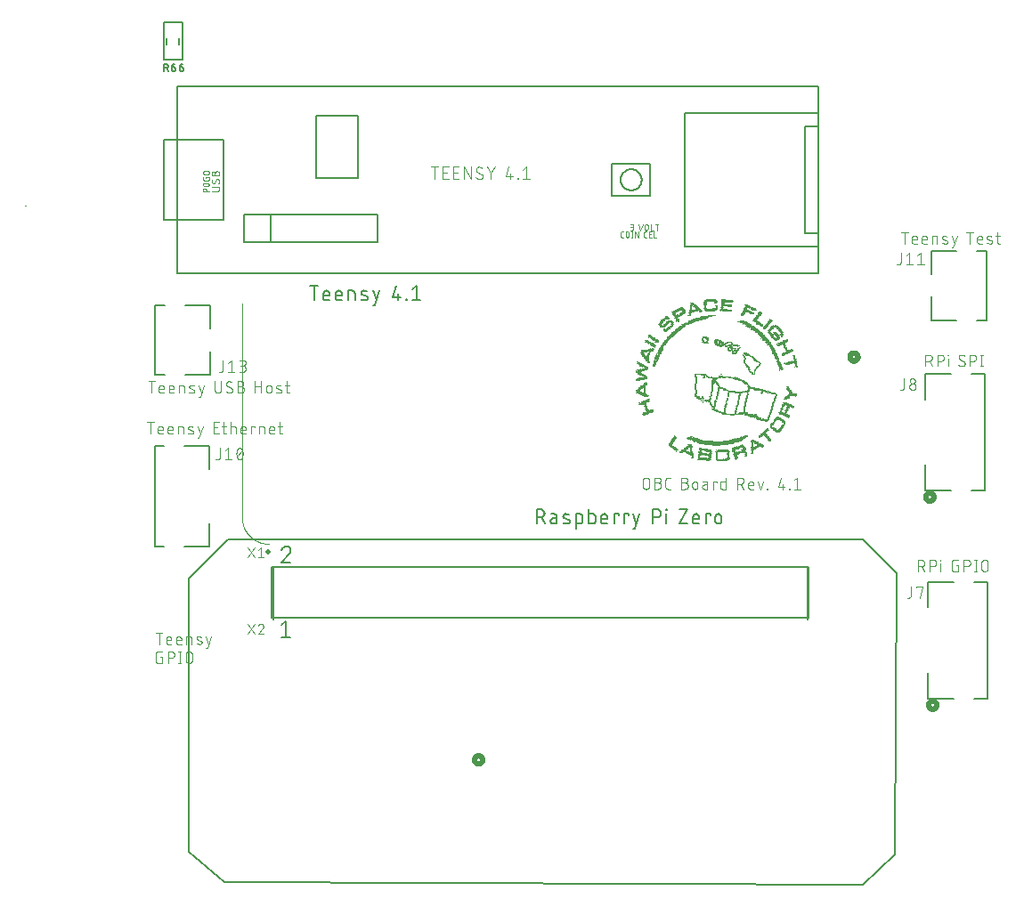
<source format=gbr>
G04 EAGLE Gerber RS-274X export*
G75*
%MOMM*%
%FSLAX34Y34*%
%LPD*%
%INSilkscreen Top*%
%IPPOS*%
%AMOC8*
5,1,8,0,0,1.08239X$1,22.5*%
G01*
%ADD10C,0.101600*%
%ADD11R,0.914400X0.025400*%
%ADD12R,0.076200X0.025400*%
%ADD13R,0.203200X0.025400*%
%ADD14R,0.050800X0.025400*%
%ADD15R,1.092200X0.025400*%
%ADD16R,0.279400X0.025400*%
%ADD17R,0.025400X0.025400*%
%ADD18R,0.406400X0.025400*%
%ADD19R,1.168400X0.025400*%
%ADD20R,0.431800X0.025400*%
%ADD21R,0.558800X0.025400*%
%ADD22R,0.228600X0.025400*%
%ADD23R,1.244600X0.025400*%
%ADD24R,0.152400X0.025400*%
%ADD25R,0.254000X0.025400*%
%ADD26R,0.584200X0.025400*%
%ADD27R,0.101600X0.025400*%
%ADD28R,0.177800X0.025400*%
%ADD29R,0.330200X0.025400*%
%ADD30R,0.482600X0.025400*%
%ADD31R,0.889000X0.025400*%
%ADD32R,0.304800X0.025400*%
%ADD33R,0.838200X0.025400*%
%ADD34R,0.457200X0.025400*%
%ADD35R,0.736600X0.025400*%
%ADD36R,0.990600X0.025400*%
%ADD37R,0.127000X0.025400*%
%ADD38R,0.381000X0.025400*%
%ADD39R,0.685800X0.025400*%
%ADD40R,0.635000X0.025400*%
%ADD41R,0.660400X0.025400*%
%ADD42R,0.508000X0.025400*%
%ADD43R,0.533400X0.025400*%
%ADD44R,1.219200X0.025400*%
%ADD45R,0.355600X0.025400*%
%ADD46R,0.812800X0.025400*%
%ADD47R,0.711200X0.025400*%
%ADD48R,0.609600X0.025400*%
%ADD49R,2.032000X0.025400*%
%ADD50R,2.362200X0.025400*%
%ADD51R,2.971800X0.025400*%
%ADD52R,3.352800X0.025400*%
%ADD53R,3.632200X0.025400*%
%ADD54R,1.701800X0.025400*%
%ADD55R,1.422400X0.025400*%
%ADD56R,1.371600X0.025400*%
%ADD57R,1.066800X0.025400*%
%ADD58R,0.965200X0.025400*%
%ADD59R,0.939800X0.025400*%
%ADD60R,0.863600X0.025400*%
%ADD61R,0.787400X0.025400*%
%ADD62R,0.025400X0.609600*%
%ADD63R,0.025400X0.355600*%
%ADD64R,0.025400X0.431800*%
%ADD65R,1.549400X0.025400*%
%ADD66R,1.041400X0.025400*%
%ADD67R,0.762000X0.025400*%
%ADD68R,1.117600X0.025400*%
%ADD69R,1.193800X0.025400*%
%ADD70C,0.127000*%
%ADD71C,0.200000*%
%ADD72C,0.177800*%
%ADD73C,0.152400*%
%ADD74C,0.508000*%
%ADD75C,0.150000*%
%ADD76C,0.500000*%
%ADD77C,0.076200*%
%ADD78C,0.000000*%
%ADD79C,0.050800*%
%ADD80C,0.203200*%


D10*
X530596Y425999D02*
X530596Y430881D01*
X530598Y430990D01*
X530604Y431099D01*
X530613Y431207D01*
X530627Y431315D01*
X530644Y431423D01*
X530666Y431530D01*
X530691Y431636D01*
X530720Y431741D01*
X530752Y431845D01*
X530788Y431947D01*
X530828Y432049D01*
X530872Y432148D01*
X530919Y432247D01*
X530969Y432343D01*
X531023Y432438D01*
X531080Y432530D01*
X531141Y432621D01*
X531205Y432709D01*
X531271Y432795D01*
X531341Y432879D01*
X531414Y432960D01*
X531490Y433038D01*
X531568Y433114D01*
X531649Y433187D01*
X531733Y433257D01*
X531819Y433323D01*
X531907Y433387D01*
X531998Y433448D01*
X532090Y433505D01*
X532185Y433559D01*
X532281Y433609D01*
X532380Y433656D01*
X532479Y433700D01*
X532581Y433740D01*
X532683Y433776D01*
X532787Y433808D01*
X532892Y433837D01*
X532998Y433862D01*
X533105Y433884D01*
X533213Y433901D01*
X533321Y433915D01*
X533429Y433924D01*
X533538Y433930D01*
X533647Y433932D01*
X533756Y433930D01*
X533865Y433924D01*
X533973Y433915D01*
X534081Y433901D01*
X534189Y433884D01*
X534296Y433862D01*
X534402Y433837D01*
X534507Y433808D01*
X534611Y433776D01*
X534713Y433740D01*
X534815Y433700D01*
X534914Y433656D01*
X535013Y433609D01*
X535109Y433559D01*
X535204Y433505D01*
X535296Y433448D01*
X535387Y433387D01*
X535475Y433323D01*
X535561Y433257D01*
X535645Y433187D01*
X535726Y433114D01*
X535804Y433038D01*
X535880Y432960D01*
X535953Y432879D01*
X536023Y432795D01*
X536089Y432709D01*
X536153Y432621D01*
X536214Y432530D01*
X536271Y432438D01*
X536325Y432343D01*
X536375Y432247D01*
X536422Y432148D01*
X536466Y432049D01*
X536506Y431947D01*
X536542Y431845D01*
X536574Y431741D01*
X536603Y431636D01*
X536628Y431530D01*
X536650Y431423D01*
X536667Y431315D01*
X536681Y431207D01*
X536690Y431099D01*
X536696Y430990D01*
X536698Y430881D01*
X536698Y425999D01*
X536696Y425890D01*
X536690Y425781D01*
X536681Y425673D01*
X536667Y425565D01*
X536650Y425457D01*
X536628Y425350D01*
X536603Y425244D01*
X536574Y425139D01*
X536542Y425035D01*
X536506Y424933D01*
X536466Y424831D01*
X536422Y424732D01*
X536375Y424633D01*
X536325Y424537D01*
X536271Y424442D01*
X536214Y424350D01*
X536153Y424259D01*
X536089Y424171D01*
X536023Y424085D01*
X535953Y424001D01*
X535880Y423920D01*
X535804Y423842D01*
X535726Y423766D01*
X535645Y423693D01*
X535561Y423623D01*
X535475Y423557D01*
X535387Y423493D01*
X535296Y423432D01*
X535204Y423375D01*
X535109Y423321D01*
X535013Y423271D01*
X534914Y423224D01*
X534815Y423180D01*
X534713Y423140D01*
X534611Y423104D01*
X534507Y423072D01*
X534402Y423043D01*
X534296Y423018D01*
X534189Y422996D01*
X534081Y422979D01*
X533973Y422965D01*
X533865Y422956D01*
X533756Y422950D01*
X533647Y422948D01*
X533538Y422950D01*
X533429Y422956D01*
X533321Y422965D01*
X533213Y422979D01*
X533105Y422996D01*
X532998Y423018D01*
X532892Y423043D01*
X532787Y423072D01*
X532683Y423104D01*
X532581Y423140D01*
X532479Y423180D01*
X532380Y423224D01*
X532281Y423271D01*
X532185Y423321D01*
X532090Y423375D01*
X531998Y423432D01*
X531907Y423493D01*
X531819Y423557D01*
X531733Y423623D01*
X531649Y423693D01*
X531568Y423766D01*
X531490Y423842D01*
X531414Y423920D01*
X531341Y424001D01*
X531271Y424085D01*
X531205Y424171D01*
X531141Y424259D01*
X531080Y424350D01*
X531023Y424442D01*
X530969Y424537D01*
X530919Y424633D01*
X530872Y424732D01*
X530828Y424831D01*
X530788Y424933D01*
X530752Y425035D01*
X530720Y425139D01*
X530691Y425244D01*
X530666Y425350D01*
X530644Y425457D01*
X530627Y425565D01*
X530613Y425673D01*
X530604Y425781D01*
X530598Y425890D01*
X530596Y425999D01*
X541921Y429050D02*
X544972Y429050D01*
X545081Y429048D01*
X545190Y429042D01*
X545298Y429033D01*
X545406Y429019D01*
X545514Y429002D01*
X545621Y428980D01*
X545727Y428955D01*
X545832Y428926D01*
X545936Y428894D01*
X546038Y428858D01*
X546140Y428818D01*
X546239Y428774D01*
X546338Y428727D01*
X546434Y428677D01*
X546529Y428623D01*
X546621Y428566D01*
X546712Y428505D01*
X546800Y428441D01*
X546886Y428375D01*
X546970Y428305D01*
X547051Y428232D01*
X547129Y428156D01*
X547205Y428078D01*
X547278Y427997D01*
X547348Y427913D01*
X547414Y427827D01*
X547478Y427739D01*
X547539Y427648D01*
X547596Y427556D01*
X547650Y427461D01*
X547700Y427365D01*
X547747Y427266D01*
X547791Y427167D01*
X547831Y427065D01*
X547867Y426963D01*
X547899Y426859D01*
X547928Y426754D01*
X547953Y426648D01*
X547975Y426541D01*
X547992Y426433D01*
X548006Y426325D01*
X548015Y426217D01*
X548021Y426108D01*
X548023Y425999D01*
X548021Y425890D01*
X548015Y425781D01*
X548006Y425673D01*
X547992Y425565D01*
X547975Y425457D01*
X547953Y425350D01*
X547928Y425244D01*
X547899Y425139D01*
X547867Y425035D01*
X547831Y424933D01*
X547791Y424831D01*
X547747Y424732D01*
X547700Y424633D01*
X547650Y424537D01*
X547596Y424442D01*
X547539Y424350D01*
X547478Y424259D01*
X547414Y424171D01*
X547348Y424085D01*
X547278Y424001D01*
X547205Y423920D01*
X547129Y423842D01*
X547051Y423766D01*
X546970Y423693D01*
X546886Y423623D01*
X546800Y423557D01*
X546712Y423493D01*
X546621Y423432D01*
X546529Y423375D01*
X546434Y423321D01*
X546338Y423271D01*
X546239Y423224D01*
X546140Y423180D01*
X546038Y423140D01*
X545936Y423104D01*
X545832Y423072D01*
X545727Y423043D01*
X545621Y423018D01*
X545514Y422996D01*
X545406Y422979D01*
X545298Y422965D01*
X545190Y422956D01*
X545081Y422950D01*
X544972Y422948D01*
X541921Y422948D01*
X541921Y433932D01*
X544972Y433932D01*
X545069Y433930D01*
X545166Y433924D01*
X545263Y433915D01*
X545359Y433901D01*
X545454Y433884D01*
X545549Y433863D01*
X545643Y433838D01*
X545736Y433810D01*
X545827Y433777D01*
X545917Y433742D01*
X546006Y433702D01*
X546093Y433659D01*
X546178Y433613D01*
X546262Y433563D01*
X546343Y433510D01*
X546422Y433454D01*
X546499Y433395D01*
X546574Y433333D01*
X546646Y433268D01*
X546715Y433200D01*
X546782Y433129D01*
X546845Y433056D01*
X546906Y432980D01*
X546964Y432902D01*
X547018Y432822D01*
X547070Y432739D01*
X547118Y432655D01*
X547162Y432569D01*
X547203Y432481D01*
X547241Y432391D01*
X547275Y432300D01*
X547305Y432208D01*
X547332Y432115D01*
X547355Y432021D01*
X547374Y431925D01*
X547389Y431830D01*
X547401Y431733D01*
X547409Y431637D01*
X547413Y431540D01*
X547413Y431442D01*
X547409Y431345D01*
X547401Y431249D01*
X547389Y431152D01*
X547374Y431057D01*
X547355Y430961D01*
X547332Y430867D01*
X547305Y430774D01*
X547275Y430682D01*
X547241Y430591D01*
X547203Y430501D01*
X547162Y430413D01*
X547118Y430327D01*
X547070Y430243D01*
X547018Y430160D01*
X546964Y430080D01*
X546906Y430002D01*
X546845Y429926D01*
X546782Y429853D01*
X546715Y429782D01*
X546646Y429714D01*
X546574Y429649D01*
X546499Y429587D01*
X546422Y429528D01*
X546343Y429472D01*
X546262Y429419D01*
X546178Y429369D01*
X546093Y429323D01*
X546006Y429280D01*
X545917Y429240D01*
X545827Y429205D01*
X545736Y429172D01*
X545643Y429144D01*
X545549Y429119D01*
X545454Y429098D01*
X545359Y429081D01*
X545263Y429067D01*
X545166Y429058D01*
X545069Y429052D01*
X544972Y429050D01*
X554605Y422948D02*
X557045Y422948D01*
X554605Y422948D02*
X554509Y422950D01*
X554413Y422956D01*
X554318Y422965D01*
X554223Y422978D01*
X554129Y422995D01*
X554035Y423015D01*
X553942Y423040D01*
X553851Y423067D01*
X553760Y423099D01*
X553671Y423134D01*
X553583Y423172D01*
X553497Y423214D01*
X553412Y423259D01*
X553330Y423308D01*
X553249Y423359D01*
X553170Y423414D01*
X553094Y423472D01*
X553020Y423533D01*
X552948Y423597D01*
X552879Y423663D01*
X552813Y423732D01*
X552749Y423804D01*
X552688Y423878D01*
X552630Y423954D01*
X552575Y424033D01*
X552524Y424114D01*
X552475Y424196D01*
X552430Y424281D01*
X552388Y424367D01*
X552350Y424455D01*
X552315Y424544D01*
X552283Y424635D01*
X552256Y424726D01*
X552231Y424819D01*
X552211Y424913D01*
X552194Y425007D01*
X552181Y425102D01*
X552172Y425197D01*
X552166Y425293D01*
X552164Y425389D01*
X552164Y431491D01*
X552166Y431589D01*
X552172Y431687D01*
X552182Y431785D01*
X552196Y431883D01*
X552213Y431979D01*
X552235Y432075D01*
X552260Y432170D01*
X552290Y432264D01*
X552323Y432357D01*
X552359Y432448D01*
X552400Y432537D01*
X552444Y432625D01*
X552491Y432711D01*
X552542Y432796D01*
X552596Y432878D01*
X552654Y432957D01*
X552714Y433035D01*
X552778Y433110D01*
X552845Y433182D01*
X552914Y433251D01*
X552986Y433318D01*
X553061Y433382D01*
X553139Y433442D01*
X553218Y433500D01*
X553300Y433554D01*
X553384Y433605D01*
X553471Y433652D01*
X553559Y433696D01*
X553648Y433737D01*
X553739Y433773D01*
X553832Y433806D01*
X553926Y433836D01*
X554021Y433861D01*
X554117Y433883D01*
X554213Y433900D01*
X554311Y433914D01*
X554409Y433924D01*
X554507Y433930D01*
X554605Y433932D01*
X557045Y433932D01*
X567481Y429050D02*
X570532Y429050D01*
X570641Y429048D01*
X570750Y429042D01*
X570858Y429033D01*
X570966Y429019D01*
X571074Y429002D01*
X571181Y428980D01*
X571287Y428955D01*
X571392Y428926D01*
X571496Y428894D01*
X571598Y428858D01*
X571700Y428818D01*
X571799Y428774D01*
X571898Y428727D01*
X571994Y428677D01*
X572089Y428623D01*
X572181Y428566D01*
X572272Y428505D01*
X572360Y428441D01*
X572446Y428375D01*
X572530Y428305D01*
X572611Y428232D01*
X572689Y428156D01*
X572765Y428078D01*
X572838Y427997D01*
X572908Y427913D01*
X572974Y427827D01*
X573038Y427739D01*
X573099Y427648D01*
X573156Y427556D01*
X573210Y427461D01*
X573260Y427365D01*
X573307Y427266D01*
X573351Y427167D01*
X573391Y427065D01*
X573427Y426963D01*
X573459Y426859D01*
X573488Y426754D01*
X573513Y426648D01*
X573535Y426541D01*
X573552Y426433D01*
X573566Y426325D01*
X573575Y426217D01*
X573581Y426108D01*
X573583Y425999D01*
X573581Y425890D01*
X573575Y425781D01*
X573566Y425673D01*
X573552Y425565D01*
X573535Y425457D01*
X573513Y425350D01*
X573488Y425244D01*
X573459Y425139D01*
X573427Y425035D01*
X573391Y424933D01*
X573351Y424831D01*
X573307Y424732D01*
X573260Y424633D01*
X573210Y424537D01*
X573156Y424442D01*
X573099Y424350D01*
X573038Y424259D01*
X572974Y424171D01*
X572908Y424085D01*
X572838Y424001D01*
X572765Y423920D01*
X572689Y423842D01*
X572611Y423766D01*
X572530Y423693D01*
X572446Y423623D01*
X572360Y423557D01*
X572272Y423493D01*
X572181Y423432D01*
X572089Y423375D01*
X571994Y423321D01*
X571898Y423271D01*
X571799Y423224D01*
X571700Y423180D01*
X571598Y423140D01*
X571496Y423104D01*
X571392Y423072D01*
X571287Y423043D01*
X571181Y423018D01*
X571074Y422996D01*
X570966Y422979D01*
X570858Y422965D01*
X570750Y422956D01*
X570641Y422950D01*
X570532Y422948D01*
X567481Y422948D01*
X567481Y433932D01*
X570532Y433932D01*
X570629Y433930D01*
X570726Y433924D01*
X570823Y433915D01*
X570919Y433901D01*
X571014Y433884D01*
X571109Y433863D01*
X571203Y433838D01*
X571296Y433810D01*
X571387Y433777D01*
X571477Y433742D01*
X571566Y433702D01*
X571653Y433659D01*
X571738Y433613D01*
X571822Y433563D01*
X571903Y433510D01*
X571982Y433454D01*
X572059Y433395D01*
X572134Y433333D01*
X572206Y433268D01*
X572275Y433200D01*
X572342Y433129D01*
X572405Y433056D01*
X572466Y432980D01*
X572524Y432902D01*
X572578Y432822D01*
X572630Y432739D01*
X572678Y432655D01*
X572722Y432569D01*
X572763Y432481D01*
X572801Y432391D01*
X572835Y432300D01*
X572865Y432208D01*
X572892Y432115D01*
X572915Y432021D01*
X572934Y431925D01*
X572949Y431830D01*
X572961Y431733D01*
X572969Y431637D01*
X572973Y431540D01*
X572973Y431442D01*
X572969Y431345D01*
X572961Y431249D01*
X572949Y431152D01*
X572934Y431057D01*
X572915Y430961D01*
X572892Y430867D01*
X572865Y430774D01*
X572835Y430682D01*
X572801Y430591D01*
X572763Y430501D01*
X572722Y430413D01*
X572678Y430327D01*
X572630Y430243D01*
X572578Y430160D01*
X572524Y430080D01*
X572466Y430002D01*
X572405Y429926D01*
X572342Y429853D01*
X572275Y429782D01*
X572206Y429714D01*
X572134Y429649D01*
X572059Y429587D01*
X571982Y429528D01*
X571903Y429472D01*
X571822Y429419D01*
X571738Y429369D01*
X571653Y429323D01*
X571566Y429280D01*
X571477Y429240D01*
X571387Y429205D01*
X571296Y429172D01*
X571203Y429144D01*
X571109Y429119D01*
X571014Y429098D01*
X570919Y429081D01*
X570823Y429067D01*
X570726Y429058D01*
X570629Y429052D01*
X570532Y429050D01*
X577646Y427830D02*
X577646Y425389D01*
X577646Y427830D02*
X577648Y427927D01*
X577654Y428024D01*
X577663Y428121D01*
X577677Y428217D01*
X577694Y428312D01*
X577715Y428407D01*
X577740Y428501D01*
X577768Y428594D01*
X577801Y428685D01*
X577836Y428775D01*
X577876Y428864D01*
X577919Y428951D01*
X577965Y429036D01*
X578015Y429120D01*
X578068Y429201D01*
X578124Y429280D01*
X578183Y429357D01*
X578245Y429432D01*
X578310Y429504D01*
X578378Y429573D01*
X578449Y429640D01*
X578522Y429703D01*
X578598Y429764D01*
X578676Y429822D01*
X578756Y429876D01*
X578839Y429928D01*
X578923Y429976D01*
X579009Y430020D01*
X579097Y430061D01*
X579187Y430099D01*
X579278Y430133D01*
X579370Y430163D01*
X579463Y430190D01*
X579557Y430213D01*
X579653Y430232D01*
X579748Y430247D01*
X579845Y430259D01*
X579941Y430267D01*
X580038Y430271D01*
X580136Y430271D01*
X580233Y430267D01*
X580329Y430259D01*
X580426Y430247D01*
X580521Y430232D01*
X580617Y430213D01*
X580711Y430190D01*
X580804Y430163D01*
X580896Y430133D01*
X580987Y430099D01*
X581077Y430061D01*
X581165Y430020D01*
X581251Y429976D01*
X581335Y429928D01*
X581418Y429876D01*
X581498Y429822D01*
X581576Y429764D01*
X581652Y429703D01*
X581725Y429640D01*
X581796Y429573D01*
X581864Y429504D01*
X581929Y429432D01*
X581991Y429357D01*
X582050Y429280D01*
X582106Y429201D01*
X582159Y429120D01*
X582209Y429036D01*
X582255Y428951D01*
X582298Y428864D01*
X582338Y428775D01*
X582373Y428685D01*
X582406Y428594D01*
X582434Y428501D01*
X582459Y428407D01*
X582480Y428312D01*
X582497Y428217D01*
X582511Y428121D01*
X582520Y428024D01*
X582526Y427927D01*
X582528Y427830D01*
X582528Y425389D01*
X582526Y425292D01*
X582520Y425195D01*
X582511Y425098D01*
X582497Y425002D01*
X582480Y424907D01*
X582459Y424812D01*
X582434Y424718D01*
X582406Y424625D01*
X582373Y424534D01*
X582338Y424444D01*
X582298Y424355D01*
X582255Y424268D01*
X582209Y424183D01*
X582159Y424099D01*
X582106Y424018D01*
X582050Y423939D01*
X581991Y423862D01*
X581929Y423787D01*
X581864Y423715D01*
X581796Y423646D01*
X581725Y423579D01*
X581652Y423516D01*
X581576Y423455D01*
X581498Y423397D01*
X581418Y423343D01*
X581335Y423291D01*
X581251Y423243D01*
X581165Y423199D01*
X581077Y423158D01*
X580987Y423120D01*
X580896Y423086D01*
X580804Y423056D01*
X580711Y423029D01*
X580617Y423006D01*
X580521Y422987D01*
X580426Y422972D01*
X580329Y422960D01*
X580233Y422952D01*
X580136Y422948D01*
X580038Y422948D01*
X579941Y422952D01*
X579845Y422960D01*
X579748Y422972D01*
X579653Y422987D01*
X579557Y423006D01*
X579463Y423029D01*
X579370Y423056D01*
X579278Y423086D01*
X579187Y423120D01*
X579097Y423158D01*
X579009Y423199D01*
X578923Y423243D01*
X578839Y423291D01*
X578756Y423343D01*
X578676Y423397D01*
X578598Y423455D01*
X578522Y423516D01*
X578449Y423579D01*
X578378Y423646D01*
X578310Y423715D01*
X578245Y423787D01*
X578183Y423862D01*
X578124Y423939D01*
X578068Y424018D01*
X578015Y424099D01*
X577965Y424183D01*
X577919Y424268D01*
X577876Y424355D01*
X577836Y424444D01*
X577801Y424534D01*
X577768Y424625D01*
X577740Y424718D01*
X577715Y424812D01*
X577694Y424907D01*
X577677Y425002D01*
X577663Y425098D01*
X577654Y425195D01*
X577648Y425292D01*
X577646Y425389D01*
X589085Y427220D02*
X591831Y427220D01*
X589085Y427220D02*
X588994Y427218D01*
X588904Y427212D01*
X588814Y427203D01*
X588724Y427189D01*
X588635Y427172D01*
X588547Y427151D01*
X588460Y427126D01*
X588373Y427098D01*
X588289Y427066D01*
X588205Y427030D01*
X588123Y426991D01*
X588043Y426949D01*
X587965Y426903D01*
X587889Y426854D01*
X587815Y426801D01*
X587743Y426746D01*
X587674Y426687D01*
X587607Y426626D01*
X587543Y426562D01*
X587482Y426495D01*
X587423Y426426D01*
X587368Y426354D01*
X587315Y426280D01*
X587266Y426204D01*
X587220Y426126D01*
X587178Y426046D01*
X587139Y425964D01*
X587103Y425880D01*
X587071Y425796D01*
X587043Y425709D01*
X587018Y425622D01*
X586997Y425534D01*
X586980Y425445D01*
X586966Y425355D01*
X586957Y425265D01*
X586951Y425175D01*
X586949Y425084D01*
X586951Y424993D01*
X586957Y424903D01*
X586966Y424813D01*
X586980Y424723D01*
X586997Y424634D01*
X587018Y424546D01*
X587043Y424459D01*
X587071Y424372D01*
X587103Y424288D01*
X587139Y424204D01*
X587178Y424122D01*
X587220Y424042D01*
X587266Y423964D01*
X587315Y423888D01*
X587368Y423814D01*
X587423Y423742D01*
X587482Y423673D01*
X587543Y423606D01*
X587607Y423542D01*
X587674Y423481D01*
X587743Y423422D01*
X587815Y423367D01*
X587889Y423314D01*
X587965Y423265D01*
X588043Y423219D01*
X588123Y423177D01*
X588205Y423138D01*
X588289Y423102D01*
X588373Y423070D01*
X588460Y423042D01*
X588547Y423017D01*
X588635Y422996D01*
X588724Y422979D01*
X588814Y422965D01*
X588904Y422956D01*
X588994Y422950D01*
X589085Y422948D01*
X591831Y422948D01*
X591831Y428440D01*
X591829Y428525D01*
X591823Y428609D01*
X591813Y428693D01*
X591800Y428776D01*
X591782Y428859D01*
X591761Y428941D01*
X591736Y429022D01*
X591707Y429101D01*
X591675Y429180D01*
X591639Y429256D01*
X591600Y429331D01*
X591557Y429404D01*
X591511Y429475D01*
X591461Y429543D01*
X591409Y429610D01*
X591353Y429674D01*
X591295Y429735D01*
X591234Y429793D01*
X591170Y429849D01*
X591103Y429901D01*
X591035Y429951D01*
X590964Y429997D01*
X590891Y430040D01*
X590816Y430079D01*
X590740Y430115D01*
X590661Y430147D01*
X590582Y430176D01*
X590501Y430201D01*
X590419Y430222D01*
X590336Y430240D01*
X590253Y430253D01*
X590169Y430263D01*
X590085Y430269D01*
X590000Y430271D01*
X587559Y430271D01*
X597151Y430271D02*
X597151Y422948D01*
X597151Y430271D02*
X600812Y430271D01*
X600812Y429050D01*
X609111Y433932D02*
X609111Y422948D01*
X606059Y422948D01*
X605974Y422950D01*
X605890Y422956D01*
X605806Y422966D01*
X605723Y422979D01*
X605640Y422997D01*
X605558Y423018D01*
X605477Y423043D01*
X605398Y423072D01*
X605319Y423104D01*
X605243Y423140D01*
X605168Y423179D01*
X605095Y423222D01*
X605024Y423268D01*
X604956Y423318D01*
X604889Y423370D01*
X604825Y423426D01*
X604764Y423484D01*
X604706Y423545D01*
X604650Y423609D01*
X604598Y423676D01*
X604548Y423744D01*
X604502Y423815D01*
X604459Y423888D01*
X604420Y423963D01*
X604384Y424039D01*
X604352Y424118D01*
X604323Y424197D01*
X604298Y424278D01*
X604277Y424360D01*
X604259Y424443D01*
X604246Y424526D01*
X604236Y424610D01*
X604230Y424694D01*
X604228Y424779D01*
X604229Y424779D02*
X604229Y428440D01*
X604228Y428440D02*
X604230Y428525D01*
X604236Y428609D01*
X604246Y428693D01*
X604259Y428776D01*
X604277Y428859D01*
X604298Y428941D01*
X604323Y429022D01*
X604352Y429101D01*
X604384Y429180D01*
X604420Y429256D01*
X604459Y429331D01*
X604502Y429404D01*
X604548Y429475D01*
X604598Y429543D01*
X604650Y429610D01*
X604706Y429674D01*
X604764Y429735D01*
X604825Y429793D01*
X604889Y429849D01*
X604956Y429901D01*
X605024Y429951D01*
X605095Y429997D01*
X605168Y430040D01*
X605243Y430079D01*
X605319Y430115D01*
X605398Y430147D01*
X605477Y430176D01*
X605558Y430201D01*
X605640Y430222D01*
X605723Y430240D01*
X605806Y430253D01*
X605890Y430263D01*
X605974Y430269D01*
X606059Y430271D01*
X609111Y430271D01*
X620307Y433932D02*
X620307Y422948D01*
X620307Y433932D02*
X623358Y433932D01*
X623467Y433930D01*
X623576Y433924D01*
X623684Y433915D01*
X623792Y433901D01*
X623900Y433884D01*
X624007Y433862D01*
X624113Y433837D01*
X624218Y433808D01*
X624322Y433776D01*
X624424Y433740D01*
X624526Y433700D01*
X624625Y433656D01*
X624724Y433609D01*
X624820Y433559D01*
X624915Y433505D01*
X625007Y433448D01*
X625098Y433387D01*
X625186Y433323D01*
X625272Y433257D01*
X625356Y433187D01*
X625437Y433114D01*
X625515Y433038D01*
X625591Y432960D01*
X625664Y432879D01*
X625734Y432795D01*
X625800Y432709D01*
X625864Y432621D01*
X625925Y432530D01*
X625982Y432438D01*
X626036Y432343D01*
X626086Y432247D01*
X626133Y432148D01*
X626177Y432049D01*
X626217Y431947D01*
X626253Y431845D01*
X626285Y431741D01*
X626314Y431636D01*
X626339Y431530D01*
X626361Y431423D01*
X626378Y431315D01*
X626392Y431207D01*
X626401Y431099D01*
X626407Y430990D01*
X626409Y430881D01*
X626407Y430772D01*
X626401Y430663D01*
X626392Y430555D01*
X626378Y430447D01*
X626361Y430339D01*
X626339Y430232D01*
X626314Y430126D01*
X626285Y430021D01*
X626253Y429917D01*
X626217Y429815D01*
X626177Y429713D01*
X626133Y429614D01*
X626086Y429515D01*
X626036Y429419D01*
X625982Y429324D01*
X625925Y429232D01*
X625864Y429141D01*
X625800Y429053D01*
X625734Y428967D01*
X625664Y428883D01*
X625591Y428802D01*
X625515Y428724D01*
X625437Y428648D01*
X625356Y428575D01*
X625272Y428505D01*
X625186Y428439D01*
X625098Y428375D01*
X625007Y428314D01*
X624915Y428257D01*
X624820Y428203D01*
X624724Y428153D01*
X624625Y428106D01*
X624526Y428062D01*
X624424Y428022D01*
X624322Y427986D01*
X624218Y427954D01*
X624113Y427925D01*
X624007Y427900D01*
X623900Y427878D01*
X623792Y427861D01*
X623684Y427847D01*
X623576Y427838D01*
X623467Y427832D01*
X623358Y427830D01*
X620307Y427830D01*
X623969Y427830D02*
X626410Y422948D01*
X632757Y422948D02*
X635808Y422948D01*
X632757Y422948D02*
X632672Y422950D01*
X632588Y422956D01*
X632504Y422966D01*
X632421Y422979D01*
X632338Y422997D01*
X632256Y423018D01*
X632175Y423043D01*
X632096Y423072D01*
X632017Y423104D01*
X631941Y423140D01*
X631866Y423179D01*
X631793Y423222D01*
X631722Y423268D01*
X631654Y423318D01*
X631587Y423370D01*
X631523Y423426D01*
X631462Y423484D01*
X631404Y423545D01*
X631348Y423609D01*
X631296Y423676D01*
X631246Y423744D01*
X631200Y423815D01*
X631157Y423888D01*
X631118Y423963D01*
X631082Y424039D01*
X631050Y424118D01*
X631021Y424197D01*
X630996Y424278D01*
X630975Y424360D01*
X630957Y424443D01*
X630944Y424526D01*
X630934Y424610D01*
X630928Y424694D01*
X630926Y424779D01*
X630926Y427830D01*
X630928Y427927D01*
X630934Y428024D01*
X630943Y428121D01*
X630957Y428217D01*
X630974Y428312D01*
X630995Y428407D01*
X631020Y428501D01*
X631048Y428594D01*
X631081Y428685D01*
X631116Y428775D01*
X631156Y428864D01*
X631199Y428951D01*
X631245Y429036D01*
X631295Y429120D01*
X631348Y429201D01*
X631404Y429280D01*
X631463Y429357D01*
X631525Y429432D01*
X631590Y429504D01*
X631658Y429573D01*
X631729Y429640D01*
X631802Y429703D01*
X631878Y429764D01*
X631956Y429822D01*
X632036Y429876D01*
X632119Y429928D01*
X632203Y429976D01*
X632289Y430020D01*
X632377Y430061D01*
X632467Y430099D01*
X632558Y430133D01*
X632650Y430163D01*
X632743Y430190D01*
X632837Y430213D01*
X632933Y430232D01*
X633028Y430247D01*
X633125Y430259D01*
X633221Y430267D01*
X633318Y430271D01*
X633416Y430271D01*
X633513Y430267D01*
X633609Y430259D01*
X633706Y430247D01*
X633801Y430232D01*
X633897Y430213D01*
X633991Y430190D01*
X634084Y430163D01*
X634176Y430133D01*
X634267Y430099D01*
X634357Y430061D01*
X634445Y430020D01*
X634531Y429976D01*
X634615Y429928D01*
X634698Y429876D01*
X634778Y429822D01*
X634856Y429764D01*
X634932Y429703D01*
X635005Y429640D01*
X635076Y429573D01*
X635144Y429504D01*
X635209Y429432D01*
X635271Y429357D01*
X635330Y429280D01*
X635386Y429201D01*
X635439Y429120D01*
X635489Y429036D01*
X635535Y428951D01*
X635578Y428864D01*
X635618Y428775D01*
X635653Y428685D01*
X635686Y428594D01*
X635714Y428501D01*
X635739Y428407D01*
X635760Y428312D01*
X635777Y428217D01*
X635791Y428121D01*
X635800Y428024D01*
X635806Y427927D01*
X635808Y427830D01*
X635808Y426609D01*
X630926Y426609D01*
X639926Y430271D02*
X642367Y422948D01*
X644808Y430271D01*
X648542Y423558D02*
X648542Y422948D01*
X648542Y423558D02*
X649152Y423558D01*
X649152Y422948D01*
X648542Y422948D01*
X659116Y425389D02*
X661557Y433932D01*
X659116Y425389D02*
X665218Y425389D01*
X663387Y427830D02*
X663387Y422948D01*
X669422Y422948D02*
X669422Y423558D01*
X670032Y423558D01*
X670032Y422948D01*
X669422Y422948D01*
X674236Y431491D02*
X677287Y433932D01*
X677287Y422948D01*
X674236Y422948D02*
X680338Y422948D01*
D11*
X606351Y449364D03*
D12*
X601398Y449364D03*
D13*
X592635Y449872D03*
D12*
X591238Y449872D03*
D14*
X593905Y449872D03*
D15*
X605970Y449872D03*
D16*
X588952Y450380D03*
D17*
X594540Y450380D03*
X611812Y450380D03*
D12*
X587174Y450380D03*
D18*
X592381Y450380D03*
D14*
X594921Y450380D03*
D19*
X605843Y450380D03*
D14*
X612193Y450380D03*
D16*
X584888Y450888D03*
D17*
X595556Y450888D03*
D20*
X604954Y450888D03*
D17*
X612828Y450888D03*
X583364Y450888D03*
D11*
X590857Y450888D03*
D16*
X601398Y450888D03*
D21*
X609907Y450888D03*
D12*
X619178Y450888D03*
D22*
X609018Y451396D03*
D17*
X619940Y451396D03*
D23*
X589460Y451396D03*
D22*
X601144Y451396D03*
D17*
X607748Y451396D03*
D16*
X611558Y451396D03*
D24*
X619051Y451396D03*
D14*
X620321Y451396D03*
D25*
X590349Y451904D03*
D26*
X586158Y451904D03*
D14*
X591873Y451904D03*
D16*
X594286Y451904D03*
D22*
X601144Y451904D03*
D16*
X612066Y451904D03*
D22*
X619432Y451904D03*
D27*
X577903Y452412D03*
D25*
X587301Y452412D03*
D17*
X577268Y452412D03*
D14*
X578665Y452412D03*
D16*
X584634Y452412D03*
D22*
X594540Y452412D03*
X601144Y452412D03*
X612320Y452412D03*
D16*
X619178Y452412D03*
D22*
X577776Y452920D03*
X584380Y452920D03*
X594540Y452920D03*
X600636Y452920D03*
X612320Y452920D03*
D16*
X619178Y452920D03*
D22*
X577776Y453428D03*
X584380Y453428D03*
D28*
X594794Y453428D03*
D22*
X600636Y453428D03*
X612320Y453428D03*
D16*
X619178Y453428D03*
D27*
X628703Y453936D03*
D22*
X577776Y453936D03*
X584380Y453936D03*
D16*
X594286Y453936D03*
D22*
X600636Y453936D03*
X612320Y453936D03*
D16*
X618670Y453936D03*
D17*
X628068Y453936D03*
D12*
X592000Y454444D03*
D16*
X577522Y454444D03*
D22*
X584380Y454444D03*
D17*
X591492Y454444D03*
D29*
X594032Y454444D03*
D22*
X600636Y454444D03*
X612320Y454444D03*
D16*
X618670Y454444D03*
D28*
X628830Y454444D03*
D22*
X589714Y454952D03*
D17*
X630100Y454952D03*
D16*
X577522Y454952D03*
X584634Y454952D03*
D12*
X588190Y454952D03*
D30*
X593270Y454952D03*
D22*
X600636Y454952D03*
X612320Y454952D03*
D16*
X618670Y454952D03*
D13*
X628957Y454952D03*
D12*
X586920Y455460D03*
D13*
X611939Y455460D03*
D12*
X620702Y455460D03*
D17*
X630100Y455460D03*
D29*
X577268Y455460D03*
X584888Y455460D03*
D31*
X591746Y455460D03*
D22*
X600636Y455460D03*
D17*
X610796Y455460D03*
D14*
X613209Y455460D03*
D32*
X618797Y455460D03*
D25*
X628703Y455460D03*
D12*
X592508Y455968D03*
X621718Y455968D03*
D20*
X576760Y455968D03*
D33*
X587936Y455968D03*
D29*
X594540Y455968D03*
D22*
X600636Y455968D03*
D34*
X619051Y455968D03*
D22*
X628576Y455968D03*
D12*
X573712Y456476D03*
D32*
X590095Y456476D03*
D13*
X611939Y456476D03*
D12*
X622734Y456476D03*
D27*
X634799Y456476D03*
D17*
X573204Y456476D03*
D30*
X576506Y456476D03*
X586158Y456476D03*
D16*
X594794Y456476D03*
D22*
X600636Y456476D03*
D17*
X610796Y456476D03*
D14*
X613209Y456476D03*
D21*
X619559Y456476D03*
D14*
X623369Y456476D03*
D22*
X628576Y456476D03*
D12*
X633910Y456476D03*
D13*
X567235Y456984D03*
D17*
X572442Y456984D03*
D12*
X587174Y456984D03*
D13*
X625147Y456984D03*
D17*
X566092Y456984D03*
D12*
X571934Y456984D03*
D26*
X575490Y456984D03*
D32*
X585269Y456984D03*
D14*
X587809Y456984D03*
D22*
X595048Y456984D03*
X600636Y456984D03*
X611812Y456984D03*
D35*
X620448Y456984D03*
D16*
X628322Y456984D03*
D22*
X634672Y456984D03*
D29*
X567108Y457492D03*
D35*
X574728Y457492D03*
D16*
X585142Y457492D03*
D22*
X595048Y457492D03*
X600636Y457492D03*
X611812Y457492D03*
X617908Y457492D03*
D36*
X624766Y457492D03*
D22*
X634672Y457492D03*
D37*
X569902Y458000D03*
D12*
X574982Y458000D03*
X602414Y458000D03*
D17*
X618924Y458000D03*
D37*
X621718Y458000D03*
D38*
X567362Y458000D03*
D18*
X572569Y458000D03*
D22*
X577268Y458000D03*
D16*
X585142Y458000D03*
D22*
X595048Y458000D03*
D25*
X600763Y458000D03*
D14*
X603049Y458000D03*
D22*
X611812Y458000D03*
D25*
X617527Y458000D03*
D12*
X620702Y458000D03*
D39*
X625782Y458000D03*
D22*
X634672Y458000D03*
D37*
X573712Y458508D03*
D17*
X578284Y458508D03*
D28*
X592508Y458508D03*
D40*
X606986Y458508D03*
D12*
X623496Y458508D03*
X628830Y458508D03*
D17*
X562536Y458508D03*
D41*
X569775Y458508D03*
D25*
X576887Y458508D03*
D16*
X585142Y458508D03*
D17*
X591492Y458508D03*
D16*
X594794Y458508D03*
D38*
X601906Y458508D03*
D16*
X611558Y458508D03*
X617146Y458508D03*
D17*
X622988Y458508D03*
D34*
X626163Y458508D03*
D22*
X634672Y458508D03*
D17*
X562536Y458762D03*
X572188Y459016D03*
X590730Y459016D03*
X612828Y459016D03*
X562536Y459016D03*
D42*
X569521Y459016D03*
D14*
X572569Y459016D03*
D22*
X576760Y459016D03*
X585396Y459016D03*
D12*
X590222Y459016D03*
D43*
X593524Y459016D03*
D44*
X606605Y459016D03*
D16*
X617146Y459016D03*
D38*
X626290Y459016D03*
D22*
X634672Y459016D03*
D28*
X563298Y459524D03*
D22*
X588190Y459524D03*
D12*
X601144Y459524D03*
D14*
X625401Y459524D03*
X562155Y459524D03*
D20*
X569648Y459524D03*
D22*
X576760Y459524D03*
D16*
X585650Y459524D03*
D40*
X592508Y459524D03*
D17*
X600636Y459524D03*
D15*
X606986Y459524D03*
D16*
X617146Y459524D03*
D17*
X625020Y459524D03*
D25*
X626925Y459524D03*
D22*
X634672Y459524D03*
D14*
X561393Y460032D03*
D24*
X593905Y460032D03*
D11*
X607367Y460032D03*
D17*
X636196Y460032D03*
X561012Y460032D03*
D25*
X562917Y460032D03*
D38*
X570410Y460032D03*
D22*
X576760Y460032D03*
D31*
X588698Y460032D03*
D14*
X594921Y460032D03*
D12*
X602414Y460032D03*
D29*
X617400Y460032D03*
D16*
X627306Y460032D03*
D25*
X634799Y460032D03*
D14*
X636577Y460032D03*
D24*
X591873Y460540D03*
D12*
X619686Y460540D03*
D38*
X562282Y460540D03*
X570918Y460540D03*
D22*
X576760Y460540D03*
D39*
X587682Y460540D03*
D18*
X617273Y460540D03*
D16*
X627306Y460540D03*
D38*
X635434Y460540D03*
D12*
X563806Y461048D03*
D17*
X573204Y461048D03*
D45*
X588825Y461048D03*
D24*
X621337Y461048D03*
D12*
X637974Y461048D03*
D18*
X561393Y461048D03*
D45*
X571299Y461048D03*
D14*
X573585Y461048D03*
D22*
X576760Y461048D03*
D16*
X585650Y461048D03*
D43*
X617908Y461048D03*
D22*
X627052Y461048D03*
D18*
X635561Y461048D03*
D12*
X562790Y461556D03*
D14*
X570537Y461556D03*
D27*
X586031Y461556D03*
D37*
X616638Y461556D03*
D12*
X622734Y461556D03*
X638990Y461556D03*
D45*
X560631Y461556D03*
D17*
X570156Y461556D03*
D45*
X572569Y461556D03*
D22*
X576760Y461556D03*
D12*
X585142Y461556D03*
D17*
X615876Y461556D03*
D42*
X619813Y461556D03*
D14*
X623369Y461556D03*
D16*
X626798Y461556D03*
D42*
X636069Y461556D03*
D14*
X558345Y462064D03*
X618289Y462064D03*
D12*
X624512Y462064D03*
D17*
X557964Y462064D03*
D45*
X560377Y462064D03*
D38*
X572950Y462064D03*
D22*
X576760Y462064D03*
D17*
X617908Y462064D03*
D21*
X621337Y462064D03*
D29*
X626544Y462064D03*
D40*
X636704Y462064D03*
D17*
X561012Y462572D03*
D12*
X619432Y462572D03*
D17*
X628068Y462572D03*
X640260Y462572D03*
D45*
X559107Y462572D03*
D14*
X561393Y462572D03*
D40*
X574728Y462572D03*
D17*
X618924Y462572D03*
D46*
X623877Y462572D03*
D22*
X634672Y462572D03*
D45*
X638355Y462572D03*
D14*
X640641Y462572D03*
D37*
X644324Y462572D03*
D17*
X559996Y463080D03*
D37*
X621718Y463080D03*
D17*
X641276Y463080D03*
X645340Y463080D03*
D45*
X558091Y463080D03*
D14*
X560377Y463080D03*
D30*
X574982Y463080D03*
D12*
X620702Y463080D03*
D43*
X625020Y463080D03*
D22*
X634672Y463080D03*
D45*
X639371Y463080D03*
D14*
X641657Y463080D03*
D25*
X643943Y463080D03*
D14*
X645721Y463080D03*
D37*
X625274Y463588D03*
D38*
X557710Y463588D03*
D20*
X575236Y463588D03*
D28*
X623750Y463588D03*
D37*
X626544Y463588D03*
D22*
X634672Y463588D03*
D35*
X642292Y463588D03*
D12*
X558726Y464096D03*
D47*
X601271Y464096D03*
D17*
X624258Y464096D03*
X626036Y464096D03*
X645340Y464096D03*
D32*
X556821Y464096D03*
D38*
X575490Y464096D03*
D17*
X597588Y464096D03*
D12*
X623750Y464096D03*
D24*
X625147Y464096D03*
D14*
X626417Y464096D03*
D22*
X634672Y464096D03*
D48*
X642165Y464096D03*
D14*
X645721Y464096D03*
D17*
X625274Y464350D03*
D32*
X575871Y464604D03*
D43*
X594286Y464604D03*
D21*
X608129Y464604D03*
D17*
X644324Y464604D03*
D16*
X556694Y464604D03*
D17*
X574220Y464604D03*
X591492Y464604D03*
D33*
X601144Y464604D03*
D17*
X625528Y464604D03*
D22*
X634672Y464604D03*
D34*
X641911Y464604D03*
D14*
X644705Y464604D03*
D17*
X590730Y465112D03*
D12*
X611558Y465112D03*
D22*
X556948Y465112D03*
D12*
X590222Y465112D03*
D49*
X601017Y465112D03*
D14*
X612193Y465112D03*
D22*
X634672Y465112D03*
D30*
X641530Y465112D03*
D12*
X558726Y465620D03*
D28*
X588444Y465620D03*
D13*
X613971Y465620D03*
D14*
X638609Y465620D03*
D12*
X643054Y465620D03*
D25*
X557075Y465620D03*
D12*
X587174Y465620D03*
D50*
X601144Y465620D03*
D14*
X615241Y465620D03*
D22*
X634672Y465620D03*
D17*
X638228Y465620D03*
D38*
X640768Y465620D03*
D12*
X585904Y466128D03*
D27*
X616511Y466128D03*
D14*
X637593Y466128D03*
D12*
X642038Y466128D03*
D16*
X557710Y466128D03*
D12*
X585142Y466128D03*
D51*
X601144Y466128D03*
D14*
X617273Y466128D03*
D22*
X634672Y466128D03*
D17*
X637212Y466128D03*
D38*
X639752Y466128D03*
D12*
X583872Y466636D03*
D17*
X617908Y466636D03*
D12*
X641022Y466636D03*
D29*
X557964Y466636D03*
D17*
X583364Y466636D03*
D52*
X601017Y466636D03*
D14*
X618289Y466636D03*
D22*
X634672Y466636D03*
D18*
X638609Y466636D03*
D17*
X582602Y467144D03*
D27*
X619559Y467144D03*
D16*
X558218Y467144D03*
D12*
X582094Y467144D03*
D53*
X600890Y467144D03*
D14*
X620321Y467144D03*
D39*
X636958Y467144D03*
D12*
X580824Y467652D03*
D33*
X602414Y467652D03*
D37*
X621464Y467652D03*
D12*
X638990Y467652D03*
D16*
X558726Y467652D03*
D12*
X580062Y467652D03*
D54*
X589714Y467652D03*
D55*
X613717Y467652D03*
D42*
X636069Y467652D03*
D14*
X639625Y467652D03*
D13*
X596699Y468160D03*
D12*
X608256Y468160D03*
X622734Y468160D03*
D29*
X558980Y468160D03*
D54*
X587174Y468160D03*
D12*
X607494Y468160D03*
D56*
X615495Y468160D03*
D30*
X635942Y468160D03*
D37*
X651436Y468160D03*
D48*
X591619Y468668D03*
D16*
X611304Y468668D03*
D12*
X623750Y468668D03*
D17*
X637212Y468668D03*
X652452Y468668D03*
D16*
X559234Y468668D03*
D15*
X583110Y468668D03*
D14*
X594921Y468668D03*
D12*
X609526Y468668D03*
D57*
X618035Y468668D03*
D14*
X624385Y468668D03*
D45*
X635307Y468668D03*
D14*
X637593Y468668D03*
D13*
X651309Y468668D03*
D17*
X561012Y469176D03*
D12*
X576760Y469176D03*
D13*
X586539Y469176D03*
D37*
X614606Y469176D03*
D17*
X625020Y469176D03*
D27*
X635815Y469176D03*
D32*
X559361Y469176D03*
D17*
X576252Y469176D03*
D33*
X581332Y469176D03*
D14*
X587809Y469176D03*
D12*
X613590Y469176D03*
D58*
X620067Y469176D03*
D14*
X625401Y469176D03*
D12*
X634926Y469176D03*
D14*
X636577Y469176D03*
D16*
X651182Y469176D03*
D14*
X575617Y469684D03*
D12*
X616384Y469684D03*
D16*
X559742Y469684D03*
D17*
X575236Y469684D03*
D11*
X580443Y469684D03*
D17*
X615876Y469684D03*
D59*
X621464Y469684D03*
D29*
X650928Y469684D03*
D12*
X561774Y470192D03*
D14*
X574601Y470192D03*
D27*
X583999Y470192D03*
D17*
X618162Y470192D03*
X652452Y470192D03*
D25*
X560123Y470192D03*
D17*
X574220Y470192D03*
D60*
X579173Y470192D03*
D14*
X584761Y470192D03*
D12*
X617654Y470192D03*
D33*
X622480Y470192D03*
D32*
X650801Y470192D03*
D17*
X573458Y470700D03*
D27*
X581967Y470700D03*
D22*
X620194Y470700D03*
D17*
X627052Y470700D03*
X651436Y470700D03*
D29*
X560504Y470700D03*
D17*
X573204Y470700D03*
D61*
X577522Y470700D03*
D14*
X582729Y470700D03*
D17*
X618924Y470700D03*
D21*
X624131Y470700D03*
D14*
X627433Y470700D03*
D25*
X650039Y470700D03*
D14*
X651817Y470700D03*
D17*
X573458Y471208D03*
D12*
X580062Y471208D03*
X622480Y471208D03*
D29*
X561012Y471208D03*
D17*
X573204Y471208D03*
D48*
X576633Y471208D03*
D14*
X580697Y471208D03*
D17*
X621972Y471208D03*
D43*
X625528Y471208D03*
D16*
X649658Y471208D03*
D37*
X574982Y471716D03*
D24*
X578665Y471716D03*
D17*
X624258Y471716D03*
D12*
X628830Y471716D03*
D27*
X641911Y471716D03*
D29*
X561012Y471716D03*
D17*
X574220Y471716D03*
D22*
X576760Y471716D03*
D12*
X623750Y471716D03*
D18*
X626417Y471716D03*
D17*
X641276Y471716D03*
D14*
X642673Y471716D03*
D29*
X649404Y471716D03*
D27*
X576887Y472224D03*
D28*
X626036Y472224D03*
D22*
X561520Y472224D03*
D17*
X576252Y472224D03*
X625020Y472224D03*
D16*
X628322Y472224D03*
X642038Y472224D03*
D29*
X648896Y472224D03*
D28*
X561266Y472732D03*
D16*
X628830Y472732D03*
D29*
X642292Y472732D03*
D16*
X648642Y472732D03*
D13*
X629211Y473240D03*
D14*
X646737Y473240D03*
D12*
X561266Y473240D03*
D17*
X628068Y473240D03*
D14*
X630481Y473240D03*
D29*
X642800Y473240D03*
D17*
X646356Y473240D03*
D25*
X648261Y473240D03*
D12*
X630862Y473748D03*
D29*
X643308Y473748D03*
X647372Y473748D03*
D16*
X644070Y474256D03*
D29*
X647372Y474256D03*
D26*
X645594Y474764D03*
D14*
X643689Y475272D03*
D17*
X643308Y475272D03*
D18*
X645975Y475272D03*
D29*
X645848Y475780D03*
D38*
X646102Y476288D03*
D32*
X659183Y476796D03*
D38*
X646610Y476796D03*
D12*
X657278Y476796D03*
D29*
X647372Y477304D03*
D30*
X658802Y477304D03*
D17*
X661596Y477812D03*
D29*
X647880Y477812D03*
D21*
X658675Y477812D03*
D12*
X650166Y478320D03*
D32*
X648261Y478320D03*
D39*
X658294Y478320D03*
D12*
X658294Y478828D03*
X662358Y478828D03*
D29*
X648896Y478828D03*
D18*
X655881Y478828D03*
D25*
X660707Y478828D03*
D27*
X649531Y479336D03*
D37*
X648388Y479336D03*
D14*
X650293Y479336D03*
D38*
X655754Y479336D03*
D16*
X661342Y479336D03*
D17*
X649658Y479844D03*
X650420Y479844D03*
D12*
X649150Y479844D03*
D14*
X650039Y479844D03*
D20*
X654992Y479844D03*
D16*
X661850Y479844D03*
D17*
X649404Y480098D03*
D12*
X656262Y480352D03*
D17*
X663628Y480352D03*
X649404Y480352D03*
D45*
X654103Y480352D03*
D25*
X662231Y480352D03*
D29*
X653976Y480860D03*
D22*
X662612Y480860D03*
D17*
X654484Y481368D03*
D25*
X653087Y481368D03*
D14*
X654865Y481368D03*
D16*
X662866Y481368D03*
D17*
X664644Y481876D03*
D22*
X652960Y481876D03*
D25*
X663247Y481876D03*
D22*
X652960Y482384D03*
X663628Y482384D03*
X652960Y482892D03*
D16*
X663882Y482892D03*
D17*
X665660Y483400D03*
D22*
X653468Y483400D03*
D25*
X664263Y483400D03*
D16*
X653722Y483908D03*
D22*
X664644Y483908D03*
D16*
X653722Y484416D03*
D22*
X665152Y484416D03*
D17*
X655500Y484924D03*
D25*
X654103Y484924D03*
D22*
X665152Y484924D03*
D28*
X654738Y485432D03*
D22*
X665152Y485432D03*
D12*
X656262Y485940D03*
D13*
X654865Y485940D03*
D22*
X665152Y485940D03*
X655500Y486448D03*
D29*
X664644Y486448D03*
D13*
X648515Y486956D03*
D17*
X647372Y486956D03*
D22*
X656008Y486956D03*
D29*
X664136Y486956D03*
D37*
X646102Y487464D03*
D17*
X665660Y487464D03*
X645340Y487464D03*
D29*
X648388Y487464D03*
D22*
X656008Y487464D03*
D45*
X663755Y487464D03*
D37*
X644070Y487972D03*
D17*
X650420Y487972D03*
X657532Y487972D03*
X664644Y487972D03*
D12*
X643054Y487972D03*
D21*
X647499Y487972D03*
D13*
X656389Y487972D03*
D14*
X657913Y487972D03*
D45*
X662739Y487972D03*
D14*
X665025Y487972D03*
D31*
X646102Y488480D03*
D22*
X657024Y488480D03*
D38*
X662358Y488480D03*
D12*
X640768Y488988D03*
D24*
X646737Y488988D03*
D17*
X658548Y488988D03*
D14*
X659945Y488988D03*
D17*
X663628Y488988D03*
X640260Y488988D03*
D30*
X643562Y488988D03*
D28*
X649658Y488988D03*
D25*
X657151Y488988D03*
D14*
X658929Y488988D03*
D17*
X659564Y488988D03*
D29*
X661850Y488988D03*
D14*
X664009Y488988D03*
X639625Y489496D03*
D24*
X644705Y489496D03*
D17*
X662612Y489496D03*
X639244Y489496D03*
D18*
X641911Y489496D03*
D37*
X649912Y489496D03*
D48*
X659437Y489496D03*
D14*
X662993Y489496D03*
D30*
X641022Y490004D03*
D37*
X649912Y490004D03*
D43*
X659564Y490004D03*
D12*
X637720Y490512D03*
X642038Y490512D03*
X661342Y490512D03*
X636958Y490512D03*
D45*
X639879Y490512D03*
D14*
X642673Y490512D03*
D28*
X650166Y490512D03*
D32*
X659437Y490512D03*
D17*
X669216Y490512D03*
X669470Y490766D03*
D12*
X635688Y491020D03*
X641022Y491020D03*
D17*
X651436Y491020D03*
D13*
X659691Y491020D03*
D12*
X668200Y491020D03*
X669470Y491020D03*
D17*
X635180Y491020D03*
D34*
X638355Y491020D03*
D13*
X650293Y491020D03*
D17*
X658548Y491020D03*
X667692Y491020D03*
D14*
X668835Y491020D03*
X670105Y491020D03*
D37*
X633910Y491528D03*
D27*
X669343Y491528D03*
D12*
X632894Y491528D03*
D26*
X637466Y491528D03*
D28*
X650674Y491528D03*
X667946Y491528D03*
D14*
X670105Y491528D03*
D12*
X631624Y492036D03*
D17*
X631116Y492036D03*
D61*
X635942Y492036D03*
D28*
X651182Y492036D03*
D20*
X668200Y492036D03*
D17*
X630354Y492544D03*
D12*
X665152Y492544D03*
D17*
X669724Y492544D03*
X531548Y492544D03*
X617400Y492544D03*
D12*
X629846Y492544D03*
D31*
X634926Y492544D03*
D28*
X651182Y492544D03*
D17*
X664644Y492544D03*
D18*
X667565Y492544D03*
D14*
X670105Y492544D03*
D17*
X531802Y492798D03*
X617654Y492798D03*
D27*
X532183Y493052D03*
D37*
X615622Y493052D03*
D12*
X628576Y493052D03*
X531294Y493052D03*
X614606Y493052D03*
D22*
X617400Y493052D03*
D17*
X628068Y493052D03*
D36*
X633910Y493052D03*
D28*
X651182Y493052D03*
D43*
X666676Y493052D03*
D12*
X531802Y493560D03*
X533326Y493560D03*
D20*
X611050Y493560D03*
D14*
X614479Y493560D03*
X615241Y493560D03*
D20*
X620956Y493560D03*
D27*
X634799Y493560D03*
X637847Y493560D03*
D12*
X663120Y493560D03*
D37*
X668200Y493560D03*
D27*
X530913Y493560D03*
D12*
X532564Y493560D03*
D14*
X533961Y493560D03*
D17*
X608764Y493560D03*
D27*
X613717Y493560D03*
D17*
X614860Y493560D03*
D29*
X617146Y493560D03*
D39*
X630862Y493560D03*
D14*
X635561Y493560D03*
D17*
X637212Y493560D03*
D37*
X651436Y493560D03*
D17*
X662612Y493560D03*
D18*
X665533Y493560D03*
D37*
X535104Y494068D03*
X607494Y494068D03*
D14*
X608891Y494068D03*
X609653Y494068D03*
D27*
X614479Y494068D03*
D14*
X622099Y494068D03*
D24*
X624385Y494068D03*
D12*
X626544Y494068D03*
D24*
X632513Y494068D03*
D17*
X652452Y494068D03*
X661850Y494068D03*
D18*
X532437Y494068D03*
D17*
X606732Y494068D03*
D14*
X608383Y494068D03*
D17*
X609272Y494068D03*
D18*
X611939Y494068D03*
D14*
X615241Y494068D03*
D45*
X620067Y494068D03*
D37*
X622988Y494068D03*
D17*
X626036Y494068D03*
D30*
X629338Y494068D03*
D14*
X633529Y494068D03*
D24*
X651563Y494068D03*
D12*
X661342Y494068D03*
D43*
X664644Y494068D03*
D12*
X536374Y494576D03*
D17*
X605970Y494576D03*
D27*
X609399Y494576D03*
D14*
X622353Y494576D03*
D12*
X630862Y494576D03*
D21*
X533199Y494576D03*
D17*
X605716Y494576D03*
D16*
X607494Y494576D03*
D37*
X618924Y494576D03*
D17*
X621972Y494576D03*
D32*
X624131Y494576D03*
D34*
X628195Y494576D03*
D28*
X651690Y494576D03*
D35*
X663628Y494576D03*
D17*
X531802Y495084D03*
D12*
X537390Y495084D03*
D17*
X604954Y495084D03*
D37*
X623750Y495084D03*
D14*
X625655Y495084D03*
D17*
X628068Y495084D03*
D27*
X629719Y495084D03*
D12*
X664390Y495084D03*
D17*
X667692Y495084D03*
D12*
X531294Y495084D03*
D42*
X534469Y495084D03*
D14*
X538025Y495084D03*
D17*
X604700Y495084D03*
D29*
X606732Y495084D03*
D37*
X618924Y495084D03*
D17*
X622988Y495084D03*
D27*
X624893Y495084D03*
D13*
X626925Y495084D03*
D14*
X628449Y495084D03*
D17*
X629084Y495084D03*
D28*
X651690Y495084D03*
D18*
X661977Y495084D03*
D13*
X666549Y495084D03*
D37*
X533326Y495592D03*
X539168Y495592D03*
D17*
X603938Y495592D03*
X605716Y495592D03*
D27*
X608383Y495592D03*
D17*
X619940Y495592D03*
D14*
X625401Y495592D03*
D12*
X663374Y495592D03*
D17*
X532564Y495592D03*
D34*
X536247Y495592D03*
D12*
X603430Y495592D03*
D24*
X604827Y495592D03*
D14*
X606097Y495592D03*
D17*
X607748Y495592D03*
D24*
X619051Y495592D03*
D17*
X625020Y495592D03*
D13*
X626671Y495592D03*
D28*
X652198Y495592D03*
D32*
X661469Y495592D03*
D22*
X666676Y495592D03*
D12*
X540438Y496100D03*
D17*
X604700Y496100D03*
D21*
X537263Y496100D03*
D25*
X603303Y496100D03*
D14*
X605081Y496100D03*
D37*
X608256Y496100D03*
X619432Y496100D03*
D28*
X626798Y496100D03*
D37*
X652452Y496100D03*
D22*
X661596Y496100D03*
X666676Y496100D03*
D17*
X541200Y496608D03*
D12*
X601144Y496608D03*
D14*
X602287Y496608D03*
D17*
X603684Y496608D03*
X619432Y496608D03*
X653468Y496608D03*
D47*
X537517Y496608D03*
D17*
X600636Y496608D03*
D14*
X601779Y496608D03*
D27*
X603049Y496608D03*
D14*
X604065Y496608D03*
D28*
X608510Y496608D03*
D14*
X619051Y496608D03*
X619813Y496608D03*
D28*
X626798Y496608D03*
D24*
X652579Y496608D03*
D22*
X662104Y496608D03*
X667184Y496608D03*
D12*
X537136Y497116D03*
D14*
X600001Y497116D03*
X602541Y497116D03*
D17*
X619432Y497116D03*
X668708Y497116D03*
D16*
X534850Y497116D03*
D17*
X536628Y497116D03*
D38*
X539422Y497116D03*
D17*
X599620Y497116D03*
D13*
X601271Y497116D03*
D14*
X603049Y497116D03*
D28*
X608510Y497116D03*
D14*
X619051Y497116D03*
X619813Y497116D03*
D37*
X627052Y497116D03*
D28*
X652706Y497116D03*
D22*
X662104Y497116D03*
D25*
X667311Y497116D03*
D12*
X601398Y497624D03*
D16*
X534850Y497624D03*
X539422Y497624D03*
D13*
X600001Y497624D03*
D37*
X608764Y497624D03*
X619432Y497624D03*
X627052Y497624D03*
D22*
X652960Y497624D03*
D28*
X662358Y497624D03*
D22*
X667692Y497624D03*
D27*
X540311Y498132D03*
D12*
X598096Y498132D03*
X600382Y498132D03*
D16*
X534850Y498132D03*
D12*
X539422Y498132D03*
D17*
X597588Y498132D03*
D24*
X599239Y498132D03*
D37*
X608764Y498132D03*
D28*
X619686Y498132D03*
D37*
X627052Y498132D03*
D28*
X653214Y498132D03*
D22*
X662612Y498132D03*
D16*
X667946Y498132D03*
D17*
X628068Y498640D03*
D16*
X534342Y498640D03*
D22*
X598604Y498640D03*
D37*
X608764Y498640D03*
X619940Y498640D03*
D24*
X627179Y498640D03*
D28*
X653214Y498640D03*
D16*
X662866Y498640D03*
D22*
X668200Y498640D03*
X534088Y499148D03*
X598096Y499148D03*
D37*
X608764Y499148D03*
X619940Y499148D03*
D28*
X627306Y499148D03*
X653214Y499148D03*
D22*
X663120Y499148D03*
X668200Y499148D03*
D17*
X609780Y499656D03*
D22*
X534088Y499656D03*
D29*
G36*
X595959Y499363D02*
X599153Y500195D01*
X599217Y499949D01*
X596023Y499117D01*
X595959Y499363D01*
G37*
D24*
X608891Y499656D03*
D37*
X619940Y499656D03*
D28*
X627306Y499656D03*
X653214Y499656D03*
D22*
X663120Y499656D03*
D16*
X668454Y499656D03*
D12*
X673534Y499656D03*
D17*
X627560Y500164D03*
X664644Y500164D03*
D12*
X672264Y500164D03*
D22*
X534088Y500164D03*
D28*
X596826Y500164D03*
D37*
X598604Y500164D03*
X609272Y500164D03*
D12*
X620194Y500164D03*
D14*
X627179Y500164D03*
X627941Y500164D03*
D37*
X653468Y500164D03*
D13*
X663501Y500164D03*
D16*
X668962Y500164D03*
D17*
X671756Y500164D03*
D28*
X673534Y500164D03*
D17*
X534596Y500672D03*
X627560Y500672D03*
D13*
X533453Y500672D03*
D37*
X596572Y500672D03*
D12*
X598858Y500672D03*
D37*
X609272Y500672D03*
D12*
X620194Y500672D03*
D14*
X627179Y500672D03*
X627941Y500672D03*
D12*
X653722Y500672D03*
D22*
X663628Y500672D03*
D16*
X668962Y500672D03*
D29*
X672772Y500672D03*
D27*
X609399Y501180D03*
X620575Y501180D03*
X627687Y501180D03*
D12*
X653976Y501180D03*
D16*
X533326Y501180D03*
D28*
X596318Y501180D03*
D12*
X598858Y501180D03*
D17*
X608764Y501180D03*
X619940Y501180D03*
X627052Y501180D03*
X653468Y501180D03*
X654484Y501180D03*
D28*
X663882Y501180D03*
D40*
X671248Y501180D03*
D17*
X534596Y501688D03*
D27*
X599239Y501688D03*
D12*
X673534Y501688D03*
D25*
X533199Y501688D03*
D28*
X596318Y501688D03*
D17*
X598604Y501688D03*
D12*
X609526Y501688D03*
D37*
X620448Y501688D03*
X628068Y501688D03*
D28*
X654230Y501688D03*
D22*
X664136Y501688D03*
D42*
X670613Y501688D03*
D12*
X672518Y502196D03*
D22*
X533072Y502196D03*
D28*
X595810Y502196D03*
D37*
X599112Y502196D03*
X609780Y502196D03*
D28*
X620702Y502196D03*
D37*
X628068Y502196D03*
D28*
X654230Y502196D03*
D16*
X664390Y502196D03*
D34*
X669851Y502196D03*
D17*
X529008Y502704D03*
X534088Y502704D03*
D24*
X527865Y502704D03*
D12*
X666676Y502704D03*
D24*
X671121Y502704D03*
D17*
X526976Y502704D03*
X528754Y502704D03*
D25*
X532691Y502704D03*
D37*
X595556Y502704D03*
D28*
X599366Y502704D03*
D37*
X609780Y502704D03*
X620956Y502704D03*
X628068Y502704D03*
X654484Y502704D03*
D29*
X664644Y502704D03*
X668708Y502704D03*
D37*
X530024Y503212D03*
D17*
X610796Y503212D03*
X629084Y503212D03*
D25*
X528119Y503212D03*
D22*
X532564Y503212D03*
D28*
X595302Y503212D03*
D37*
X599620Y503212D03*
D24*
X609907Y503212D03*
D37*
X620956Y503212D03*
D24*
X628195Y503212D03*
D37*
X654484Y503212D03*
D40*
X666676Y503212D03*
D39*
X530278Y503720D03*
D28*
X595302Y503720D03*
D37*
X599620Y503720D03*
D28*
X610034Y503720D03*
D37*
X620956Y503720D03*
D28*
X628322Y503720D03*
D37*
X654484Y503720D03*
D43*
X666676Y503720D03*
D17*
X610288Y504228D03*
X628576Y504228D03*
X655500Y504228D03*
D12*
X668454Y504228D03*
D39*
X530278Y504228D03*
D28*
X594794Y504228D03*
D37*
X599620Y504228D03*
D14*
X609907Y504228D03*
D37*
X620956Y504228D03*
D14*
X628195Y504228D03*
X628957Y504228D03*
D24*
X654611Y504228D03*
D18*
X666041Y504228D03*
D12*
X527992Y504736D03*
X534342Y504736D03*
D17*
X595556Y504736D03*
X610288Y504736D03*
X621972Y504736D03*
X628576Y504736D03*
D27*
X655119Y504736D03*
D32*
X666295Y504736D03*
D17*
X527484Y504736D03*
D21*
X531167Y504736D03*
D24*
X594667Y504736D03*
D37*
X599620Y504736D03*
D14*
X609907Y504736D03*
X610669Y504736D03*
D24*
X621083Y504736D03*
D14*
X628195Y504736D03*
X628957Y504736D03*
D17*
X654484Y504736D03*
X664644Y504736D03*
D27*
G36*
X599745Y505361D02*
X600760Y505380D01*
X600765Y505127D01*
X599750Y505108D01*
X599745Y505361D01*
G37*
D17*
X610288Y505244D03*
X628576Y505244D03*
D40*
X532056Y505244D03*
D22*
X594032Y505244D03*
D17*
X599620Y505244D03*
D14*
X609907Y505244D03*
X610669Y505244D03*
D28*
X621210Y505244D03*
D14*
X628195Y505244D03*
X628957Y505244D03*
D12*
X655246Y505244D03*
D17*
X530786Y505752D03*
D37*
X536120Y505752D03*
D12*
X592000Y505752D03*
D17*
X610288Y505752D03*
D12*
X530278Y505752D03*
D34*
X533199Y505752D03*
D17*
X591492Y505752D03*
D22*
X593524Y505752D03*
D37*
X600128Y505752D03*
D14*
X609907Y505752D03*
X610669Y505752D03*
D37*
X621464Y505752D03*
D28*
X628830Y505752D03*
D37*
X655500Y505752D03*
X532310Y506260D03*
D12*
X537390Y506260D03*
D17*
X590730Y506260D03*
D27*
X600255Y506260D03*
X621591Y506260D03*
D17*
X656516Y506260D03*
X531548Y506260D03*
D18*
X534977Y506260D03*
D12*
X590222Y506260D03*
D38*
X592762Y506260D03*
D17*
X599620Y506260D03*
D28*
X610542Y506260D03*
D17*
X620956Y506260D03*
D28*
X628830Y506260D03*
D24*
X655627Y506260D03*
D17*
X537644Y506768D03*
D14*
X537263Y506768D03*
D45*
X535231Y506768D03*
D30*
X592254Y506768D03*
D12*
X600382Y506768D03*
D28*
X610542Y506768D03*
D12*
X621718Y506768D03*
D37*
X629084Y506768D03*
D28*
X655754Y506768D03*
D17*
X534850Y507276D03*
D37*
X592762Y507276D03*
D12*
X534342Y507276D03*
D22*
X536120Y507276D03*
D29*
X590476Y507276D03*
D28*
X594286Y507276D03*
D12*
X592762Y506768D03*
D37*
X610796Y507276D03*
D12*
X621718Y507276D03*
D37*
X629084Y507276D03*
X656008Y507276D03*
D27*
X536247Y507784D03*
D62*
X588571Y507784D03*
D27*
X666295Y507784D03*
D17*
X535612Y507784D03*
X585396Y507784D03*
D37*
X594540Y507784D03*
X600636Y507784D03*
X610796Y507784D03*
X621972Y507784D03*
X629084Y507784D03*
X656008Y507784D03*
D17*
X665660Y507784D03*
D14*
X667057Y507784D03*
X584761Y508292D03*
D17*
X595556Y508292D03*
X584380Y508292D03*
D63*
X586793Y508292D03*
D24*
X594667Y508292D03*
D37*
X600636Y508292D03*
D12*
X611050Y508292D03*
D37*
X621972Y508292D03*
D12*
X629338Y508292D03*
D28*
X656262Y508292D03*
D22*
X666676Y508292D03*
D14*
X583745Y508800D03*
D17*
X601652Y508800D03*
D27*
X629719Y508800D03*
D12*
X668454Y508800D03*
D17*
X583364Y508800D03*
D34*
X586285Y508800D03*
D28*
X594794Y508800D03*
D24*
X600763Y508800D03*
D12*
X611050Y508800D03*
D37*
X621972Y508800D03*
D17*
X629084Y508800D03*
D28*
X656262Y508800D03*
D25*
X666803Y508800D03*
D14*
X582729Y509308D03*
D17*
X595048Y509308D03*
D27*
X611431Y509308D03*
D17*
X622988Y509308D03*
X582348Y509308D03*
D21*
X585777Y509308D03*
D14*
X594667Y509308D03*
X595429Y509308D03*
D37*
X601144Y509308D03*
D17*
X610796Y509308D03*
D24*
X622099Y509308D03*
D37*
X629592Y509308D03*
X656516Y509308D03*
D38*
X667438Y509308D03*
D12*
X585142Y509816D03*
D17*
X588444Y509816D03*
X595048Y509816D03*
X601144Y509816D03*
D32*
X583237Y509816D03*
D13*
X587301Y509816D03*
D14*
X594667Y509816D03*
X595429Y509816D03*
X600509Y507276D03*
X601525Y509816D03*
D37*
X605304Y531816D03*
X622480Y509816D03*
D28*
X629846Y509816D03*
D37*
X656516Y509816D03*
D20*
X667692Y509816D03*
D27*
X535231Y510324D03*
D37*
X583872Y510324D03*
D17*
X595048Y510324D03*
X601144Y510324D03*
X622480Y510324D03*
D12*
X670486Y510324D03*
D17*
X534596Y510324D03*
D14*
X535993Y510324D03*
D24*
X582475Y510324D03*
D28*
X587174Y510324D03*
D14*
X594667Y510324D03*
X595429Y510324D03*
X600763Y510324D03*
X601525Y510324D03*
D28*
X611558Y510324D03*
D14*
X622099Y510324D03*
X622861Y510324D03*
D28*
X629846Y510324D03*
D12*
X656770Y510324D03*
D18*
X668073Y510324D03*
D37*
X533326Y510832D03*
D27*
X580951Y510832D03*
D14*
X582221Y510832D03*
D27*
X595175Y510832D03*
D17*
X601144Y510832D03*
X622480Y510832D03*
D14*
X657405Y510832D03*
D17*
X532564Y510832D03*
D22*
X535104Y510832D03*
D17*
X580316Y510832D03*
D14*
X581713Y510832D03*
X582729Y510832D03*
D37*
X587428Y510832D03*
D17*
X594540Y510832D03*
D14*
X600763Y510832D03*
X601525Y510832D03*
D28*
X611558Y510832D03*
D14*
X622099Y510832D03*
X622861Y510832D03*
D37*
X630100Y510832D03*
D12*
X656770Y510832D03*
D14*
X657913Y510832D03*
D18*
X669089Y510832D03*
D12*
X676582Y510832D03*
D17*
X622480Y511340D03*
D27*
X675439Y511340D03*
D17*
X676836Y511340D03*
D20*
X534088Y511340D03*
D28*
X581078Y511340D03*
D37*
X595556Y511340D03*
D28*
X601398Y511340D03*
D37*
X611812Y511340D03*
D14*
X622099Y511340D03*
X622861Y511340D03*
D37*
X630100Y511340D03*
D28*
X657278Y511340D03*
D64*
X670232Y511340D03*
D17*
X674804Y511340D03*
D12*
X676328Y511340D03*
D17*
X536120Y511848D03*
D27*
X530913Y511848D03*
D12*
X535358Y511848D03*
D37*
X673534Y511848D03*
D45*
X533199Y511848D03*
D17*
X535866Y511848D03*
D37*
X580824Y511848D03*
X595556Y511848D03*
D28*
X601398Y511848D03*
D37*
X611812Y511848D03*
D28*
X622734Y511848D03*
D37*
X630100Y511848D03*
D28*
X657278Y511848D03*
D20*
X670740Y511848D03*
D16*
X675566Y511848D03*
D17*
X529770Y512356D03*
X534596Y512356D03*
X580824Y512356D03*
X631116Y512356D03*
D12*
X529262Y512356D03*
D34*
X532183Y512356D03*
D14*
X534977Y512356D03*
X580443Y512356D03*
X581205Y512356D03*
D37*
X595556Y512356D03*
X601652Y512356D03*
X611812Y512356D03*
D28*
X622734Y512356D03*
D24*
X630227Y512356D03*
D28*
X657278Y512356D03*
D61*
X673026Y512356D03*
D17*
X580824Y512864D03*
D14*
X655881Y512864D03*
D17*
X676836Y512864D03*
D26*
X531294Y512864D03*
D14*
X580443Y512864D03*
X581205Y512864D03*
D12*
X595810Y512864D03*
D37*
X601652Y512864D03*
X611812Y512864D03*
X622988Y512864D03*
D28*
X630354Y512864D03*
D17*
X655500Y512864D03*
D13*
X657151Y512864D03*
D41*
X673407Y512864D03*
D17*
X527738Y513372D03*
X612828Y513372D03*
D27*
X654103Y513372D03*
D14*
X655627Y513372D03*
X657405Y513372D03*
D13*
X674931Y513372D03*
D12*
X527230Y513372D03*
D26*
X530786Y513372D03*
D28*
X581078Y513372D03*
D12*
X595810Y513372D03*
D37*
X601652Y513372D03*
D24*
X611939Y513372D03*
D28*
X622734Y513372D03*
X630354Y513372D03*
D17*
X643816Y513372D03*
X653468Y513372D03*
D12*
X654992Y513372D03*
D37*
X656516Y513372D03*
D14*
X657913Y513372D03*
D29*
X672264Y513372D03*
D14*
X676201Y513372D03*
D17*
X644070Y513626D03*
D12*
X525960Y513880D03*
D27*
X596191Y513880D03*
X602287Y513880D03*
D48*
X622099Y513880D03*
D17*
X630608Y513880D03*
D27*
X643943Y513880D03*
X652071Y513880D03*
D14*
X653595Y513880D03*
D24*
X655881Y513880D03*
D17*
X672772Y513880D03*
X525452Y513880D03*
D35*
X530024Y513880D03*
D28*
X581078Y513880D03*
D17*
X595556Y513880D03*
X601652Y513880D03*
D28*
X612066Y513880D03*
D12*
X618670Y513880D03*
D14*
X625401Y513880D03*
X630227Y513880D03*
X630989Y513880D03*
D17*
X643308Y513880D03*
D14*
X644705Y513880D03*
D12*
X651182Y513880D03*
X652960Y513880D03*
D37*
X654484Y513880D03*
D25*
X671375Y513880D03*
D14*
X673153Y513880D03*
X524817Y514388D03*
D17*
X596064Y514388D03*
X602160Y514388D03*
X630608Y514388D03*
D12*
X644070Y514388D03*
X649912Y514388D03*
D14*
X652325Y514388D03*
X653341Y514388D03*
D17*
X524436Y514388D03*
D42*
X527611Y514388D03*
D22*
X532564Y514388D03*
D37*
X581332Y514388D03*
D14*
X595683Y514388D03*
X596445Y514388D03*
X601779Y514388D03*
X602541Y514388D03*
D37*
X612320Y514388D03*
D14*
X630227Y514388D03*
X630989Y514388D03*
X643435Y514388D03*
X644705Y514388D03*
D17*
X649404Y514388D03*
D28*
X651182Y514388D03*
D14*
X652833Y514388D03*
X653849Y514388D03*
D22*
X671248Y514388D03*
D37*
X529008Y514896D03*
D17*
X533580Y514896D03*
X596064Y514896D03*
X602160Y514896D03*
D65*
X621464Y514896D03*
D37*
X648134Y514896D03*
D14*
X649531Y514896D03*
D37*
X651944Y514896D03*
D18*
X526341Y514896D03*
D13*
X532437Y514896D03*
D37*
X581332Y514896D03*
D14*
X595683Y514896D03*
X596445Y514896D03*
X601779Y514896D03*
X602541Y514896D03*
D13*
X612701Y514896D03*
D14*
X629465Y514896D03*
D37*
X630608Y514896D03*
D22*
X644324Y514896D03*
D17*
X647372Y514896D03*
D14*
X649023Y514896D03*
D24*
X650547Y514896D03*
D16*
X670994Y514896D03*
D17*
X527484Y515404D03*
D27*
X617527Y515404D03*
D12*
X626544Y515404D03*
D14*
X629465Y515404D03*
D12*
X646356Y515404D03*
D27*
X650039Y515404D03*
D32*
X525833Y515404D03*
D14*
X527865Y515404D03*
D28*
X532310Y515404D03*
D37*
X581332Y515404D03*
D28*
X596318Y515404D03*
X602414Y515404D03*
D26*
X614098Y515404D03*
D17*
X626036Y515404D03*
D22*
X628068Y515404D03*
D13*
X630735Y515404D03*
D16*
X644578Y515404D03*
X648134Y515404D03*
D14*
X650801Y515404D03*
D16*
X670486Y515404D03*
D17*
X612828Y515912D03*
X648388Y515912D03*
X671756Y515912D03*
D16*
X525706Y515912D03*
D28*
X532310Y515912D03*
D37*
X581332Y515912D03*
D28*
X596318Y515912D03*
X602414Y515912D03*
D13*
X611685Y515912D03*
D14*
X613209Y515912D03*
D16*
X630354Y515912D03*
D42*
X645721Y515912D03*
D14*
X648769Y515912D03*
D25*
X670359Y515912D03*
D17*
X610034Y516420D03*
X610796Y516420D03*
X611812Y516420D03*
D37*
X642038Y516420D03*
D29*
X525960Y516420D03*
D28*
X532310Y516420D03*
X581078Y516420D03*
X596318Y516420D03*
D37*
X602668Y516420D03*
D12*
X609526Y516420D03*
D14*
X610415Y516420D03*
D12*
X611304Y516420D03*
D14*
X612193Y516420D03*
D22*
X630608Y516420D03*
D12*
X641022Y516420D03*
D43*
X645340Y516420D03*
D16*
X669978Y516420D03*
D14*
X524817Y516928D03*
D12*
X528246Y516928D03*
X608256Y516928D03*
D14*
X610669Y516928D03*
D17*
X632132Y516928D03*
D16*
X638736Y516928D03*
D13*
X646483Y516928D03*
D17*
X524436Y516928D03*
D16*
X526468Y516928D03*
D28*
X532310Y516928D03*
X581078Y516928D03*
D37*
X596572Y516928D03*
X602668Y516928D03*
D17*
X607748Y516928D03*
D28*
X609526Y516928D03*
D14*
X611177Y516928D03*
D24*
X631243Y516928D03*
D12*
X636958Y516928D03*
D43*
X642800Y516928D03*
D14*
X647753Y516928D03*
D16*
X669470Y516928D03*
D17*
X580824Y517436D03*
D13*
X643435Y517436D03*
D17*
X670740Y517436D03*
D38*
X527230Y517436D03*
D22*
X532056Y517436D03*
D14*
X580443Y517436D03*
X581205Y517436D03*
D37*
X596572Y517436D03*
X602668Y517436D03*
D16*
X608510Y517436D03*
D28*
X631370Y517436D03*
D39*
X638990Y517436D03*
D14*
X644705Y517436D03*
D32*
X669089Y517436D03*
D17*
X580824Y517944D03*
X597588Y517944D03*
X603684Y517944D03*
D14*
X608637Y517944D03*
D28*
X634164Y517944D03*
D27*
X640895Y517944D03*
D38*
X527738Y517944D03*
D22*
X532056Y517944D03*
D14*
X580443Y517944D03*
X581205Y517944D03*
D24*
X596699Y517944D03*
X602795Y517944D03*
D22*
X607240Y517944D03*
D14*
X609145Y517944D03*
D28*
X631370Y517944D03*
D17*
X633148Y517944D03*
D43*
X637720Y517944D03*
D14*
X641657Y517944D03*
D16*
X668962Y517944D03*
D12*
X530278Y518452D03*
D17*
X580824Y518452D03*
D12*
X605208Y518452D03*
X607494Y518452D03*
D24*
X638609Y518452D03*
D14*
X668073Y518452D03*
D17*
X669724Y518452D03*
D32*
X528373Y518452D03*
D22*
X532056Y518452D03*
D14*
X580443Y518452D03*
X581205Y518452D03*
D28*
X596826Y518452D03*
X602922Y518452D03*
D17*
X604700Y518452D03*
D24*
X606351Y518452D03*
D35*
X634164Y518452D03*
D14*
X639625Y518452D03*
D12*
X667438Y518452D03*
D37*
X668962Y518452D03*
D14*
X670105Y518452D03*
D17*
X580824Y518960D03*
X604700Y518960D03*
D37*
X636704Y518960D03*
D26*
X530278Y518960D03*
D14*
X580443Y518960D03*
X581205Y518960D03*
D28*
X596826Y518960D03*
D13*
X603557Y518960D03*
X605843Y518960D03*
D21*
X633275Y518960D03*
D28*
X668454Y518960D03*
D14*
X527865Y519468D03*
D17*
X580824Y519468D03*
D12*
X605462Y519468D03*
D27*
X634799Y519468D03*
D17*
X527484Y519468D03*
D42*
X530659Y519468D03*
D14*
X580443Y519468D03*
X581205Y519468D03*
D28*
X596826Y519468D03*
D25*
X603811Y519468D03*
D14*
X606097Y519468D03*
D38*
X632386Y519468D03*
D14*
X635561Y519468D03*
D28*
X668454Y519468D03*
D17*
X580824Y519976D03*
D12*
X604446Y519976D03*
D17*
X633148Y519976D03*
D27*
X668327Y519976D03*
D20*
X530532Y519976D03*
D14*
X580443Y519976D03*
X581205Y519976D03*
D28*
X596826Y519976D03*
D24*
X603303Y519976D03*
D25*
X631751Y519976D03*
D14*
X633529Y519976D03*
D17*
X667692Y519976D03*
X580824Y520484D03*
D20*
X531040Y520484D03*
D14*
X580443Y520484D03*
X581205Y520484D03*
D28*
X596826Y520484D03*
X602922Y520484D03*
D22*
X631624Y520484D03*
D17*
X580824Y520992D03*
X603684Y520992D03*
X632132Y520992D03*
D38*
X531802Y520992D03*
D14*
X580443Y520992D03*
X581205Y520992D03*
D22*
X597080Y520992D03*
D24*
X602795Y520992D03*
X631243Y520992D03*
D14*
X632513Y520992D03*
D12*
X534342Y521500D03*
D17*
X580824Y521500D03*
D45*
X532183Y521500D03*
D14*
X580443Y521500D03*
X581205Y521500D03*
D22*
X597080Y521500D03*
D28*
X602414Y521500D03*
D22*
X630608Y521500D03*
D17*
X580824Y522008D03*
D14*
X602287Y522008D03*
D38*
X532818Y522008D03*
D14*
X580443Y522008D03*
X581205Y522008D03*
D22*
X597080Y522008D03*
D14*
X601779Y522008D03*
D17*
X602668Y522008D03*
D28*
X630354Y522008D03*
D17*
X580824Y522516D03*
X598604Y522516D03*
D14*
X601017Y522516D03*
D12*
X628576Y522516D03*
D29*
X533072Y522516D03*
D14*
X580443Y522516D03*
X581205Y522516D03*
D25*
X597207Y522516D03*
D17*
X600636Y522516D03*
D27*
X601779Y522516D03*
D17*
X628068Y522516D03*
D28*
X629846Y522516D03*
D16*
X533326Y523024D03*
D28*
X581078Y523024D03*
D16*
X597334Y523024D03*
D28*
X601398Y523024D03*
D16*
X628830Y523024D03*
D17*
X534596Y523532D03*
D24*
X533707Y523532D03*
D28*
X581078Y523532D03*
D16*
X597334Y523532D03*
D28*
X600890Y523532D03*
D16*
X628322Y523532D03*
D14*
X626417Y524040D03*
D12*
X533834Y524040D03*
D28*
X581078Y524040D03*
D16*
X597334Y524040D03*
D37*
X600636Y524040D03*
D17*
X626036Y524040D03*
D32*
X628195Y524040D03*
D27*
X600255Y524548D03*
D12*
X628830Y524548D03*
D28*
X581078Y524548D03*
D29*
X597588Y524548D03*
D17*
X599620Y524548D03*
D32*
X626925Y524548D03*
D28*
X581078Y525056D03*
D20*
X598096Y525056D03*
D29*
X626544Y525056D03*
D37*
X524944Y525564D03*
D14*
X624385Y525564D03*
D27*
X626671Y525564D03*
D14*
X525833Y525564D03*
D28*
X581078Y525564D03*
D38*
X597842Y525564D03*
D17*
X624004Y525564D03*
D24*
X625401Y525564D03*
D14*
X627433Y525564D03*
D13*
X527611Y526072D03*
D37*
X622734Y526072D03*
D22*
X525452Y526072D03*
D28*
X581078Y526072D03*
D29*
X598096Y526072D03*
D17*
X621972Y526072D03*
D22*
X624512Y526072D03*
D12*
X529262Y526580D03*
D34*
X526595Y526580D03*
D14*
X529897Y526580D03*
D28*
X581078Y526580D03*
D38*
X598350Y526580D03*
X623242Y526580D03*
D14*
X524563Y527088D03*
D13*
X531675Y527088D03*
D17*
X600636Y527088D03*
D28*
X619940Y527088D03*
D12*
X623750Y527088D03*
D26*
X527738Y527088D03*
D28*
X581078Y527088D03*
D18*
X598477Y527088D03*
D14*
X601017Y527088D03*
D17*
X618924Y527088D03*
D25*
X622099Y527088D03*
D14*
X624385Y527088D03*
D37*
X526214Y527596D03*
D24*
X533961Y527596D03*
D37*
X617654Y527596D03*
X622480Y527596D03*
D17*
X525452Y527596D03*
D40*
X530024Y527596D03*
D28*
X581078Y527596D03*
D26*
X598858Y527596D03*
D12*
X616638Y527596D03*
D45*
X620067Y527596D03*
D14*
X527865Y528104D03*
X616511Y528104D03*
D37*
X618670Y528104D03*
D12*
X620702Y528104D03*
D17*
X527484Y528104D03*
D41*
X531421Y528104D03*
D28*
X581078Y528104D03*
D35*
X598604Y528104D03*
D27*
X615749Y528104D03*
D37*
X617400Y528104D03*
D27*
X619813Y528104D03*
D14*
X621337Y528104D03*
D28*
X529516Y528612D03*
D27*
X589079Y528612D03*
D14*
X593905Y528612D03*
X595175Y528612D03*
D25*
X598477Y528612D03*
D17*
X601906Y528612D03*
D13*
X603811Y528612D03*
X607875Y528612D03*
D30*
X615368Y528612D03*
D12*
X619686Y528612D03*
D17*
X528500Y528612D03*
D20*
X532564Y528612D03*
D28*
X581078Y528612D03*
D17*
X588444Y528612D03*
D12*
X593270Y528612D03*
X594540Y528612D03*
D28*
X596318Y528612D03*
D14*
X600001Y528612D03*
D12*
X601398Y528612D03*
X602414Y528612D03*
D14*
X605081Y528612D03*
D17*
X606732Y528612D03*
D14*
X609145Y528612D03*
D17*
X612828Y528612D03*
D24*
X618543Y528612D03*
D17*
X618670Y528866D03*
D12*
X592000Y529120D03*
D17*
X593016Y529120D03*
D14*
X593905Y529120D03*
D28*
X595810Y529120D03*
D17*
X605970Y529120D03*
X608764Y529120D03*
D34*
X611685Y529120D03*
D38*
X532818Y529120D03*
D28*
X581078Y529120D03*
D37*
X588952Y529120D03*
D17*
X591492Y529120D03*
D14*
X592635Y529120D03*
X593397Y529120D03*
D12*
X594540Y529120D03*
D38*
X603938Y529120D03*
D25*
X607367Y529120D03*
D14*
X609145Y529120D03*
D17*
X618924Y529120D03*
X580824Y529628D03*
X593524Y529628D03*
D27*
X608383Y529628D03*
D38*
X532818Y529628D03*
D14*
X580443Y529628D03*
X581205Y529628D03*
D37*
X588952Y529628D03*
D25*
X592127Y529628D03*
D14*
X593905Y529628D03*
D30*
X605462Y529628D03*
D14*
X609145Y529628D03*
D12*
X534342Y530136D03*
D17*
X580824Y530136D03*
X590222Y530136D03*
D14*
X592381Y530136D03*
D32*
X605335Y530136D03*
D18*
X531929Y530136D03*
D14*
X580443Y530136D03*
X581205Y530136D03*
D28*
X589206Y530136D03*
X591238Y530136D03*
D14*
X592889Y530136D03*
D17*
X603684Y530136D03*
D14*
X607113Y530136D03*
D12*
X529008Y530644D03*
X533326Y530644D03*
D27*
X580951Y530644D03*
D17*
X528500Y530644D03*
D45*
X531167Y530644D03*
D17*
X580316Y530644D03*
D38*
X589714Y530644D03*
D14*
X586793Y531152D03*
D17*
X587936Y531152D03*
D30*
X530278Y531152D03*
D12*
X580570Y531152D03*
X586158Y531152D03*
X587428Y531152D03*
D32*
X589587Y531152D03*
D12*
X531294Y531660D03*
D16*
X583364Y531660D03*
D14*
X586031Y531660D03*
X586793Y531660D03*
D16*
X589206Y531660D03*
D13*
X636323Y531660D03*
D18*
X528881Y531660D03*
D14*
X531929Y531660D03*
D28*
X581078Y531660D03*
D27*
X585269Y531660D03*
D17*
X586412Y531660D03*
D12*
X587428Y531660D03*
D14*
X590857Y531660D03*
D17*
X635180Y531660D03*
D27*
X580951Y532168D03*
X586031Y532168D03*
D14*
X636323Y532168D03*
D17*
X637212Y532168D03*
D30*
X528246Y532168D03*
D17*
X580316Y532168D03*
D18*
X583491Y532168D03*
D14*
X586793Y532168D03*
D24*
X635307Y532168D03*
D14*
X636831Y532168D03*
D17*
X529516Y532676D03*
D18*
X527357Y532676D03*
D14*
X529897Y532676D03*
D22*
X635180Y532676D03*
D12*
X636958Y532676D03*
D14*
X524817Y533184D03*
D17*
X528500Y533184D03*
X633402Y533184D03*
X524436Y533184D03*
D29*
X526722Y533184D03*
D14*
X528881Y533184D03*
D17*
X633148Y533184D03*
D22*
X634672Y533184D03*
D12*
X636958Y533184D03*
D27*
X634799Y533692D03*
D38*
X526214Y533692D03*
D28*
X633402Y533692D03*
D12*
X636958Y533692D03*
D29*
X525960Y534200D03*
D37*
X633148Y534200D03*
D12*
X636958Y534200D03*
D24*
X528881Y534708D03*
D27*
X632767Y534708D03*
D38*
X526214Y534708D03*
D14*
X529897Y534708D03*
D17*
X632132Y534708D03*
D12*
X636958Y534708D03*
D14*
X524817Y535216D03*
D27*
X531167Y535216D03*
D12*
X637974Y535216D03*
D17*
X524436Y535216D03*
D21*
X527865Y535216D03*
D14*
X531929Y535216D03*
D12*
X632386Y535216D03*
D27*
X637085Y535216D03*
D17*
X661088Y535216D03*
X661088Y535470D03*
D14*
X525833Y535724D03*
D37*
X533072Y535724D03*
D17*
X525452Y535724D03*
D40*
X529262Y535724D03*
D37*
X632132Y535724D03*
D28*
X637466Y535724D03*
D17*
X661088Y535724D03*
D28*
X527484Y536232D03*
D12*
X534342Y536232D03*
D27*
X631751Y536232D03*
D13*
X662739Y536232D03*
D17*
X526468Y536232D03*
D21*
X531167Y536232D03*
D14*
X534977Y536232D03*
D17*
X631116Y536232D03*
D37*
X637720Y536232D03*
D12*
X661342Y536232D03*
D37*
X530278Y536740D03*
D17*
X535612Y536740D03*
X663120Y536740D03*
D12*
X529262Y536740D03*
D34*
X533199Y536740D03*
D37*
X631624Y536740D03*
D28*
X637974Y536740D03*
D13*
X661977Y536740D03*
D27*
X663755Y536740D03*
D20*
X533580Y537248D03*
D28*
X631370Y537248D03*
X638482Y537248D03*
D29*
X662104Y537248D03*
D17*
X632132Y537756D03*
D38*
X533834Y537756D03*
D24*
X631243Y537756D03*
D28*
X638990Y537756D03*
D16*
X661850Y537756D03*
D17*
X535612Y538264D03*
D27*
X639879Y538264D03*
D13*
X676963Y538264D03*
D18*
X533453Y538264D03*
D37*
X631116Y538264D03*
D12*
X638990Y538264D03*
D29*
X661596Y538264D03*
D17*
X675820Y538264D03*
D14*
X530913Y538772D03*
X630481Y538772D03*
D17*
X530532Y538772D03*
D18*
X533199Y538772D03*
D17*
X630100Y538772D03*
D14*
X630989Y538772D03*
D12*
X640006Y538772D03*
D29*
X661596Y538772D03*
D22*
X676836Y538772D03*
D12*
X534342Y539280D03*
D17*
X631116Y539280D03*
D12*
X641022Y539280D03*
D17*
X677852Y539280D03*
D18*
X531929Y539280D03*
D12*
X541962Y539280D03*
D24*
X630227Y539280D03*
D27*
X640133Y539280D03*
D16*
X661342Y539280D03*
D13*
X676709Y539280D03*
D12*
X529008Y539788D03*
D37*
X533072Y539788D03*
D27*
X541327Y539788D03*
D17*
X662612Y539788D03*
X528500Y539788D03*
D32*
X530913Y539788D03*
D17*
X540692Y539788D03*
D14*
X542089Y539788D03*
D37*
X630100Y539788D03*
D28*
X640514Y539788D03*
D32*
X660961Y539788D03*
D22*
X676328Y539788D03*
D13*
X541835Y540296D03*
D27*
X629719Y540296D03*
D20*
X530024Y540296D03*
D17*
X540692Y540296D03*
X629084Y540296D03*
D37*
X641276Y540296D03*
D16*
X660834Y540296D03*
D22*
X676328Y540296D03*
D12*
X531294Y540804D03*
D13*
X541835Y540804D03*
D18*
X528881Y540804D03*
D14*
X531929Y540804D03*
D17*
X540692Y540804D03*
D37*
X629084Y540804D03*
X641276Y540804D03*
D16*
X660834Y540804D03*
D37*
X666676Y540804D03*
D22*
X676328Y540804D03*
D12*
X530278Y541312D03*
D13*
X541835Y541312D03*
D27*
X641911Y541312D03*
D13*
X668835Y541312D03*
D18*
X527865Y541312D03*
D17*
X540692Y541312D03*
D14*
X543105Y541312D03*
D22*
X628576Y541312D03*
D17*
X641276Y541312D03*
D16*
X660326Y541312D03*
D28*
X666930Y541312D03*
D14*
X670105Y541312D03*
D28*
X676074Y541312D03*
D27*
X542343Y541820D03*
D17*
X628830Y541820D03*
D20*
X527484Y541820D03*
D12*
X541454Y541820D03*
D14*
X543105Y541820D03*
D37*
X628068Y541820D03*
D17*
X629084Y541820D03*
D37*
X642292Y541820D03*
D16*
X659818Y541820D03*
D30*
X668454Y541820D03*
D28*
X676074Y541820D03*
D17*
X528500Y542328D03*
D13*
X542851Y542328D03*
D12*
X628830Y542328D03*
D17*
X665914Y542328D03*
X666676Y542328D03*
D24*
X672137Y542328D03*
D32*
X526849Y542328D03*
D14*
X528881Y542328D03*
D12*
X541454Y542328D03*
D24*
X627687Y542328D03*
D28*
X642038Y542328D03*
D16*
X659818Y542328D03*
D17*
X665660Y542328D03*
D14*
X666295Y542328D03*
D34*
X669089Y542328D03*
D14*
X673153Y542328D03*
D22*
X675820Y542328D03*
D17*
X527484Y542836D03*
D27*
X536247Y542836D03*
D13*
X542851Y542836D03*
D37*
X667438Y542836D03*
D17*
X674042Y542836D03*
X676836Y542836D03*
D13*
X526341Y542836D03*
D14*
X527865Y542836D03*
D17*
X535612Y542836D03*
D12*
X541454Y542836D03*
D37*
X627560Y542836D03*
D28*
X641530Y542836D03*
D16*
X659818Y542836D03*
D12*
X666422Y542836D03*
D26*
X670994Y542836D03*
D25*
X675439Y542836D03*
D14*
X526341Y543344D03*
D27*
X536247Y543344D03*
D13*
X542851Y543344D03*
X640387Y543344D03*
D12*
X525706Y543344D03*
D14*
X526849Y543344D03*
D12*
X535358Y543344D03*
X541454Y543344D03*
D14*
X544121Y543344D03*
D28*
X627306Y543344D03*
D12*
X638990Y543344D03*
D14*
X641657Y543344D03*
D29*
X659564Y543344D03*
D61*
X672518Y543344D03*
D27*
X536247Y543852D03*
D13*
X542851Y543852D03*
D14*
X640133Y543852D03*
D28*
X670740Y543852D03*
D12*
X525706Y543852D03*
X535358Y543852D03*
D17*
X541708Y543852D03*
D14*
X544121Y543852D03*
D28*
X627306Y543852D03*
X638990Y543852D03*
D16*
X659310Y543852D03*
D12*
X669470Y543852D03*
D30*
X674042Y543852D03*
D13*
X535739Y544360D03*
D32*
X543359Y544360D03*
D17*
X660580Y544360D03*
D12*
X673280Y544360D03*
D17*
X534596Y544360D03*
X541708Y544360D03*
D28*
X627306Y544360D03*
D12*
X637466Y544360D03*
D37*
X638736Y544360D03*
D25*
X659183Y544360D03*
D12*
X672518Y544360D03*
D16*
X675058Y544360D03*
D24*
X535485Y544868D03*
D13*
X543867Y544868D03*
D12*
X534342Y544868D03*
D14*
X536501Y544868D03*
D12*
X542470Y544868D03*
D28*
X627306Y544868D03*
D16*
X637974Y544868D03*
D22*
X659056Y544868D03*
X675312Y544868D03*
D17*
X535612Y545376D03*
X536628Y545376D03*
D13*
X543867Y545376D03*
D17*
X639244Y545376D03*
D13*
X534469Y545376D03*
D12*
X536120Y545376D03*
X542470Y545376D03*
D14*
X545137Y545376D03*
D22*
X627560Y545376D03*
D32*
X637593Y545376D03*
D22*
X659056Y545376D03*
X675312Y545376D03*
D13*
X543867Y545884D03*
D12*
X637974Y545884D03*
D29*
X534596Y545884D03*
D12*
X542470Y545884D03*
D14*
X545137Y545884D03*
D37*
X628068Y545884D03*
D24*
X636831Y545884D03*
D14*
X638609Y545884D03*
D16*
X658802Y545884D03*
X675058Y545884D03*
D32*
X544375Y546392D03*
D16*
X534342Y546392D03*
D17*
X542724Y546392D03*
D37*
X628068Y546392D03*
D12*
X636958Y546392D03*
D16*
X658802Y546392D03*
D22*
X674804Y546392D03*
D32*
X544375Y546900D03*
D27*
X636831Y546900D03*
D17*
X675820Y546900D03*
D29*
X534088Y546900D03*
D17*
X542724Y546900D03*
D37*
X628068Y546900D03*
D17*
X636196Y546900D03*
D16*
X658294Y546900D03*
D13*
X674677Y546900D03*
D32*
X544375Y547408D03*
D27*
X636831Y547408D03*
D20*
X534088Y547408D03*
D17*
X542724Y547408D03*
D37*
X628068Y547408D03*
D12*
X635942Y547408D03*
D29*
X658040Y547408D03*
D28*
X674550Y547408D03*
D32*
X544375Y547916D03*
D27*
X635815Y547916D03*
D17*
X659564Y547916D03*
D30*
X533834Y547916D03*
D17*
X542724Y547916D03*
D14*
X546153Y547916D03*
D28*
X627306Y547916D03*
D17*
X635180Y547916D03*
D32*
X657913Y547916D03*
D28*
X674550Y547916D03*
D27*
X535231Y548424D03*
D32*
X545391Y548424D03*
D17*
X628068Y548424D03*
D27*
X634799Y548424D03*
D29*
X533072Y548424D03*
D14*
X535993Y548424D03*
D12*
X543486Y548424D03*
D13*
X626925Y548424D03*
D17*
X634164Y548424D03*
D14*
X635561Y548424D03*
D16*
X657786Y548424D03*
D22*
X674296Y548424D03*
D14*
X530913Y548932D03*
D13*
X535739Y548932D03*
D32*
X545391Y548932D03*
D13*
X634291Y548932D03*
D17*
X530532Y548932D03*
D25*
X532437Y548932D03*
D17*
X534596Y548932D03*
X543740Y548932D03*
D28*
X626798Y548932D03*
D12*
X632894Y548932D03*
D29*
X657532Y548932D03*
D22*
X674296Y548932D03*
D13*
X535739Y549440D03*
D32*
X545391Y549440D03*
D12*
X626544Y549440D03*
D16*
X531802Y549440D03*
D17*
X534596Y549440D03*
X543740Y549440D03*
X626036Y549440D03*
X627052Y549440D03*
D22*
X632640Y549440D03*
D29*
X657024Y549440D03*
D22*
X674296Y549440D03*
D13*
X535739Y549948D03*
D32*
X545391Y549948D03*
D28*
X630100Y549948D03*
D12*
X632894Y549948D03*
D17*
X658548Y549948D03*
D13*
X664771Y549948D03*
D27*
X674423Y549948D03*
D29*
X531548Y549948D03*
D17*
X534596Y549948D03*
X543740Y549948D03*
D14*
X547169Y549948D03*
D12*
X626290Y549948D03*
D17*
X629084Y549948D03*
D24*
X631751Y549948D03*
D32*
X656897Y549948D03*
D17*
X663628Y549948D03*
X673788Y549948D03*
D27*
X536247Y550456D03*
D13*
X545899Y550456D03*
D17*
X628322Y550456D03*
D12*
X631878Y550456D03*
X666422Y550456D03*
D29*
X531040Y550456D03*
D12*
X535358Y550456D03*
D14*
X537009Y550456D03*
D12*
X544502Y550456D03*
D14*
X547169Y550456D03*
D12*
X626290Y550456D03*
X627814Y550456D03*
D32*
X629973Y550456D03*
D29*
X656516Y550456D03*
D32*
X664517Y550456D03*
D17*
X535866Y550964D03*
D13*
X545899Y550964D03*
D16*
X530786Y550964D03*
D12*
X535358Y550964D03*
D37*
X536628Y550964D03*
D12*
X544502Y550964D03*
D14*
X547169Y550964D03*
D43*
X628576Y550964D03*
D29*
X656516Y550964D03*
D20*
X665152Y550964D03*
D17*
X537644Y551472D03*
D32*
X546407Y551472D03*
D18*
X618035Y551472D03*
D37*
X630608Y551472D03*
X668200Y551472D03*
D16*
X530278Y551472D03*
D25*
X536247Y551472D03*
D12*
X544502Y551472D03*
D17*
X615876Y551472D03*
D18*
X627941Y551472D03*
D20*
X656008Y551472D03*
D34*
X665279Y551472D03*
D32*
X546407Y551980D03*
D13*
X628195Y551980D03*
D17*
X664898Y551980D03*
D12*
X669470Y551980D03*
D29*
X530024Y551980D03*
D22*
X536628Y551980D03*
D17*
X544756Y551980D03*
D14*
X548185Y551980D03*
D30*
X618162Y551980D03*
D12*
X626798Y551980D03*
D14*
X629465Y551980D03*
D38*
X655754Y551980D03*
D12*
X664390Y551980D03*
D18*
X667057Y551980D03*
D13*
X546915Y552488D03*
D17*
X657532Y552488D03*
D29*
X530024Y552488D03*
D28*
X536882Y552488D03*
D12*
X545518Y552488D03*
D14*
X548185Y552488D03*
D37*
X616384Y552488D03*
D28*
X619686Y552488D03*
D18*
X655373Y552488D03*
D30*
X667946Y552488D03*
D25*
X533453Y552996D03*
D13*
X546915Y552996D03*
D37*
X671248Y552996D03*
D38*
X530278Y552996D03*
D14*
X534977Y552996D03*
D22*
X537136Y552996D03*
D12*
X545518Y552996D03*
D14*
X548185Y552996D03*
D37*
X616384Y552996D03*
D28*
X619686Y552996D03*
D38*
X655246Y552996D03*
D34*
X668327Y552996D03*
D32*
X547423Y553504D03*
D13*
X613971Y553504D03*
D12*
X616384Y553504D03*
X617908Y553504D03*
D14*
X672645Y553504D03*
D36*
X533834Y553504D03*
D12*
X545518Y553504D03*
D17*
X612828Y553504D03*
X615876Y553504D03*
D12*
X617146Y553504D03*
D22*
X619432Y553504D03*
D38*
X655246Y553504D03*
D43*
X669724Y553504D03*
D14*
X673153Y553504D03*
D24*
X540057Y554012D03*
D32*
X547423Y554012D03*
D14*
X613971Y554012D03*
D66*
X534088Y554012D03*
D17*
X545772Y554012D03*
D24*
X612955Y554012D03*
D12*
X614606Y554012D03*
D20*
X618924Y554012D03*
D38*
X654738Y554012D03*
D39*
X669978Y554012D03*
D29*
X531294Y554520D03*
D32*
X547423Y554520D03*
D12*
X613590Y554520D03*
D17*
X656516Y554520D03*
X669978Y554520D03*
X529516Y554520D03*
D61*
X536882Y554520D03*
D17*
X545772Y554520D03*
D14*
X549201Y554520D03*
D27*
X612701Y554520D03*
D37*
X614860Y554520D03*
D20*
X619432Y554520D03*
D18*
X654357Y554520D03*
D16*
X667438Y554520D03*
D12*
X669470Y554520D03*
D29*
X671756Y554520D03*
D28*
X534596Y555028D03*
D32*
X548439Y555028D03*
D27*
X612447Y555028D03*
D17*
X615876Y555028D03*
X621972Y555028D03*
D14*
X671121Y555028D03*
D17*
X533580Y555028D03*
D26*
X538406Y555028D03*
D12*
X546534Y555028D03*
X611558Y555028D03*
D24*
X614987Y555028D03*
D12*
X618670Y555028D03*
D13*
X620829Y555028D03*
D38*
X654230Y555028D03*
D22*
X667184Y555028D03*
D17*
X670740Y555028D03*
D13*
X672391Y555028D03*
D37*
X537390Y555536D03*
D32*
X548439Y555536D03*
D27*
X672391Y555536D03*
D12*
X536374Y555536D03*
D29*
X539676Y555536D03*
D17*
X546788Y555536D03*
D37*
X611812Y555536D03*
X615368Y555536D03*
D12*
X618670Y555536D03*
D22*
X620956Y555536D03*
D29*
X653976Y555536D03*
D28*
X666930Y555536D03*
D17*
X671756Y555536D03*
D13*
X539803Y556044D03*
D32*
X548439Y556044D03*
D27*
X618543Y556044D03*
D12*
X622734Y556044D03*
D17*
X538660Y556044D03*
D14*
X541073Y556044D03*
D17*
X546788Y556044D03*
D37*
X611812Y556044D03*
X615368Y556044D03*
D17*
X617908Y556044D03*
D13*
X621337Y556044D03*
D29*
X653976Y556044D03*
D22*
X666676Y556044D03*
D32*
X548439Y556552D03*
D17*
X615368Y556552D03*
D22*
X616892Y556552D03*
D17*
X655500Y556552D03*
X667692Y556552D03*
X546788Y556552D03*
D37*
X611812Y556552D03*
D27*
X614733Y556552D03*
D17*
X615622Y556552D03*
D14*
X618289Y556552D03*
D22*
X622480Y556552D03*
D32*
X653849Y556552D03*
D13*
X666549Y556552D03*
X548947Y557060D03*
D27*
X612447Y557060D03*
D12*
X547550Y557060D03*
X611558Y557060D03*
D14*
X613209Y557060D03*
D22*
X614860Y557060D03*
D28*
X622734Y557060D03*
D29*
X653468Y557060D03*
D22*
X666168Y557060D03*
D28*
X549074Y557568D03*
D14*
X613209Y557568D03*
D17*
X615876Y557568D03*
X542216Y557568D03*
D27*
X547677Y557568D03*
D14*
X550217Y557568D03*
D12*
X612574Y557568D03*
D22*
X614606Y557568D03*
D28*
X622734Y557568D03*
D29*
X653468Y557568D03*
D16*
X665914Y557568D03*
D17*
X542470Y557822D03*
D13*
X541835Y558076D03*
D37*
X549328Y558076D03*
D27*
X605335Y558076D03*
X610415Y558076D03*
D14*
X614225Y558076D03*
X621337Y558076D03*
D17*
X540692Y558076D03*
D27*
X548185Y558076D03*
D14*
X550217Y558076D03*
D17*
X604700Y558076D03*
D14*
X606097Y558076D03*
D17*
X609780Y558076D03*
X613844Y558076D03*
D27*
X614987Y558076D03*
D17*
X620956Y558076D03*
D13*
X-56393Y692076D03*
D38*
X652706Y558076D03*
D22*
X665660Y558076D03*
D28*
X541708Y558584D03*
D13*
X549963Y558584D03*
D14*
X604065Y558584D03*
D17*
X621210Y558584D03*
X666676Y558584D03*
X540692Y558584D03*
X542724Y558584D03*
D12*
X548566Y558584D03*
D17*
X603684Y558584D03*
D25*
X605589Y558584D03*
D22*
X610288Y558584D03*
D12*
X615114Y558584D03*
D17*
X620956Y558584D03*
D28*
X622226Y558584D03*
D29*
X652452Y558584D03*
D13*
X665533Y558584D03*
D17*
X609272Y558838D03*
D25*
X541073Y559092D03*
D17*
X542724Y559092D03*
D28*
X550090Y559092D03*
D37*
X602414Y559092D03*
D29*
X612574Y559092D03*
D16*
X618416Y559092D03*
D17*
X621972Y559092D03*
D27*
X660199Y559092D03*
D12*
X539422Y559092D03*
D17*
X542470Y559092D03*
D14*
X543105Y559092D03*
D27*
X548693Y559092D03*
D14*
X551233Y559092D03*
D12*
X601398Y559092D03*
D20*
X605208Y559092D03*
D17*
X609272Y559092D03*
D12*
X610542Y559092D03*
D37*
X614860Y559092D03*
D12*
X616638Y559092D03*
D13*
X620829Y559092D03*
D14*
X622353Y559092D03*
D38*
X652198Y559092D03*
D12*
X659310Y559092D03*
D22*
X665152Y559092D03*
D14*
X609399Y559346D03*
D17*
X609526Y559600D03*
D28*
X539676Y559600D03*
D24*
X550471Y559600D03*
D14*
X551741Y559600D03*
D17*
X607748Y559600D03*
X613082Y559600D03*
D14*
X616511Y559600D03*
X617273Y559600D03*
D12*
X620702Y559600D03*
X661342Y559600D03*
X538406Y559600D03*
D22*
X541708Y559600D03*
D27*
X549201Y559600D03*
D17*
X551360Y559600D03*
D67*
X603811Y559600D03*
D17*
X609272Y559600D03*
X609780Y559600D03*
X612828Y559600D03*
D32*
X614733Y559600D03*
D17*
X616892Y559600D03*
D16*
X618924Y559600D03*
D14*
X621337Y559600D03*
D29*
X651944Y559600D03*
D25*
X659691Y559600D03*
D22*
X665152Y559600D03*
D14*
X609399Y559854D03*
D17*
X616892Y560108D03*
D14*
X649785Y560108D03*
D12*
X662358Y560108D03*
D30*
X539930Y560108D03*
D16*
X550598Y560108D03*
D30*
X601906Y560108D03*
D16*
X606478Y560108D03*
D17*
X609272Y560108D03*
X609780Y560108D03*
D32*
X615241Y560108D03*
D14*
X617273Y560108D03*
D17*
X649404Y560108D03*
D32*
X651563Y560108D03*
D45*
X660199Y560108D03*
D22*
X664644Y560108D03*
D14*
X537009Y560616D03*
D12*
X541454Y560616D03*
D37*
X602922Y560616D03*
D14*
X658929Y560616D03*
D17*
X536628Y560616D03*
D38*
X539168Y560616D03*
D29*
X550852Y560616D03*
X600636Y560616D03*
D17*
X603684Y560616D03*
X604192Y560616D03*
D16*
X606478Y560616D03*
D37*
X609780Y560616D03*
D22*
X615368Y560616D03*
D38*
X651182Y560616D03*
D17*
X658548Y560616D03*
D41*
X662485Y560616D03*
D17*
X604192Y560870D03*
X535866Y561124D03*
D37*
X540184Y561124D03*
D12*
X601398Y561124D03*
D17*
X605208Y561124D03*
X607748Y561124D03*
D27*
X611431Y561124D03*
D14*
X648769Y561124D03*
D12*
X660072Y561124D03*
X535358Y561124D03*
D45*
X537771Y561124D03*
D29*
X551360Y561124D03*
D13*
X600001Y561124D03*
D24*
X604319Y561124D03*
D22*
X606478Y561124D03*
D28*
X610034Y561124D03*
X615114Y561124D03*
D17*
X648388Y561124D03*
D45*
X650801Y561124D03*
D17*
X659564Y561124D03*
D43*
X663120Y561124D03*
D12*
X589968Y561632D03*
D27*
X592127Y561632D03*
D12*
X604446Y561632D03*
D17*
X610034Y561632D03*
X615876Y561632D03*
D20*
X537136Y561632D03*
D29*
X551868Y561632D03*
D17*
X589460Y561632D03*
D37*
X590984Y561632D03*
D22*
X599620Y561632D03*
D27*
X603557Y561632D03*
D25*
X606097Y561632D03*
D17*
X609780Y561632D03*
D22*
X611304Y561632D03*
D24*
X614987Y561632D03*
D20*
X649912Y561632D03*
D30*
X663374Y561632D03*
D12*
X534088Y562140D03*
X538406Y562140D03*
D27*
X544375Y562140D03*
D17*
X553900Y562140D03*
D14*
X588825Y562140D03*
D27*
X590857Y562140D03*
D14*
X611177Y562140D03*
X661977Y562140D03*
D12*
X666422Y562140D03*
D17*
X533580Y562140D03*
D45*
X536247Y562140D03*
D17*
X543740Y562140D03*
D14*
X545137Y562140D03*
D45*
X551995Y562140D03*
D14*
X554281Y562140D03*
D17*
X588444Y562140D03*
D37*
X589714Y562140D03*
X592000Y562140D03*
D22*
X599620Y562140D03*
D20*
X605208Y562140D03*
D17*
X610796Y562140D03*
D18*
X613463Y562140D03*
D20*
X649912Y562140D03*
D17*
X661596Y562140D03*
D38*
X664136Y562140D03*
D17*
X590984Y562394D03*
D12*
X537390Y562648D03*
D14*
X543105Y562648D03*
D17*
X545772Y562648D03*
D14*
X587809Y562648D03*
X590095Y562648D03*
D37*
X606224Y562648D03*
D27*
X612447Y562648D03*
D37*
X614352Y562648D03*
D12*
X663120Y562648D03*
X667438Y562648D03*
D18*
X534977Y562648D03*
D17*
X542724Y562648D03*
D22*
X544502Y562648D03*
D29*
X552884Y562648D03*
D17*
X587428Y562648D03*
D28*
X588952Y562648D03*
D17*
X590476Y562648D03*
D28*
X591746Y562648D03*
D16*
X599874Y562648D03*
D32*
X604065Y562648D03*
D17*
X611812Y562648D03*
D12*
X613336Y562648D03*
D20*
X649404Y562648D03*
D17*
X662612Y562648D03*
D45*
X665279Y562648D03*
D14*
X668073Y562648D03*
D17*
X668708Y563156D03*
D38*
X534850Y563156D03*
D29*
X544248Y563156D03*
X552884Y563156D03*
D22*
X588444Y563156D03*
D37*
X592000Y563156D03*
D16*
X599874Y563156D03*
X603938Y563156D03*
D38*
X649150Y563156D03*
D34*
X666295Y563156D03*
D17*
X535612Y563664D03*
D14*
X542089Y563664D03*
D17*
X545772Y563664D03*
X554916Y563664D03*
D14*
X646737Y563664D03*
X665025Y563664D03*
D13*
X534469Y563664D03*
D14*
X535993Y563664D03*
D17*
X541708Y563664D03*
D29*
X543994Y563664D03*
D32*
X553265Y563664D03*
D22*
X587936Y563664D03*
D28*
X592254Y563664D03*
D22*
X600128Y563664D03*
D29*
X603684Y563664D03*
D17*
X646356Y563664D03*
D18*
X649023Y563664D03*
D17*
X657024Y563664D03*
X664644Y563664D03*
D45*
X667057Y563664D03*
D17*
X657024Y563918D03*
D27*
X534215Y564172D03*
D14*
X541073Y564172D03*
D17*
X544756Y564172D03*
D14*
X552249Y564172D03*
D17*
X588444Y564172D03*
X602160Y564172D03*
D37*
X604192Y564172D03*
D14*
X645721Y564172D03*
D12*
X658294Y564172D03*
X666168Y564172D03*
D17*
X668708Y564172D03*
X533580Y564172D03*
D14*
X534977Y564172D03*
D17*
X540692Y564172D03*
D29*
X542978Y564172D03*
D14*
X545137Y564172D03*
D17*
X551868Y564172D03*
D25*
X553773Y564172D03*
D24*
X587555Y564172D03*
D14*
X588825Y564172D03*
D28*
X592254Y564172D03*
D32*
X600509Y564172D03*
D37*
X602922Y564172D03*
D17*
X645340Y564172D03*
D34*
X648261Y564172D03*
D13*
X656897Y564172D03*
D17*
X665660Y564172D03*
D13*
X667565Y564172D03*
D17*
X602668Y564680D03*
D37*
X657024Y564680D03*
D12*
X659310Y564680D03*
D20*
X542216Y564680D03*
D16*
X554154Y564680D03*
D37*
X587428Y564680D03*
D28*
X592254Y564680D03*
D32*
X601017Y564680D03*
D14*
X603049Y564680D03*
D43*
X647372Y564680D03*
D27*
X655881Y564680D03*
D37*
X658294Y564680D03*
X667692Y564680D03*
D12*
X543486Y565188D03*
D14*
X588317Y565188D03*
D27*
X601271Y565188D03*
D18*
X541073Y565188D03*
D29*
X554408Y565188D03*
D37*
X587428Y565188D03*
D22*
X592000Y565188D03*
D12*
X600382Y565188D03*
D14*
X602033Y565188D03*
D43*
X646864Y565188D03*
X657532Y565188D03*
D12*
X542470Y565696D03*
D14*
X643689Y565696D03*
D17*
X660580Y565696D03*
D18*
X540057Y565696D03*
D29*
X554916Y565696D03*
D28*
X587682Y565696D03*
D29*
X591492Y565696D03*
D17*
X643308Y565696D03*
D42*
X646483Y565696D03*
D48*
X657405Y565696D03*
D14*
X660961Y565696D03*
D20*
X539676Y566204D03*
D29*
X555424Y566204D03*
D28*
X588190Y566204D03*
D16*
X591238Y566204D03*
D43*
X645848Y566204D03*
D29*
X655500Y566204D03*
X659564Y566204D03*
D14*
X537009Y566712D03*
D17*
X540692Y566712D03*
D12*
X557710Y566712D03*
X592254Y566712D03*
D17*
X648388Y566712D03*
D12*
X656262Y566712D03*
D17*
X536628Y566712D03*
D29*
X538914Y566712D03*
D14*
X541073Y566712D03*
D32*
X555805Y566712D03*
D34*
X589587Y566712D03*
D21*
X645467Y566712D03*
D25*
X654611Y566712D03*
D29*
X659564Y566712D03*
D17*
X539676Y567220D03*
D24*
X590857Y567220D03*
D45*
X537771Y567220D03*
D14*
X540057Y567220D03*
D20*
X556440Y567220D03*
D22*
X588952Y567220D03*
D43*
X645340Y567220D03*
D22*
X654484Y567220D03*
D29*
X659564Y567220D03*
D27*
X589079Y567728D03*
D17*
X655500Y567728D03*
D29*
X537644Y567728D03*
D20*
X556948Y567728D03*
D12*
X588190Y567728D03*
D26*
X644578Y567728D03*
D25*
X654103Y567728D03*
D16*
X659310Y567728D03*
D37*
X662612Y567728D03*
D17*
X538660Y568236D03*
D25*
X537263Y568236D03*
D14*
X539041Y568236D03*
D20*
X557456Y568236D03*
D43*
X644324Y568236D03*
D16*
X653722Y568236D03*
X658802Y568236D03*
D22*
X662612Y568236D03*
D27*
X537263Y568744D03*
D17*
X559996Y568744D03*
X662104Y568744D03*
X536628Y568744D03*
D14*
X538025Y568744D03*
D18*
X557837Y568744D03*
D14*
X560377Y568744D03*
D43*
X643816Y568744D03*
D16*
X653214Y568744D03*
X658294Y568744D03*
D27*
X661469Y568744D03*
D13*
X663247Y568744D03*
D17*
X659564Y569252D03*
D20*
X558472Y569252D03*
D43*
X643308Y569252D03*
D22*
X652960Y569252D03*
D32*
X657913Y569252D03*
D16*
X662866Y569252D03*
D17*
X561520Y569760D03*
D12*
X560758Y569760D03*
D45*
X558599Y569760D03*
D17*
X561266Y569760D03*
D43*
X642800Y569760D03*
D29*
X652452Y569760D03*
D16*
X657786Y569760D03*
X662866Y569760D03*
D17*
X562028Y570268D03*
D14*
X655881Y570268D03*
D34*
X559615Y570268D03*
D43*
X642292Y570268D03*
D16*
X652198Y570268D03*
D17*
X655500Y570268D03*
D25*
X657405Y570268D03*
D22*
X663120Y570268D03*
D20*
X559996Y570776D03*
D30*
X642038Y570776D03*
D16*
X651690Y570776D03*
X656770Y570776D03*
D22*
X663120Y570776D03*
D12*
X638736Y571284D03*
D14*
X655881Y571284D03*
D17*
X657532Y571284D03*
D20*
X560504Y571284D03*
D17*
X638228Y571284D03*
D30*
X641530Y571284D03*
D22*
X651436Y571284D03*
D17*
X655500Y571284D03*
D37*
X656770Y571284D03*
D14*
X657913Y571284D03*
D16*
X662866Y571284D03*
D17*
X563044Y571792D03*
X652452Y571792D03*
D18*
X560885Y571792D03*
D14*
X563425Y571792D03*
D26*
X640514Y571792D03*
D25*
X651055Y571792D03*
D12*
X656770Y571792D03*
D16*
X662358Y571792D03*
D17*
X564060Y572300D03*
D34*
X561647Y572300D03*
D26*
X640006Y572300D03*
D22*
X650928Y572300D03*
X662104Y572300D03*
D27*
X552503Y572808D03*
D14*
X560377Y572808D03*
D12*
X564822Y572808D03*
X551614Y572808D03*
D14*
X553265Y572808D03*
D17*
X559996Y572808D03*
D38*
X562536Y572808D03*
D26*
X639498Y572808D03*
D22*
X650928Y572808D03*
D16*
X661850Y572808D03*
D17*
X553900Y573316D03*
X641276Y573316D03*
D45*
X551995Y573316D03*
D14*
X554281Y573316D03*
D30*
X563298Y573316D03*
D21*
X638355Y573316D03*
D14*
X641657Y573316D03*
D16*
X651182Y573316D03*
X661342Y573316D03*
D43*
X552376Y573824D03*
D30*
X563806Y573824D03*
D26*
X637974Y573824D03*
D16*
X651690Y573824D03*
X660834Y573824D03*
D17*
X567108Y574332D03*
X555424Y574332D03*
D27*
X566473Y574332D03*
D14*
X634545Y574332D03*
D17*
X653468Y574332D03*
D21*
X552503Y574332D03*
D18*
X563933Y574332D03*
D17*
X634164Y574332D03*
D21*
X637593Y574332D03*
D32*
X651817Y574332D03*
D14*
X653849Y574332D03*
D22*
X660580Y574332D03*
D17*
X551868Y574840D03*
X556440Y574840D03*
X567616Y574840D03*
D12*
X553138Y574840D03*
X555678Y574840D03*
D17*
X639244Y574840D03*
D27*
X646991Y574840D03*
D17*
X654484Y574840D03*
D14*
X658929Y574840D03*
D17*
X661596Y574840D03*
D13*
X550725Y574840D03*
D28*
X554408Y574840D03*
D17*
X556186Y574840D03*
D42*
X564949Y574840D03*
D21*
X636323Y574840D03*
D14*
X639625Y574840D03*
D12*
X646102Y574840D03*
D45*
X652579Y574840D03*
D14*
X654865Y574840D03*
D17*
X658548Y574840D03*
D22*
X660326Y574840D03*
D17*
X568124Y575348D03*
X647118Y575348D03*
D37*
X550852Y575348D03*
D16*
X555170Y575348D03*
D34*
X565711Y575348D03*
D26*
X635942Y575348D03*
D37*
X646356Y575348D03*
D17*
X647372Y575348D03*
D38*
X653214Y575348D03*
D16*
X659818Y575348D03*
D17*
X556948Y575856D03*
D14*
X632513Y575856D03*
D25*
X555551Y575856D03*
D14*
X557329Y575856D03*
D20*
X566092Y575856D03*
D17*
X632132Y575856D03*
D21*
X635561Y575856D03*
D16*
X646610Y575856D03*
D38*
X653722Y575856D03*
D16*
X659310Y575856D03*
D32*
X549455Y576364D03*
D17*
X557964Y576364D03*
D12*
X568886Y576364D03*
D17*
X631370Y576364D03*
X637212Y576364D03*
D14*
X652833Y576364D03*
D37*
X656770Y576364D03*
D17*
X547804Y576364D03*
D32*
X556313Y576364D03*
D18*
X566473Y576364D03*
D14*
X569521Y576364D03*
D12*
X630862Y576364D03*
D21*
X634291Y576364D03*
D14*
X637593Y576364D03*
D29*
X646864Y576364D03*
D17*
X652452Y576364D03*
D32*
X654611Y576364D03*
D16*
X658802Y576364D03*
D20*
X549328Y576872D03*
D16*
X556694Y576872D03*
D20*
X567616Y576872D03*
D40*
X633656Y576872D03*
D29*
X647372Y576872D03*
D40*
X656516Y576872D03*
D17*
X558980Y577380D03*
X551868Y577380D03*
X570664Y577380D03*
D27*
X558345Y577380D03*
D12*
X566346Y577380D03*
X569902Y577380D03*
X629592Y577380D03*
D27*
X643943Y577380D03*
D14*
X653849Y577380D03*
D12*
X659310Y577380D03*
D42*
X549201Y577380D03*
D13*
X556821Y577380D03*
D16*
X568124Y577380D03*
D17*
X570410Y577380D03*
X629084Y577380D03*
D40*
X633148Y577380D03*
D17*
X643308Y577380D03*
D38*
X647626Y577380D03*
D17*
X653468Y577380D03*
D30*
X656516Y577380D03*
D17*
X552884Y577888D03*
X559488Y577888D03*
X571680Y577888D03*
D27*
X552249Y577888D03*
D12*
X567362Y577888D03*
X570918Y577888D03*
X634926Y577888D03*
D14*
X654865Y577888D03*
D21*
X548947Y577888D03*
D32*
X557837Y577888D03*
D16*
X569140Y577888D03*
D17*
X571426Y577888D03*
D21*
X631751Y577888D03*
D14*
X635561Y577888D03*
D28*
X643562Y577888D03*
D38*
X648134Y577888D03*
D17*
X654484Y577888D03*
D45*
X656897Y577888D03*
D17*
X650420Y578396D03*
D13*
X656643Y578396D03*
D16*
X547550Y578396D03*
D29*
X551868Y578396D03*
D22*
X558472Y578396D03*
D38*
X569902Y578396D03*
D26*
X631370Y578396D03*
D29*
X643308Y578396D03*
D45*
X648515Y578396D03*
D17*
X655500Y578396D03*
D14*
X657913Y578396D03*
D17*
X559996Y578904D03*
D14*
X568505Y578904D03*
D37*
X572696Y578904D03*
D12*
X633910Y578904D03*
D16*
X547042Y578904D03*
D38*
X552122Y578904D03*
D25*
X558599Y578904D03*
D17*
X568124Y578904D03*
D29*
X570410Y578904D03*
D48*
X630481Y578904D03*
D38*
X643054Y578904D03*
D29*
X648896Y578904D03*
D14*
X569521Y579412D03*
D12*
X573966Y579412D03*
X626544Y579412D03*
X632894Y579412D03*
D14*
X640641Y579412D03*
D12*
X644070Y579412D03*
D16*
X547042Y579412D03*
D29*
X552884Y579412D03*
D22*
X558980Y579412D03*
D17*
X569140Y579412D03*
D38*
X571680Y579412D03*
D14*
X574601Y579412D03*
D17*
X626036Y579412D03*
D21*
X629719Y579412D03*
D17*
X639244Y579412D03*
X640260Y579412D03*
D16*
X642292Y579412D03*
D29*
X649404Y579412D03*
D17*
X639244Y579666D03*
D14*
X570537Y579920D03*
D37*
X575744Y579920D03*
D12*
X631878Y579920D03*
D22*
X547296Y579920D03*
D29*
X553392Y579920D03*
D22*
X558980Y579920D03*
D17*
X570156Y579920D03*
D20*
X572950Y579920D03*
D21*
X628703Y579920D03*
D17*
X639244Y579920D03*
D38*
X641530Y579920D03*
D29*
X649912Y579920D03*
D12*
X577014Y580428D03*
D17*
X639498Y580428D03*
D16*
X547550Y580428D03*
D29*
X553900Y580428D03*
D22*
X558980Y580428D03*
D21*
X573839Y580428D03*
D26*
X628322Y580428D03*
D12*
X638990Y580428D03*
D29*
X641276Y580428D03*
X650420Y580428D03*
D17*
X555932Y580936D03*
X559996Y580936D03*
X572442Y580936D03*
D14*
X578157Y580936D03*
D12*
X624512Y580936D03*
X629846Y580936D03*
X642038Y580936D03*
D16*
X548058Y580936D03*
D32*
X554281Y580936D03*
D14*
X556313Y580936D03*
D25*
X558599Y580936D03*
D12*
X571934Y580936D03*
D43*
X575236Y580936D03*
D14*
X578665Y580936D03*
D12*
X623750Y580936D03*
D34*
X627179Y580936D03*
D14*
X630481Y580936D03*
D45*
X639879Y580936D03*
D29*
X650928Y580936D03*
D16*
X548566Y581444D03*
D40*
X556440Y581444D03*
D26*
X575998Y581444D03*
D40*
X626036Y581444D03*
D38*
X639498Y581444D03*
X651182Y581444D03*
D14*
X554281Y581952D03*
D13*
X564187Y581952D03*
D27*
X579935Y581952D03*
D22*
X622226Y581952D03*
D17*
X628068Y581952D03*
X640260Y581952D03*
X653468Y581952D03*
D29*
X548820Y581952D03*
D17*
X553900Y581952D03*
D42*
X557075Y581952D03*
D17*
X563044Y581952D03*
D26*
X576506Y581952D03*
D14*
X580697Y581952D03*
D17*
X620956Y581952D03*
D34*
X625655Y581952D03*
D14*
X628449Y581952D03*
D45*
X638355Y581952D03*
D14*
X640641Y581952D03*
D45*
X651563Y581952D03*
D17*
X550852Y582460D03*
D14*
X555297Y582460D03*
D12*
X558726Y582460D03*
D17*
X575490Y582460D03*
D13*
X582475Y582460D03*
D32*
X625655Y582460D03*
D25*
X549455Y582460D03*
D14*
X551233Y582460D03*
D17*
X554916Y582460D03*
D16*
X556948Y582460D03*
X563806Y582460D03*
D12*
X574982Y582460D03*
D26*
X578538Y582460D03*
D17*
X624004Y582460D03*
D14*
X627433Y582460D03*
D20*
X637720Y582460D03*
D29*
X651944Y582460D03*
D13*
X557075Y582968D03*
D14*
X576633Y582968D03*
D27*
X652071Y582968D03*
D16*
X550090Y582968D03*
D17*
X555932Y582968D03*
D16*
X563806Y582968D03*
D17*
X576252Y582968D03*
D47*
X580443Y582968D03*
D38*
X637466Y582968D03*
D12*
X651182Y582968D03*
D27*
X653087Y582968D03*
D14*
X549201Y583476D03*
D17*
X565076Y583476D03*
D12*
X577776Y583476D03*
D32*
X586031Y583476D03*
D12*
X651944Y583476D03*
X653214Y583476D03*
D17*
X548820Y583476D03*
D25*
X550725Y583476D03*
D32*
X563425Y583476D03*
D17*
X577268Y583476D03*
D40*
X581332Y583476D03*
D14*
X587809Y583476D03*
D29*
X637212Y583476D03*
D17*
X651436Y583476D03*
D14*
X652579Y583476D03*
D17*
X651944Y583730D03*
D12*
X552630Y583984D03*
D17*
X579554Y583984D03*
D37*
X588952Y583984D03*
D25*
X550979Y583984D03*
D37*
X554916Y583984D03*
D16*
X563298Y583984D03*
D12*
X579046Y583984D03*
D60*
X583999Y583984D03*
D29*
X637720Y583984D03*
D17*
X651944Y583984D03*
X553646Y584492D03*
X555932Y584492D03*
D14*
X580697Y584492D03*
D12*
X590222Y584492D03*
D29*
X551868Y584492D03*
D13*
X554789Y584492D03*
D22*
X563044Y584492D03*
D17*
X580316Y584492D03*
D31*
X585396Y584492D03*
D14*
X590857Y584492D03*
D29*
X638228Y584492D03*
D17*
X564060Y585000D03*
D37*
X582094Y585000D03*
D17*
X640260Y585000D03*
D26*
X553138Y585000D03*
D25*
X562663Y585000D03*
D17*
X581332Y585000D03*
D31*
X587174Y585000D03*
D45*
X638355Y585000D03*
D12*
X555678Y585508D03*
D37*
X584126Y585508D03*
D12*
X592254Y585508D03*
D18*
X553265Y585508D03*
D16*
X562282Y585508D03*
D17*
X583364Y585508D03*
D47*
X588317Y585508D03*
D14*
X592889Y585508D03*
D29*
X638736Y585508D03*
D14*
X585777Y586016D03*
D16*
X553646Y586016D03*
D29*
X562536Y586016D03*
D17*
X585396Y586016D03*
D67*
X589841Y586016D03*
D29*
X639244Y586016D03*
D27*
X553519Y586524D03*
D12*
X564822Y586524D03*
D22*
X587682Y586524D03*
D24*
X594921Y586524D03*
D17*
X552884Y586524D03*
D14*
X554281Y586524D03*
D18*
X562409Y586524D03*
D17*
X586412Y586524D03*
D43*
X591492Y586524D03*
D29*
X639752Y586524D03*
D12*
X565838Y587032D03*
D16*
X590984Y587032D03*
D14*
X596445Y587032D03*
D42*
X562917Y587032D03*
D14*
X566473Y587032D03*
D17*
X589460Y587032D03*
D38*
X594286Y587032D03*
D14*
X596953Y587032D03*
D38*
X640006Y587032D03*
D27*
X574855Y587540D03*
D24*
X594413Y587540D03*
D14*
X596191Y587540D03*
X596953Y587540D03*
D12*
X598350Y587540D03*
D27*
X625655Y587540D03*
D16*
X561266Y587540D03*
D20*
X565076Y587540D03*
D17*
X574220Y587540D03*
D12*
X593270Y587540D03*
X595556Y587540D03*
D17*
X596572Y587540D03*
D12*
X597588Y587540D03*
D14*
X598985Y587540D03*
D17*
X625020Y587540D03*
D38*
X640514Y587540D03*
D12*
X567870Y588048D03*
X575998Y588048D03*
X597080Y588048D03*
D37*
X599112Y588048D03*
D16*
X560758Y588048D03*
D18*
X565457Y588048D03*
D24*
X574855Y588048D03*
D12*
X596318Y588048D03*
D27*
X597969Y588048D03*
D14*
X600001Y588048D03*
D22*
X625528Y588048D03*
D20*
X640768Y588048D03*
D17*
X562028Y588556D03*
D12*
X564568Y588556D03*
X568886Y588556D03*
D17*
X627052Y588556D03*
X643308Y588556D03*
D25*
X560631Y588556D03*
D17*
X564060Y588556D03*
D45*
X566727Y588556D03*
D22*
X575236Y588556D03*
D25*
X625655Y588556D03*
D45*
X641403Y588556D03*
D27*
X634799Y589064D03*
D16*
X560250Y589064D03*
D20*
X567616Y589064D03*
D22*
X575236Y589064D03*
D16*
X625782Y589064D03*
D17*
X634164Y589064D03*
D14*
X635561Y589064D03*
D38*
X641530Y589064D03*
D14*
X566473Y589572D03*
D17*
X633402Y589572D03*
X636196Y589572D03*
D12*
X644070Y589572D03*
D16*
X560250Y589572D03*
D17*
X566092Y589572D03*
D45*
X568505Y589572D03*
D22*
X575236Y589572D03*
D16*
X626290Y589572D03*
D12*
X632894Y589572D03*
D25*
X634799Y589572D03*
D45*
X641911Y589572D03*
D12*
X567616Y590080D03*
D17*
X636196Y590080D03*
D12*
X644070Y590080D03*
D29*
X559996Y590080D03*
D17*
X567108Y590080D03*
D16*
X569394Y590080D03*
X575490Y590080D03*
X626290Y590080D03*
D34*
X633783Y590080D03*
D45*
X641911Y590080D03*
D17*
X571172Y590588D03*
X577268Y590588D03*
X628068Y590588D03*
X635180Y590588D03*
D38*
X560250Y590588D03*
D25*
X569775Y590588D03*
X575871Y590588D03*
D14*
X577649Y590588D03*
D25*
X626671Y590588D03*
D18*
X633021Y590588D03*
D14*
X635561Y590588D03*
D16*
X642038Y590588D03*
D14*
X559361Y591096D03*
D12*
X562790Y591096D03*
D37*
X578792Y591096D03*
D27*
X586031Y591096D03*
D17*
X630354Y591096D03*
X634164Y591096D03*
D13*
X642419Y591096D03*
D17*
X558980Y591096D03*
D16*
X561012Y591096D03*
D14*
X563425Y591096D03*
D16*
X569902Y591096D03*
D45*
X576379Y591096D03*
D12*
X585142Y591096D03*
D16*
X626798Y591096D03*
D12*
X629846Y591096D03*
D45*
X632259Y591096D03*
D14*
X634545Y591096D03*
D17*
X641276Y591096D03*
D14*
X560377Y591604D03*
D24*
X580697Y591604D03*
D12*
X587174Y591604D03*
D18*
X612955Y591604D03*
D17*
X628830Y591604D03*
D12*
X632894Y591604D03*
D17*
X559996Y591604D03*
D45*
X562409Y591604D03*
D16*
X569902Y591604D03*
D43*
X577268Y591604D03*
D25*
X585523Y591604D03*
D17*
X610796Y591604D03*
D14*
X615241Y591604D03*
D16*
X627306Y591604D03*
D45*
X630735Y591604D03*
D14*
X633529Y591604D03*
X561393Y592112D03*
D12*
X564822Y592112D03*
D17*
X571172Y592112D03*
D24*
X582729Y592112D03*
D17*
X587428Y592112D03*
D46*
X594667Y592112D03*
D43*
X608510Y592112D03*
D14*
X614733Y592112D03*
D12*
X631878Y592112D03*
D17*
X561012Y592112D03*
D16*
X563044Y592112D03*
D14*
X565457Y592112D03*
D25*
X569775Y592112D03*
D35*
X578284Y592112D03*
D45*
X585523Y592112D03*
D17*
X590476Y592112D03*
D12*
X605462Y592112D03*
D29*
X612828Y592112D03*
D14*
X615241Y592112D03*
D21*
X628703Y592112D03*
D12*
X599366Y592620D03*
D11*
X610415Y592620D03*
D27*
X637847Y592620D03*
D20*
X564060Y592620D03*
D16*
X569394Y592620D03*
X575998Y592620D03*
D31*
X582602Y592620D03*
D11*
X594413Y592620D03*
D14*
X600001Y592620D03*
D12*
X605462Y592620D03*
D14*
X615241Y592620D03*
D30*
X628830Y592620D03*
D12*
X636958Y592620D03*
X566854Y593128D03*
X579808Y593128D03*
X586158Y593128D03*
D17*
X600636Y593128D03*
D25*
X606097Y593128D03*
D20*
X612828Y593128D03*
D17*
X630100Y593128D03*
D12*
X635688Y593128D03*
D17*
X637720Y593128D03*
D18*
X564441Y593128D03*
D16*
X568886Y593128D03*
D22*
X576252Y593128D03*
D12*
X579046Y593128D03*
D21*
X582983Y593128D03*
D68*
X594921Y593128D03*
D14*
X601017Y593128D03*
D17*
X604700Y593128D03*
D29*
X609018Y593128D03*
D14*
X615241Y593128D03*
D45*
X628195Y593128D03*
D14*
X630481Y593128D03*
D17*
X635180Y593128D03*
D24*
X636831Y593128D03*
D27*
X638355Y593128D03*
D17*
X564314Y593636D03*
X570156Y593636D03*
D30*
X594540Y593636D03*
D17*
X601652Y593636D03*
D29*
X609272Y593636D03*
D14*
X634545Y593636D03*
D12*
X563806Y593636D03*
D21*
X567235Y593636D03*
D22*
X576252Y593636D03*
D30*
X583110Y593636D03*
D16*
X590730Y593636D03*
D34*
X599239Y593636D03*
D32*
X606097Y593636D03*
D14*
X611177Y593636D03*
D29*
X628068Y593636D03*
D17*
X634164Y593636D03*
D45*
X636577Y593636D03*
D12*
X598096Y594144D03*
D30*
X567362Y594144D03*
D22*
X576760Y594144D03*
D29*
X583364Y594144D03*
D22*
X590476Y594144D03*
D17*
X597588Y594144D03*
D29*
X600128Y594144D03*
D22*
X605716Y594144D03*
D16*
X628322Y594144D03*
D20*
X635688Y594144D03*
D17*
X569140Y594652D03*
X584380Y594652D03*
X591492Y594652D03*
D12*
X632640Y594652D03*
D37*
X636704Y594652D03*
D45*
X567235Y594652D03*
D14*
X569521Y594652D03*
D22*
X576760Y594652D03*
D45*
X582475Y594652D03*
D14*
X584761Y594652D03*
D25*
X590095Y594652D03*
D16*
X600382Y594652D03*
D22*
X605716Y594652D03*
D16*
X628322Y594652D03*
D17*
X632132Y594652D03*
D32*
X634545Y594652D03*
D27*
X567743Y595160D03*
D37*
X630862Y595160D03*
D17*
X635180Y595160D03*
D12*
X566854Y595160D03*
D14*
X568505Y595160D03*
D22*
X576760Y595160D03*
D38*
X582094Y595160D03*
D22*
X589968Y595160D03*
X600636Y595160D03*
X605716Y595160D03*
D16*
X628830Y595160D03*
D45*
X633275Y595160D03*
D14*
X635561Y595160D03*
D17*
X634164Y595668D03*
D22*
X576760Y595668D03*
D29*
X581840Y595668D03*
D22*
X589968Y595668D03*
X600636Y595668D03*
D16*
X605970Y595668D03*
D41*
X630735Y595668D03*
D14*
X634545Y595668D03*
X579681Y596176D03*
D32*
X613463Y596176D03*
D17*
X633148Y596176D03*
D22*
X576760Y596176D03*
D17*
X579300Y596176D03*
D32*
X581459Y596176D03*
D22*
X589968Y596176D03*
X600636Y596176D03*
X606224Y596176D03*
D12*
X611558Y596176D03*
D14*
X615241Y596176D03*
D42*
X630481Y596176D03*
D14*
X633529Y596176D03*
D27*
X601271Y596684D03*
D16*
X609272Y596684D03*
D12*
X631878Y596684D03*
D22*
X576760Y596684D03*
D38*
X580570Y596684D03*
D22*
X589968Y596684D03*
D12*
X600382Y596684D03*
D16*
X606478Y596684D03*
D30*
X613082Y596684D03*
D45*
X629719Y596684D03*
D14*
X632513Y596684D03*
D22*
X577268Y597192D03*
D29*
X580316Y597192D03*
D22*
X589968Y597192D03*
D66*
X610288Y597192D03*
D29*
X629592Y597192D03*
D12*
X581078Y597700D03*
D32*
X613463Y597700D03*
D13*
X629211Y597700D03*
D34*
X578411Y597700D03*
D16*
X589714Y597700D03*
D39*
X608510Y597700D03*
D14*
X615241Y597700D03*
D17*
X628068Y597700D03*
D14*
X630481Y597700D03*
D25*
X609653Y598208D03*
D20*
X578284Y598208D03*
D16*
X589714Y598208D03*
D29*
X606732Y598208D03*
D14*
X611177Y598208D03*
D38*
X578030Y598716D03*
D16*
X589714Y598716D03*
X606478Y598716D03*
D17*
X579300Y599224D03*
D27*
X576633Y599224D03*
D13*
X578157Y599224D03*
D16*
X589714Y599224D03*
D37*
X599620Y599224D03*
D16*
X606478Y599224D03*
D17*
X578792Y599732D03*
X600636Y599732D03*
D27*
X578157Y599732D03*
D16*
X589714Y599732D03*
D24*
X599747Y599732D03*
D14*
X601017Y599732D03*
D16*
X606478Y599732D03*
D17*
X601652Y600240D03*
D13*
X614987Y600240D03*
D16*
X589714Y600240D03*
D25*
X600255Y600240D03*
D16*
X606478Y600240D03*
D12*
X613590Y600240D03*
D17*
X601652Y600748D03*
D16*
X611304Y600748D03*
D29*
X589968Y600748D03*
D25*
X600255Y600748D03*
D16*
X606478Y600748D03*
D12*
X609526Y600748D03*
D38*
X614606Y600748D03*
D40*
X595302Y601256D03*
D17*
X608510Y601256D03*
D29*
X590476Y601256D03*
D16*
X599874Y601256D03*
D29*
X606732Y601256D03*
D61*
X612574Y601256D03*
D37*
X615368Y601764D03*
D69*
X595302Y601764D03*
D58*
X609907Y601764D03*
D18*
X611939Y602272D03*
D15*
X595302Y602272D03*
D30*
X607494Y602272D03*
D14*
X614225Y602272D03*
D46*
X595683Y602780D03*
D32*
X607367Y602780D03*
D12*
X591238Y602780D03*
D14*
X600001Y602780D03*
D17*
X605716Y602780D03*
D14*
X609145Y602780D03*
D70*
X429579Y403885D02*
X429579Y390155D01*
X429579Y403885D02*
X433393Y403885D01*
X433515Y403883D01*
X433637Y403877D01*
X433759Y403867D01*
X433881Y403854D01*
X434002Y403836D01*
X434122Y403815D01*
X434242Y403789D01*
X434360Y403760D01*
X434478Y403727D01*
X434595Y403691D01*
X434710Y403650D01*
X434824Y403606D01*
X434937Y403559D01*
X435048Y403507D01*
X435157Y403452D01*
X435265Y403394D01*
X435370Y403333D01*
X435474Y403267D01*
X435575Y403199D01*
X435674Y403128D01*
X435771Y403053D01*
X435865Y402975D01*
X435957Y402894D01*
X436046Y402811D01*
X436133Y402724D01*
X436216Y402635D01*
X436297Y402543D01*
X436375Y402449D01*
X436450Y402352D01*
X436521Y402253D01*
X436589Y402152D01*
X436655Y402048D01*
X436716Y401943D01*
X436774Y401835D01*
X436829Y401726D01*
X436881Y401615D01*
X436928Y401502D01*
X436972Y401388D01*
X437013Y401273D01*
X437049Y401156D01*
X437082Y401038D01*
X437111Y400920D01*
X437137Y400800D01*
X437158Y400680D01*
X437176Y400559D01*
X437189Y400437D01*
X437199Y400315D01*
X437205Y400193D01*
X437207Y400071D01*
X437205Y399949D01*
X437199Y399827D01*
X437189Y399705D01*
X437176Y399583D01*
X437158Y399462D01*
X437137Y399342D01*
X437111Y399222D01*
X437082Y399104D01*
X437049Y398986D01*
X437013Y398869D01*
X436972Y398754D01*
X436928Y398640D01*
X436881Y398527D01*
X436829Y398416D01*
X436774Y398307D01*
X436716Y398199D01*
X436655Y398094D01*
X436589Y397990D01*
X436521Y397889D01*
X436450Y397790D01*
X436375Y397693D01*
X436297Y397599D01*
X436216Y397507D01*
X436133Y397418D01*
X436046Y397331D01*
X435957Y397248D01*
X435865Y397167D01*
X435771Y397089D01*
X435674Y397014D01*
X435575Y396943D01*
X435474Y396875D01*
X435370Y396809D01*
X435265Y396748D01*
X435157Y396690D01*
X435048Y396635D01*
X434937Y396583D01*
X434824Y396536D01*
X434710Y396492D01*
X434595Y396451D01*
X434478Y396415D01*
X434360Y396382D01*
X434242Y396353D01*
X434122Y396327D01*
X434002Y396306D01*
X433881Y396288D01*
X433759Y396275D01*
X433637Y396265D01*
X433515Y396259D01*
X433393Y396257D01*
X429579Y396257D01*
X434156Y396257D02*
X437207Y390155D01*
X445450Y395494D02*
X448883Y395494D01*
X445450Y395495D02*
X445348Y395493D01*
X445246Y395487D01*
X445144Y395477D01*
X445042Y395464D01*
X444942Y395446D01*
X444842Y395425D01*
X444742Y395400D01*
X444644Y395371D01*
X444547Y395338D01*
X444452Y395301D01*
X444358Y395261D01*
X444265Y395218D01*
X444174Y395171D01*
X444086Y395120D01*
X443999Y395066D01*
X443914Y395009D01*
X443831Y394948D01*
X443751Y394885D01*
X443674Y394818D01*
X443599Y394749D01*
X443526Y394676D01*
X443457Y394601D01*
X443390Y394524D01*
X443327Y394444D01*
X443266Y394361D01*
X443209Y394276D01*
X443155Y394189D01*
X443104Y394101D01*
X443057Y394010D01*
X443014Y393917D01*
X442974Y393823D01*
X442937Y393728D01*
X442904Y393631D01*
X442875Y393533D01*
X442850Y393433D01*
X442829Y393333D01*
X442811Y393233D01*
X442798Y393131D01*
X442788Y393029D01*
X442782Y392927D01*
X442780Y392825D01*
X442782Y392723D01*
X442788Y392621D01*
X442798Y392519D01*
X442811Y392417D01*
X442829Y392317D01*
X442850Y392217D01*
X442875Y392117D01*
X442904Y392019D01*
X442937Y391922D01*
X442974Y391827D01*
X443014Y391733D01*
X443057Y391640D01*
X443104Y391549D01*
X443155Y391461D01*
X443209Y391374D01*
X443266Y391289D01*
X443327Y391206D01*
X443390Y391126D01*
X443457Y391049D01*
X443526Y390974D01*
X443599Y390901D01*
X443674Y390832D01*
X443751Y390765D01*
X443831Y390702D01*
X443914Y390641D01*
X443999Y390584D01*
X444086Y390530D01*
X444174Y390479D01*
X444265Y390432D01*
X444358Y390389D01*
X444452Y390349D01*
X444547Y390312D01*
X444644Y390279D01*
X444742Y390250D01*
X444842Y390225D01*
X444942Y390204D01*
X445042Y390186D01*
X445144Y390173D01*
X445246Y390163D01*
X445348Y390157D01*
X445450Y390155D01*
X448883Y390155D01*
X448883Y397020D01*
X448881Y397115D01*
X448875Y397209D01*
X448865Y397303D01*
X448852Y397397D01*
X448834Y397490D01*
X448813Y397582D01*
X448788Y397673D01*
X448759Y397763D01*
X448726Y397852D01*
X448690Y397939D01*
X448651Y398025D01*
X448607Y398109D01*
X448561Y398191D01*
X448510Y398271D01*
X448457Y398350D01*
X448401Y398425D01*
X448341Y398499D01*
X448278Y398570D01*
X448213Y398638D01*
X448145Y398703D01*
X448074Y398766D01*
X448000Y398826D01*
X447925Y398882D01*
X447846Y398935D01*
X447766Y398986D01*
X447684Y399032D01*
X447600Y399076D01*
X447514Y399115D01*
X447427Y399151D01*
X447338Y399184D01*
X447248Y399213D01*
X447157Y399238D01*
X447065Y399259D01*
X446972Y399277D01*
X446878Y399290D01*
X446784Y399300D01*
X446690Y399306D01*
X446595Y399308D01*
X443543Y399308D01*
X456146Y395494D02*
X459960Y393969D01*
X456146Y395494D02*
X456065Y395529D01*
X455985Y395568D01*
X455907Y395609D01*
X455831Y395655D01*
X455757Y395703D01*
X455685Y395755D01*
X455616Y395810D01*
X455549Y395868D01*
X455485Y395930D01*
X455424Y395993D01*
X455365Y396060D01*
X455310Y396129D01*
X455258Y396201D01*
X455209Y396274D01*
X455163Y396350D01*
X455121Y396428D01*
X455082Y396508D01*
X455047Y396589D01*
X455016Y396672D01*
X454988Y396756D01*
X454965Y396841D01*
X454945Y396927D01*
X454928Y397014D01*
X454916Y397102D01*
X454908Y397190D01*
X454904Y397279D01*
X454903Y397367D01*
X454907Y397456D01*
X454914Y397544D01*
X454926Y397632D01*
X454941Y397719D01*
X454961Y397805D01*
X454984Y397891D01*
X455011Y397975D01*
X455042Y398058D01*
X455076Y398140D01*
X455114Y398220D01*
X455155Y398298D01*
X455200Y398374D01*
X455249Y398448D01*
X455300Y398520D01*
X455355Y398590D01*
X455413Y398657D01*
X455474Y398721D01*
X455537Y398783D01*
X455604Y398841D01*
X455673Y398897D01*
X455744Y398950D01*
X455818Y398999D01*
X455893Y399045D01*
X455971Y399087D01*
X456050Y399126D01*
X456132Y399162D01*
X456214Y399193D01*
X456298Y399221D01*
X456383Y399245D01*
X456470Y399266D01*
X456557Y399282D01*
X456644Y399295D01*
X456732Y399303D01*
X456821Y399308D01*
X456909Y399309D01*
X456909Y399308D02*
X457117Y399303D01*
X457325Y399292D01*
X457533Y399277D01*
X457740Y399256D01*
X457947Y399231D01*
X458153Y399200D01*
X458358Y399165D01*
X458562Y399125D01*
X458766Y399080D01*
X458968Y399029D01*
X459169Y398975D01*
X459368Y398915D01*
X459566Y398850D01*
X459763Y398781D01*
X459957Y398707D01*
X460150Y398629D01*
X460341Y398545D01*
X459961Y393970D02*
X460042Y393935D01*
X460122Y393896D01*
X460200Y393855D01*
X460276Y393809D01*
X460350Y393761D01*
X460422Y393709D01*
X460491Y393654D01*
X460558Y393596D01*
X460622Y393534D01*
X460683Y393471D01*
X460742Y393404D01*
X460797Y393335D01*
X460849Y393263D01*
X460898Y393190D01*
X460944Y393114D01*
X460986Y393036D01*
X461025Y392956D01*
X461060Y392875D01*
X461091Y392792D01*
X461119Y392708D01*
X461142Y392623D01*
X461162Y392537D01*
X461179Y392450D01*
X461191Y392362D01*
X461199Y392274D01*
X461203Y392185D01*
X461204Y392097D01*
X461200Y392008D01*
X461193Y391920D01*
X461181Y391832D01*
X461166Y391745D01*
X461146Y391659D01*
X461123Y391573D01*
X461096Y391489D01*
X461065Y391406D01*
X461031Y391324D01*
X460993Y391244D01*
X460952Y391166D01*
X460907Y391090D01*
X460858Y391016D01*
X460807Y390944D01*
X460752Y390874D01*
X460694Y390807D01*
X460633Y390743D01*
X460570Y390681D01*
X460503Y390623D01*
X460434Y390567D01*
X460363Y390514D01*
X460289Y390465D01*
X460214Y390419D01*
X460136Y390377D01*
X460057Y390338D01*
X459975Y390302D01*
X459893Y390271D01*
X459809Y390243D01*
X459724Y390219D01*
X459637Y390198D01*
X459550Y390182D01*
X459463Y390169D01*
X459375Y390161D01*
X459286Y390156D01*
X459198Y390155D01*
X459197Y390154D02*
X458891Y390162D01*
X458586Y390178D01*
X458281Y390200D01*
X457976Y390230D01*
X457672Y390266D01*
X457370Y390310D01*
X457068Y390362D01*
X456767Y390420D01*
X456469Y390485D01*
X456171Y390558D01*
X455876Y390637D01*
X455582Y390724D01*
X455291Y390817D01*
X455002Y390917D01*
X467224Y385578D02*
X467224Y399308D01*
X471038Y399308D01*
X471133Y399306D01*
X471227Y399300D01*
X471321Y399290D01*
X471415Y399277D01*
X471508Y399259D01*
X471600Y399238D01*
X471691Y399213D01*
X471781Y399184D01*
X471870Y399151D01*
X471957Y399115D01*
X472043Y399076D01*
X472127Y399032D01*
X472209Y398986D01*
X472289Y398935D01*
X472367Y398882D01*
X472443Y398826D01*
X472517Y398766D01*
X472588Y398703D01*
X472656Y398638D01*
X472721Y398570D01*
X472784Y398499D01*
X472844Y398425D01*
X472900Y398350D01*
X472953Y398271D01*
X473004Y398191D01*
X473050Y398109D01*
X473094Y398025D01*
X473133Y397939D01*
X473169Y397852D01*
X473202Y397763D01*
X473231Y397673D01*
X473256Y397582D01*
X473277Y397490D01*
X473295Y397397D01*
X473308Y397303D01*
X473318Y397209D01*
X473324Y397115D01*
X473326Y397020D01*
X473326Y392443D01*
X473324Y392348D01*
X473318Y392254D01*
X473308Y392160D01*
X473295Y392066D01*
X473277Y391973D01*
X473256Y391881D01*
X473231Y391790D01*
X473202Y391700D01*
X473169Y391611D01*
X473133Y391524D01*
X473094Y391438D01*
X473050Y391354D01*
X473004Y391272D01*
X472953Y391192D01*
X472900Y391113D01*
X472844Y391038D01*
X472784Y390964D01*
X472721Y390893D01*
X472656Y390825D01*
X472588Y390760D01*
X472517Y390697D01*
X472443Y390637D01*
X472368Y390581D01*
X472289Y390528D01*
X472209Y390477D01*
X472127Y390431D01*
X472043Y390387D01*
X471957Y390348D01*
X471870Y390312D01*
X471781Y390279D01*
X471691Y390250D01*
X471600Y390225D01*
X471508Y390204D01*
X471415Y390186D01*
X471321Y390173D01*
X471227Y390163D01*
X471133Y390157D01*
X471038Y390155D01*
X467224Y390155D01*
X479374Y390155D02*
X479374Y403885D01*
X479374Y390155D02*
X483188Y390155D01*
X483283Y390157D01*
X483377Y390163D01*
X483471Y390173D01*
X483565Y390186D01*
X483658Y390204D01*
X483750Y390225D01*
X483841Y390250D01*
X483931Y390279D01*
X484020Y390312D01*
X484107Y390348D01*
X484193Y390387D01*
X484277Y390431D01*
X484359Y390477D01*
X484439Y390528D01*
X484517Y390581D01*
X484593Y390637D01*
X484667Y390697D01*
X484738Y390760D01*
X484806Y390825D01*
X484871Y390893D01*
X484934Y390964D01*
X484994Y391038D01*
X485050Y391113D01*
X485103Y391192D01*
X485154Y391272D01*
X485200Y391354D01*
X485244Y391438D01*
X485283Y391524D01*
X485319Y391611D01*
X485352Y391700D01*
X485381Y391790D01*
X485406Y391881D01*
X485427Y391973D01*
X485445Y392066D01*
X485458Y392160D01*
X485468Y392254D01*
X485474Y392348D01*
X485476Y392443D01*
X485476Y397020D01*
X485474Y397115D01*
X485468Y397209D01*
X485458Y397303D01*
X485445Y397397D01*
X485427Y397490D01*
X485406Y397582D01*
X485381Y397673D01*
X485352Y397763D01*
X485319Y397852D01*
X485283Y397939D01*
X485244Y398025D01*
X485200Y398109D01*
X485154Y398191D01*
X485103Y398271D01*
X485050Y398350D01*
X484994Y398425D01*
X484934Y398499D01*
X484871Y398570D01*
X484806Y398638D01*
X484738Y398703D01*
X484667Y398766D01*
X484593Y398826D01*
X484518Y398882D01*
X484439Y398935D01*
X484359Y398986D01*
X484277Y399032D01*
X484193Y399076D01*
X484107Y399115D01*
X484020Y399151D01*
X483931Y399184D01*
X483841Y399213D01*
X483750Y399238D01*
X483658Y399259D01*
X483565Y399277D01*
X483471Y399290D01*
X483377Y399300D01*
X483283Y399306D01*
X483188Y399308D01*
X479374Y399308D01*
X493290Y390155D02*
X497104Y390155D01*
X493290Y390155D02*
X493195Y390157D01*
X493101Y390163D01*
X493007Y390173D01*
X492913Y390186D01*
X492820Y390204D01*
X492728Y390225D01*
X492637Y390250D01*
X492547Y390279D01*
X492458Y390312D01*
X492371Y390348D01*
X492285Y390387D01*
X492201Y390431D01*
X492119Y390477D01*
X492039Y390528D01*
X491960Y390581D01*
X491885Y390637D01*
X491811Y390697D01*
X491740Y390760D01*
X491672Y390825D01*
X491607Y390893D01*
X491544Y390964D01*
X491484Y391038D01*
X491428Y391113D01*
X491375Y391192D01*
X491324Y391272D01*
X491278Y391354D01*
X491234Y391438D01*
X491195Y391524D01*
X491159Y391611D01*
X491126Y391700D01*
X491097Y391790D01*
X491072Y391881D01*
X491051Y391973D01*
X491033Y392066D01*
X491020Y392160D01*
X491010Y392254D01*
X491004Y392348D01*
X491002Y392443D01*
X491002Y396257D01*
X491004Y396366D01*
X491010Y396475D01*
X491019Y396583D01*
X491033Y396691D01*
X491050Y396799D01*
X491072Y396906D01*
X491097Y397012D01*
X491126Y397117D01*
X491158Y397221D01*
X491194Y397323D01*
X491234Y397425D01*
X491278Y397524D01*
X491325Y397623D01*
X491375Y397719D01*
X491429Y397814D01*
X491486Y397906D01*
X491547Y397997D01*
X491611Y398085D01*
X491677Y398171D01*
X491747Y398255D01*
X491820Y398336D01*
X491896Y398414D01*
X491974Y398490D01*
X492055Y398563D01*
X492139Y398633D01*
X492225Y398699D01*
X492313Y398763D01*
X492404Y398824D01*
X492496Y398881D01*
X492591Y398935D01*
X492687Y398985D01*
X492786Y399032D01*
X492885Y399076D01*
X492987Y399116D01*
X493089Y399152D01*
X493193Y399184D01*
X493298Y399213D01*
X493404Y399238D01*
X493511Y399260D01*
X493619Y399277D01*
X493727Y399291D01*
X493835Y399300D01*
X493944Y399306D01*
X494053Y399308D01*
X494162Y399306D01*
X494271Y399300D01*
X494379Y399291D01*
X494487Y399277D01*
X494595Y399260D01*
X494702Y399238D01*
X494808Y399213D01*
X494913Y399184D01*
X495017Y399152D01*
X495119Y399116D01*
X495221Y399076D01*
X495320Y399032D01*
X495419Y398985D01*
X495515Y398935D01*
X495610Y398881D01*
X495702Y398824D01*
X495793Y398763D01*
X495881Y398699D01*
X495967Y398633D01*
X496051Y398563D01*
X496132Y398490D01*
X496210Y398414D01*
X496286Y398336D01*
X496359Y398255D01*
X496429Y398171D01*
X496495Y398085D01*
X496559Y397997D01*
X496620Y397906D01*
X496677Y397814D01*
X496731Y397719D01*
X496781Y397623D01*
X496828Y397524D01*
X496872Y397425D01*
X496912Y397323D01*
X496948Y397221D01*
X496980Y397117D01*
X497009Y397012D01*
X497034Y396906D01*
X497056Y396799D01*
X497073Y396691D01*
X497087Y396583D01*
X497096Y396475D01*
X497102Y396366D01*
X497104Y396257D01*
X497104Y394732D01*
X491002Y394732D01*
X503233Y399308D02*
X503233Y390155D01*
X503233Y399308D02*
X507810Y399308D01*
X507810Y397783D01*
X512683Y399308D02*
X512683Y390155D01*
X512683Y399308D02*
X517259Y399308D01*
X517259Y397783D01*
X521152Y385578D02*
X522678Y385578D01*
X527254Y399308D01*
X521152Y399308D02*
X524203Y390155D01*
X540395Y390155D02*
X540395Y403885D01*
X544209Y403885D01*
X544331Y403883D01*
X544453Y403877D01*
X544575Y403867D01*
X544697Y403854D01*
X544818Y403836D01*
X544938Y403815D01*
X545058Y403789D01*
X545176Y403760D01*
X545294Y403727D01*
X545411Y403691D01*
X545526Y403650D01*
X545640Y403606D01*
X545753Y403559D01*
X545864Y403507D01*
X545973Y403452D01*
X546081Y403394D01*
X546186Y403333D01*
X546290Y403267D01*
X546391Y403199D01*
X546490Y403128D01*
X546587Y403053D01*
X546681Y402975D01*
X546773Y402894D01*
X546862Y402811D01*
X546949Y402724D01*
X547032Y402635D01*
X547113Y402543D01*
X547191Y402449D01*
X547266Y402352D01*
X547337Y402253D01*
X547405Y402152D01*
X547471Y402048D01*
X547532Y401943D01*
X547590Y401835D01*
X547645Y401726D01*
X547697Y401615D01*
X547744Y401502D01*
X547788Y401388D01*
X547829Y401273D01*
X547865Y401156D01*
X547898Y401038D01*
X547927Y400920D01*
X547953Y400800D01*
X547974Y400680D01*
X547992Y400559D01*
X548005Y400437D01*
X548015Y400315D01*
X548021Y400193D01*
X548023Y400071D01*
X548021Y399949D01*
X548015Y399827D01*
X548005Y399705D01*
X547992Y399583D01*
X547974Y399462D01*
X547953Y399342D01*
X547927Y399222D01*
X547898Y399104D01*
X547865Y398986D01*
X547829Y398869D01*
X547788Y398754D01*
X547744Y398640D01*
X547697Y398527D01*
X547645Y398416D01*
X547590Y398307D01*
X547532Y398199D01*
X547471Y398094D01*
X547405Y397990D01*
X547337Y397889D01*
X547266Y397790D01*
X547191Y397693D01*
X547113Y397599D01*
X547032Y397507D01*
X546949Y397418D01*
X546862Y397331D01*
X546773Y397248D01*
X546681Y397167D01*
X546587Y397089D01*
X546490Y397014D01*
X546391Y396943D01*
X546290Y396875D01*
X546186Y396809D01*
X546081Y396748D01*
X545973Y396690D01*
X545864Y396635D01*
X545753Y396583D01*
X545640Y396536D01*
X545526Y396492D01*
X545411Y396451D01*
X545294Y396415D01*
X545176Y396382D01*
X545058Y396353D01*
X544938Y396327D01*
X544818Y396306D01*
X544697Y396288D01*
X544575Y396275D01*
X544453Y396265D01*
X544331Y396259D01*
X544209Y396257D01*
X540395Y396257D01*
X553003Y399308D02*
X553003Y390155D01*
X552622Y403122D02*
X552622Y403885D01*
X553384Y403885D01*
X553384Y403122D01*
X552622Y403122D01*
X565389Y403885D02*
X573017Y403885D01*
X565389Y390155D01*
X573017Y390155D01*
X580590Y390155D02*
X584404Y390155D01*
X580590Y390155D02*
X580495Y390157D01*
X580401Y390163D01*
X580307Y390173D01*
X580213Y390186D01*
X580120Y390204D01*
X580028Y390225D01*
X579937Y390250D01*
X579847Y390279D01*
X579758Y390312D01*
X579671Y390348D01*
X579585Y390387D01*
X579501Y390431D01*
X579419Y390477D01*
X579339Y390528D01*
X579260Y390581D01*
X579185Y390637D01*
X579111Y390697D01*
X579040Y390760D01*
X578972Y390825D01*
X578907Y390893D01*
X578844Y390964D01*
X578784Y391038D01*
X578728Y391113D01*
X578675Y391192D01*
X578624Y391272D01*
X578578Y391354D01*
X578534Y391438D01*
X578495Y391524D01*
X578459Y391611D01*
X578426Y391700D01*
X578397Y391790D01*
X578372Y391881D01*
X578351Y391973D01*
X578333Y392066D01*
X578320Y392160D01*
X578310Y392254D01*
X578304Y392348D01*
X578302Y392443D01*
X578302Y396257D01*
X578304Y396366D01*
X578310Y396475D01*
X578319Y396583D01*
X578333Y396691D01*
X578350Y396799D01*
X578372Y396906D01*
X578397Y397012D01*
X578426Y397117D01*
X578458Y397221D01*
X578494Y397323D01*
X578534Y397425D01*
X578578Y397524D01*
X578625Y397623D01*
X578675Y397719D01*
X578729Y397814D01*
X578786Y397906D01*
X578847Y397997D01*
X578911Y398085D01*
X578977Y398171D01*
X579047Y398255D01*
X579120Y398336D01*
X579196Y398414D01*
X579274Y398490D01*
X579355Y398563D01*
X579439Y398633D01*
X579525Y398699D01*
X579613Y398763D01*
X579704Y398824D01*
X579796Y398881D01*
X579891Y398935D01*
X579987Y398985D01*
X580086Y399032D01*
X580185Y399076D01*
X580287Y399116D01*
X580389Y399152D01*
X580493Y399184D01*
X580598Y399213D01*
X580704Y399238D01*
X580811Y399260D01*
X580919Y399277D01*
X581027Y399291D01*
X581135Y399300D01*
X581244Y399306D01*
X581353Y399308D01*
X581462Y399306D01*
X581571Y399300D01*
X581679Y399291D01*
X581787Y399277D01*
X581895Y399260D01*
X582002Y399238D01*
X582108Y399213D01*
X582213Y399184D01*
X582317Y399152D01*
X582419Y399116D01*
X582521Y399076D01*
X582620Y399032D01*
X582719Y398985D01*
X582815Y398935D01*
X582910Y398881D01*
X583002Y398824D01*
X583093Y398763D01*
X583181Y398699D01*
X583267Y398633D01*
X583351Y398563D01*
X583432Y398490D01*
X583510Y398414D01*
X583586Y398336D01*
X583659Y398255D01*
X583729Y398171D01*
X583795Y398085D01*
X583859Y397997D01*
X583920Y397906D01*
X583977Y397814D01*
X584031Y397719D01*
X584081Y397623D01*
X584128Y397524D01*
X584172Y397425D01*
X584212Y397323D01*
X584248Y397221D01*
X584280Y397117D01*
X584309Y397012D01*
X584334Y396906D01*
X584356Y396799D01*
X584373Y396691D01*
X584387Y396583D01*
X584396Y396475D01*
X584402Y396366D01*
X584404Y396257D01*
X584404Y394732D01*
X578302Y394732D01*
X590533Y399308D02*
X590533Y390155D01*
X590533Y399308D02*
X595109Y399308D01*
X595109Y397783D01*
X599452Y396257D02*
X599452Y393206D01*
X599452Y396257D02*
X599454Y396366D01*
X599460Y396475D01*
X599469Y396583D01*
X599483Y396691D01*
X599500Y396799D01*
X599522Y396906D01*
X599547Y397012D01*
X599576Y397117D01*
X599608Y397221D01*
X599644Y397323D01*
X599684Y397425D01*
X599728Y397524D01*
X599775Y397623D01*
X599825Y397719D01*
X599879Y397814D01*
X599936Y397906D01*
X599997Y397997D01*
X600061Y398085D01*
X600127Y398171D01*
X600197Y398255D01*
X600270Y398336D01*
X600346Y398414D01*
X600424Y398490D01*
X600505Y398563D01*
X600589Y398633D01*
X600675Y398699D01*
X600763Y398763D01*
X600854Y398824D01*
X600946Y398881D01*
X601041Y398935D01*
X601137Y398985D01*
X601236Y399032D01*
X601335Y399076D01*
X601437Y399116D01*
X601539Y399152D01*
X601643Y399184D01*
X601748Y399213D01*
X601854Y399238D01*
X601961Y399260D01*
X602069Y399277D01*
X602177Y399291D01*
X602285Y399300D01*
X602394Y399306D01*
X602503Y399308D01*
X602612Y399306D01*
X602721Y399300D01*
X602829Y399291D01*
X602937Y399277D01*
X603045Y399260D01*
X603152Y399238D01*
X603258Y399213D01*
X603363Y399184D01*
X603467Y399152D01*
X603569Y399116D01*
X603671Y399076D01*
X603770Y399032D01*
X603869Y398985D01*
X603965Y398935D01*
X604060Y398881D01*
X604152Y398824D01*
X604243Y398763D01*
X604331Y398699D01*
X604417Y398633D01*
X604501Y398563D01*
X604582Y398490D01*
X604660Y398414D01*
X604736Y398336D01*
X604809Y398255D01*
X604879Y398171D01*
X604945Y398085D01*
X605009Y397997D01*
X605070Y397906D01*
X605127Y397814D01*
X605181Y397719D01*
X605231Y397623D01*
X605278Y397524D01*
X605322Y397425D01*
X605362Y397323D01*
X605398Y397221D01*
X605430Y397117D01*
X605459Y397012D01*
X605484Y396906D01*
X605506Y396799D01*
X605523Y396691D01*
X605537Y396583D01*
X605546Y396475D01*
X605552Y396366D01*
X605554Y396257D01*
X605554Y393206D01*
X605552Y393097D01*
X605546Y392988D01*
X605537Y392880D01*
X605523Y392772D01*
X605506Y392664D01*
X605484Y392557D01*
X605459Y392451D01*
X605430Y392346D01*
X605398Y392242D01*
X605362Y392140D01*
X605322Y392038D01*
X605278Y391939D01*
X605231Y391840D01*
X605181Y391744D01*
X605127Y391649D01*
X605070Y391557D01*
X605009Y391466D01*
X604945Y391378D01*
X604879Y391292D01*
X604809Y391208D01*
X604736Y391127D01*
X604660Y391049D01*
X604582Y390973D01*
X604501Y390900D01*
X604417Y390830D01*
X604331Y390764D01*
X604243Y390700D01*
X604152Y390639D01*
X604060Y390582D01*
X603965Y390528D01*
X603869Y390478D01*
X603770Y390431D01*
X603671Y390387D01*
X603569Y390347D01*
X603467Y390311D01*
X603363Y390279D01*
X603258Y390250D01*
X603152Y390225D01*
X603045Y390203D01*
X602937Y390186D01*
X602829Y390172D01*
X602721Y390163D01*
X602612Y390157D01*
X602503Y390155D01*
X602394Y390157D01*
X602285Y390163D01*
X602177Y390172D01*
X602069Y390186D01*
X601961Y390203D01*
X601854Y390225D01*
X601748Y390250D01*
X601643Y390279D01*
X601539Y390311D01*
X601437Y390347D01*
X601335Y390387D01*
X601236Y390431D01*
X601137Y390478D01*
X601041Y390528D01*
X600946Y390582D01*
X600854Y390639D01*
X600763Y390700D01*
X600675Y390764D01*
X600589Y390830D01*
X600505Y390900D01*
X600424Y390973D01*
X600346Y391049D01*
X600270Y391127D01*
X600197Y391208D01*
X600127Y391292D01*
X600061Y391378D01*
X599997Y391466D01*
X599936Y391557D01*
X599879Y391649D01*
X599825Y391744D01*
X599775Y391840D01*
X599728Y391939D01*
X599684Y392038D01*
X599644Y392140D01*
X599608Y392242D01*
X599576Y392346D01*
X599547Y392451D01*
X599522Y392557D01*
X599500Y392664D01*
X599483Y392772D01*
X599469Y392880D01*
X599460Y392988D01*
X599454Y393097D01*
X599452Y393206D01*
X218249Y602635D02*
X218249Y616365D01*
X214435Y616365D02*
X222063Y616365D01*
X229186Y602635D02*
X233000Y602635D01*
X229186Y602635D02*
X229091Y602637D01*
X228997Y602643D01*
X228903Y602653D01*
X228809Y602666D01*
X228716Y602684D01*
X228624Y602705D01*
X228533Y602730D01*
X228443Y602759D01*
X228354Y602792D01*
X228267Y602828D01*
X228181Y602867D01*
X228097Y602911D01*
X228015Y602957D01*
X227935Y603008D01*
X227856Y603061D01*
X227781Y603117D01*
X227707Y603177D01*
X227636Y603240D01*
X227568Y603305D01*
X227503Y603373D01*
X227440Y603444D01*
X227380Y603518D01*
X227324Y603593D01*
X227271Y603672D01*
X227220Y603752D01*
X227174Y603834D01*
X227130Y603918D01*
X227091Y604004D01*
X227055Y604091D01*
X227022Y604180D01*
X226993Y604270D01*
X226968Y604361D01*
X226947Y604453D01*
X226929Y604546D01*
X226916Y604640D01*
X226906Y604734D01*
X226900Y604828D01*
X226898Y604923D01*
X226898Y608737D01*
X226900Y608846D01*
X226906Y608955D01*
X226915Y609063D01*
X226929Y609171D01*
X226946Y609279D01*
X226968Y609386D01*
X226993Y609492D01*
X227022Y609597D01*
X227054Y609701D01*
X227090Y609803D01*
X227130Y609905D01*
X227174Y610004D01*
X227221Y610103D01*
X227271Y610199D01*
X227325Y610294D01*
X227382Y610386D01*
X227443Y610477D01*
X227507Y610565D01*
X227573Y610651D01*
X227643Y610735D01*
X227716Y610816D01*
X227792Y610894D01*
X227870Y610970D01*
X227951Y611043D01*
X228035Y611113D01*
X228121Y611179D01*
X228209Y611243D01*
X228300Y611304D01*
X228392Y611361D01*
X228487Y611415D01*
X228583Y611465D01*
X228682Y611512D01*
X228781Y611556D01*
X228883Y611596D01*
X228985Y611632D01*
X229089Y611664D01*
X229194Y611693D01*
X229300Y611718D01*
X229407Y611740D01*
X229515Y611757D01*
X229623Y611771D01*
X229731Y611780D01*
X229840Y611786D01*
X229949Y611788D01*
X230058Y611786D01*
X230167Y611780D01*
X230275Y611771D01*
X230383Y611757D01*
X230491Y611740D01*
X230598Y611718D01*
X230704Y611693D01*
X230809Y611664D01*
X230913Y611632D01*
X231015Y611596D01*
X231117Y611556D01*
X231216Y611512D01*
X231315Y611465D01*
X231411Y611415D01*
X231506Y611361D01*
X231598Y611304D01*
X231689Y611243D01*
X231777Y611179D01*
X231863Y611113D01*
X231947Y611043D01*
X232028Y610970D01*
X232106Y610894D01*
X232182Y610816D01*
X232255Y610735D01*
X232325Y610651D01*
X232391Y610565D01*
X232455Y610477D01*
X232516Y610386D01*
X232573Y610294D01*
X232627Y610199D01*
X232677Y610103D01*
X232724Y610004D01*
X232768Y609905D01*
X232808Y609803D01*
X232844Y609701D01*
X232876Y609597D01*
X232905Y609492D01*
X232930Y609386D01*
X232952Y609279D01*
X232969Y609171D01*
X232983Y609063D01*
X232992Y608955D01*
X232998Y608846D01*
X233000Y608737D01*
X233000Y607212D01*
X226898Y607212D01*
X240886Y602635D02*
X244700Y602635D01*
X240886Y602635D02*
X240791Y602637D01*
X240697Y602643D01*
X240603Y602653D01*
X240509Y602666D01*
X240416Y602684D01*
X240324Y602705D01*
X240233Y602730D01*
X240143Y602759D01*
X240054Y602792D01*
X239967Y602828D01*
X239881Y602867D01*
X239797Y602911D01*
X239715Y602957D01*
X239635Y603008D01*
X239556Y603061D01*
X239481Y603117D01*
X239407Y603177D01*
X239336Y603240D01*
X239268Y603305D01*
X239203Y603373D01*
X239140Y603444D01*
X239080Y603518D01*
X239024Y603593D01*
X238971Y603672D01*
X238920Y603752D01*
X238874Y603834D01*
X238830Y603918D01*
X238791Y604004D01*
X238755Y604091D01*
X238722Y604180D01*
X238693Y604270D01*
X238668Y604361D01*
X238647Y604453D01*
X238629Y604546D01*
X238616Y604640D01*
X238606Y604734D01*
X238600Y604828D01*
X238598Y604923D01*
X238598Y608737D01*
X238600Y608846D01*
X238606Y608955D01*
X238615Y609063D01*
X238629Y609171D01*
X238646Y609279D01*
X238668Y609386D01*
X238693Y609492D01*
X238722Y609597D01*
X238754Y609701D01*
X238790Y609803D01*
X238830Y609905D01*
X238874Y610004D01*
X238921Y610103D01*
X238971Y610199D01*
X239025Y610294D01*
X239082Y610386D01*
X239143Y610477D01*
X239207Y610565D01*
X239273Y610651D01*
X239343Y610735D01*
X239416Y610816D01*
X239492Y610894D01*
X239570Y610970D01*
X239651Y611043D01*
X239735Y611113D01*
X239821Y611179D01*
X239909Y611243D01*
X240000Y611304D01*
X240092Y611361D01*
X240187Y611415D01*
X240283Y611465D01*
X240382Y611512D01*
X240481Y611556D01*
X240583Y611596D01*
X240685Y611632D01*
X240789Y611664D01*
X240894Y611693D01*
X241000Y611718D01*
X241107Y611740D01*
X241215Y611757D01*
X241323Y611771D01*
X241431Y611780D01*
X241540Y611786D01*
X241649Y611788D01*
X241758Y611786D01*
X241867Y611780D01*
X241975Y611771D01*
X242083Y611757D01*
X242191Y611740D01*
X242298Y611718D01*
X242404Y611693D01*
X242509Y611664D01*
X242613Y611632D01*
X242715Y611596D01*
X242817Y611556D01*
X242916Y611512D01*
X243015Y611465D01*
X243111Y611415D01*
X243206Y611361D01*
X243298Y611304D01*
X243389Y611243D01*
X243477Y611179D01*
X243563Y611113D01*
X243647Y611043D01*
X243728Y610970D01*
X243806Y610894D01*
X243882Y610816D01*
X243955Y610735D01*
X244025Y610651D01*
X244091Y610565D01*
X244155Y610477D01*
X244216Y610386D01*
X244273Y610294D01*
X244327Y610199D01*
X244377Y610103D01*
X244424Y610004D01*
X244468Y609905D01*
X244508Y609803D01*
X244544Y609701D01*
X244576Y609597D01*
X244605Y609492D01*
X244630Y609386D01*
X244652Y609279D01*
X244669Y609171D01*
X244683Y609063D01*
X244692Y608955D01*
X244698Y608846D01*
X244700Y608737D01*
X244700Y607212D01*
X238598Y607212D01*
X250748Y602635D02*
X250748Y611788D01*
X254562Y611788D01*
X254657Y611786D01*
X254751Y611780D01*
X254845Y611770D01*
X254939Y611757D01*
X255032Y611739D01*
X255124Y611718D01*
X255215Y611693D01*
X255305Y611664D01*
X255394Y611631D01*
X255481Y611595D01*
X255567Y611556D01*
X255651Y611512D01*
X255733Y611466D01*
X255813Y611415D01*
X255891Y611362D01*
X255967Y611306D01*
X256041Y611246D01*
X256112Y611183D01*
X256180Y611118D01*
X256245Y611050D01*
X256308Y610979D01*
X256368Y610905D01*
X256424Y610830D01*
X256477Y610751D01*
X256528Y610671D01*
X256574Y610589D01*
X256618Y610505D01*
X256657Y610419D01*
X256693Y610332D01*
X256726Y610243D01*
X256755Y610153D01*
X256780Y610062D01*
X256801Y609970D01*
X256819Y609877D01*
X256832Y609783D01*
X256842Y609689D01*
X256848Y609595D01*
X256850Y609500D01*
X256850Y602635D01*
X264042Y607974D02*
X267856Y606449D01*
X264041Y607974D02*
X263960Y608009D01*
X263880Y608048D01*
X263802Y608089D01*
X263726Y608135D01*
X263652Y608183D01*
X263580Y608235D01*
X263511Y608290D01*
X263444Y608348D01*
X263380Y608410D01*
X263319Y608473D01*
X263260Y608540D01*
X263205Y608609D01*
X263153Y608681D01*
X263104Y608754D01*
X263058Y608830D01*
X263016Y608908D01*
X262977Y608988D01*
X262942Y609069D01*
X262911Y609152D01*
X262883Y609236D01*
X262860Y609321D01*
X262840Y609407D01*
X262823Y609494D01*
X262811Y609582D01*
X262803Y609670D01*
X262799Y609759D01*
X262798Y609847D01*
X262802Y609936D01*
X262809Y610024D01*
X262821Y610112D01*
X262836Y610199D01*
X262856Y610285D01*
X262879Y610371D01*
X262906Y610455D01*
X262937Y610538D01*
X262971Y610620D01*
X263009Y610700D01*
X263050Y610778D01*
X263095Y610854D01*
X263144Y610928D01*
X263195Y611000D01*
X263250Y611070D01*
X263308Y611137D01*
X263369Y611201D01*
X263432Y611263D01*
X263499Y611321D01*
X263568Y611377D01*
X263639Y611430D01*
X263713Y611479D01*
X263788Y611525D01*
X263866Y611567D01*
X263945Y611606D01*
X264027Y611642D01*
X264109Y611673D01*
X264193Y611701D01*
X264278Y611725D01*
X264365Y611746D01*
X264452Y611762D01*
X264539Y611775D01*
X264627Y611783D01*
X264716Y611788D01*
X264804Y611789D01*
X264805Y611788D02*
X265013Y611783D01*
X265221Y611772D01*
X265429Y611757D01*
X265636Y611736D01*
X265843Y611711D01*
X266049Y611680D01*
X266254Y611645D01*
X266458Y611605D01*
X266662Y611560D01*
X266864Y611509D01*
X267065Y611455D01*
X267264Y611395D01*
X267462Y611330D01*
X267659Y611261D01*
X267853Y611187D01*
X268046Y611109D01*
X268237Y611025D01*
X267856Y606450D02*
X267937Y606415D01*
X268017Y606376D01*
X268095Y606335D01*
X268171Y606289D01*
X268245Y606241D01*
X268317Y606189D01*
X268386Y606134D01*
X268453Y606076D01*
X268517Y606014D01*
X268578Y605951D01*
X268637Y605884D01*
X268692Y605815D01*
X268744Y605743D01*
X268793Y605670D01*
X268839Y605594D01*
X268881Y605516D01*
X268920Y605436D01*
X268955Y605355D01*
X268986Y605272D01*
X269014Y605188D01*
X269037Y605103D01*
X269057Y605017D01*
X269074Y604930D01*
X269086Y604842D01*
X269094Y604754D01*
X269098Y604665D01*
X269099Y604577D01*
X269095Y604488D01*
X269088Y604400D01*
X269076Y604312D01*
X269061Y604225D01*
X269041Y604139D01*
X269018Y604053D01*
X268991Y603969D01*
X268960Y603886D01*
X268926Y603804D01*
X268888Y603724D01*
X268847Y603646D01*
X268802Y603570D01*
X268753Y603496D01*
X268702Y603424D01*
X268647Y603354D01*
X268589Y603287D01*
X268528Y603223D01*
X268465Y603161D01*
X268398Y603103D01*
X268329Y603047D01*
X268258Y602994D01*
X268184Y602945D01*
X268109Y602899D01*
X268031Y602857D01*
X267952Y602818D01*
X267870Y602782D01*
X267788Y602751D01*
X267704Y602723D01*
X267619Y602699D01*
X267532Y602678D01*
X267445Y602662D01*
X267358Y602649D01*
X267270Y602641D01*
X267181Y602636D01*
X267093Y602635D01*
X267093Y602634D02*
X266787Y602642D01*
X266482Y602658D01*
X266177Y602680D01*
X265872Y602710D01*
X265568Y602746D01*
X265266Y602790D01*
X264964Y602842D01*
X264663Y602900D01*
X264365Y602965D01*
X264067Y603038D01*
X263772Y603117D01*
X263478Y603204D01*
X263187Y603297D01*
X262898Y603397D01*
X274148Y598058D02*
X275673Y598058D01*
X280250Y611788D01*
X274148Y611788D02*
X277199Y602635D01*
X292735Y605686D02*
X295786Y616365D01*
X292735Y605686D02*
X300363Y605686D01*
X298074Y608737D02*
X298074Y602635D01*
X305617Y602635D02*
X305617Y603398D01*
X306380Y603398D01*
X306380Y602635D01*
X305617Y602635D01*
X311635Y613314D02*
X315449Y616365D01*
X315449Y602635D01*
X311635Y602635D02*
X319263Y602635D01*
D10*
X785569Y330492D02*
X785569Y321949D01*
X785567Y321853D01*
X785561Y321757D01*
X785552Y321662D01*
X785539Y321567D01*
X785522Y321473D01*
X785502Y321379D01*
X785477Y321286D01*
X785450Y321195D01*
X785418Y321104D01*
X785383Y321015D01*
X785345Y320927D01*
X785303Y320841D01*
X785258Y320756D01*
X785209Y320674D01*
X785158Y320593D01*
X785103Y320514D01*
X785045Y320438D01*
X784984Y320364D01*
X784920Y320292D01*
X784854Y320223D01*
X784785Y320157D01*
X784713Y320093D01*
X784639Y320032D01*
X784563Y319974D01*
X784484Y319919D01*
X784403Y319868D01*
X784321Y319819D01*
X784236Y319774D01*
X784150Y319732D01*
X784062Y319694D01*
X783973Y319659D01*
X783882Y319627D01*
X783791Y319600D01*
X783698Y319575D01*
X783604Y319555D01*
X783510Y319538D01*
X783415Y319525D01*
X783320Y319516D01*
X783224Y319510D01*
X783128Y319508D01*
X781908Y319508D01*
X790582Y329272D02*
X790582Y330492D01*
X796684Y330492D01*
X793633Y319508D01*
X70559Y286492D02*
X70559Y275508D01*
X67508Y286492D02*
X73610Y286492D01*
X79309Y275508D02*
X82360Y275508D01*
X79309Y275508D02*
X79224Y275510D01*
X79140Y275516D01*
X79056Y275526D01*
X78973Y275539D01*
X78890Y275557D01*
X78808Y275578D01*
X78727Y275603D01*
X78648Y275632D01*
X78569Y275664D01*
X78493Y275700D01*
X78418Y275739D01*
X78345Y275782D01*
X78274Y275828D01*
X78206Y275878D01*
X78139Y275930D01*
X78075Y275986D01*
X78014Y276044D01*
X77956Y276105D01*
X77900Y276169D01*
X77848Y276236D01*
X77798Y276304D01*
X77752Y276375D01*
X77709Y276448D01*
X77670Y276523D01*
X77634Y276599D01*
X77602Y276678D01*
X77573Y276757D01*
X77548Y276838D01*
X77527Y276920D01*
X77509Y277003D01*
X77496Y277086D01*
X77486Y277170D01*
X77480Y277254D01*
X77478Y277339D01*
X77478Y280390D01*
X77480Y280487D01*
X77486Y280584D01*
X77495Y280681D01*
X77509Y280777D01*
X77526Y280872D01*
X77547Y280967D01*
X77572Y281061D01*
X77600Y281154D01*
X77633Y281245D01*
X77668Y281335D01*
X77708Y281424D01*
X77751Y281511D01*
X77797Y281596D01*
X77847Y281680D01*
X77900Y281761D01*
X77956Y281840D01*
X78015Y281917D01*
X78077Y281992D01*
X78142Y282064D01*
X78210Y282133D01*
X78281Y282200D01*
X78354Y282263D01*
X78430Y282324D01*
X78508Y282382D01*
X78588Y282436D01*
X78671Y282488D01*
X78755Y282536D01*
X78841Y282580D01*
X78929Y282621D01*
X79019Y282659D01*
X79110Y282693D01*
X79202Y282723D01*
X79295Y282750D01*
X79389Y282773D01*
X79485Y282792D01*
X79580Y282807D01*
X79677Y282819D01*
X79773Y282827D01*
X79870Y282831D01*
X79968Y282831D01*
X80065Y282827D01*
X80161Y282819D01*
X80258Y282807D01*
X80353Y282792D01*
X80449Y282773D01*
X80543Y282750D01*
X80636Y282723D01*
X80728Y282693D01*
X80819Y282659D01*
X80909Y282621D01*
X80997Y282580D01*
X81083Y282536D01*
X81167Y282488D01*
X81250Y282436D01*
X81330Y282382D01*
X81408Y282324D01*
X81484Y282263D01*
X81557Y282200D01*
X81628Y282133D01*
X81696Y282064D01*
X81761Y281992D01*
X81823Y281917D01*
X81882Y281840D01*
X81938Y281761D01*
X81991Y281680D01*
X82041Y281596D01*
X82087Y281511D01*
X82130Y281424D01*
X82170Y281335D01*
X82205Y281245D01*
X82238Y281154D01*
X82266Y281061D01*
X82291Y280967D01*
X82312Y280872D01*
X82329Y280777D01*
X82343Y280681D01*
X82352Y280584D01*
X82358Y280487D01*
X82360Y280390D01*
X82360Y279169D01*
X77478Y279169D01*
X88669Y275508D02*
X91720Y275508D01*
X88669Y275508D02*
X88584Y275510D01*
X88500Y275516D01*
X88416Y275526D01*
X88333Y275539D01*
X88250Y275557D01*
X88168Y275578D01*
X88087Y275603D01*
X88008Y275632D01*
X87929Y275664D01*
X87853Y275700D01*
X87778Y275739D01*
X87705Y275782D01*
X87634Y275828D01*
X87566Y275878D01*
X87499Y275930D01*
X87435Y275986D01*
X87374Y276044D01*
X87316Y276105D01*
X87260Y276169D01*
X87208Y276236D01*
X87158Y276304D01*
X87112Y276375D01*
X87069Y276448D01*
X87030Y276523D01*
X86994Y276599D01*
X86962Y276678D01*
X86933Y276757D01*
X86908Y276838D01*
X86887Y276920D01*
X86869Y277003D01*
X86856Y277086D01*
X86846Y277170D01*
X86840Y277254D01*
X86838Y277339D01*
X86838Y280390D01*
X86840Y280487D01*
X86846Y280584D01*
X86855Y280681D01*
X86869Y280777D01*
X86886Y280872D01*
X86907Y280967D01*
X86932Y281061D01*
X86960Y281154D01*
X86993Y281245D01*
X87028Y281335D01*
X87068Y281424D01*
X87111Y281511D01*
X87157Y281596D01*
X87207Y281680D01*
X87260Y281761D01*
X87316Y281840D01*
X87375Y281917D01*
X87437Y281992D01*
X87502Y282064D01*
X87570Y282133D01*
X87641Y282200D01*
X87714Y282263D01*
X87790Y282324D01*
X87868Y282382D01*
X87948Y282436D01*
X88031Y282488D01*
X88115Y282536D01*
X88201Y282580D01*
X88289Y282621D01*
X88379Y282659D01*
X88470Y282693D01*
X88562Y282723D01*
X88655Y282750D01*
X88749Y282773D01*
X88845Y282792D01*
X88940Y282807D01*
X89037Y282819D01*
X89133Y282827D01*
X89230Y282831D01*
X89328Y282831D01*
X89425Y282827D01*
X89521Y282819D01*
X89618Y282807D01*
X89713Y282792D01*
X89809Y282773D01*
X89903Y282750D01*
X89996Y282723D01*
X90088Y282693D01*
X90179Y282659D01*
X90269Y282621D01*
X90357Y282580D01*
X90443Y282536D01*
X90527Y282488D01*
X90610Y282436D01*
X90690Y282382D01*
X90768Y282324D01*
X90844Y282263D01*
X90917Y282200D01*
X90988Y282133D01*
X91056Y282064D01*
X91121Y281992D01*
X91183Y281917D01*
X91242Y281840D01*
X91298Y281761D01*
X91351Y281680D01*
X91401Y281596D01*
X91447Y281511D01*
X91490Y281424D01*
X91530Y281335D01*
X91565Y281245D01*
X91598Y281154D01*
X91626Y281061D01*
X91651Y280967D01*
X91672Y280872D01*
X91689Y280777D01*
X91703Y280681D01*
X91712Y280584D01*
X91718Y280487D01*
X91720Y280390D01*
X91720Y279169D01*
X86838Y279169D01*
X96558Y275508D02*
X96558Y282831D01*
X99609Y282831D01*
X99694Y282829D01*
X99778Y282823D01*
X99862Y282813D01*
X99945Y282800D01*
X100028Y282782D01*
X100110Y282761D01*
X100191Y282736D01*
X100270Y282707D01*
X100349Y282675D01*
X100425Y282639D01*
X100500Y282600D01*
X100573Y282557D01*
X100644Y282511D01*
X100712Y282461D01*
X100779Y282409D01*
X100843Y282353D01*
X100904Y282295D01*
X100962Y282234D01*
X101018Y282170D01*
X101070Y282103D01*
X101120Y282035D01*
X101166Y281964D01*
X101209Y281891D01*
X101248Y281816D01*
X101284Y281740D01*
X101316Y281661D01*
X101345Y281582D01*
X101370Y281501D01*
X101391Y281419D01*
X101409Y281336D01*
X101422Y281253D01*
X101432Y281169D01*
X101438Y281085D01*
X101440Y281000D01*
X101440Y275508D01*
X107194Y279780D02*
X110245Y278559D01*
X107193Y279780D02*
X107121Y279811D01*
X107051Y279846D01*
X106982Y279883D01*
X106916Y279925D01*
X106851Y279969D01*
X106789Y280017D01*
X106729Y280067D01*
X106672Y280121D01*
X106617Y280177D01*
X106566Y280236D01*
X106517Y280298D01*
X106471Y280362D01*
X106429Y280427D01*
X106390Y280495D01*
X106354Y280565D01*
X106322Y280637D01*
X106294Y280710D01*
X106269Y280784D01*
X106248Y280860D01*
X106230Y280936D01*
X106217Y281013D01*
X106207Y281091D01*
X106201Y281169D01*
X106199Y281248D01*
X106201Y281326D01*
X106207Y281404D01*
X106216Y281482D01*
X106230Y281559D01*
X106247Y281636D01*
X106268Y281711D01*
X106293Y281786D01*
X106321Y281859D01*
X106353Y281930D01*
X106389Y282000D01*
X106428Y282068D01*
X106470Y282134D01*
X106515Y282198D01*
X106564Y282260D01*
X106615Y282319D01*
X106670Y282375D01*
X106727Y282429D01*
X106787Y282480D01*
X106849Y282527D01*
X106913Y282572D01*
X106980Y282613D01*
X107049Y282651D01*
X107119Y282686D01*
X107191Y282717D01*
X107264Y282744D01*
X107339Y282768D01*
X107415Y282788D01*
X107492Y282804D01*
X107569Y282817D01*
X107647Y282825D01*
X107725Y282830D01*
X107804Y282831D01*
X107971Y282827D01*
X108137Y282819D01*
X108303Y282806D01*
X108469Y282790D01*
X108634Y282769D01*
X108799Y282745D01*
X108963Y282717D01*
X109127Y282685D01*
X109290Y282648D01*
X109451Y282608D01*
X109612Y282564D01*
X109772Y282517D01*
X109930Y282465D01*
X110087Y282410D01*
X110243Y282351D01*
X110397Y282288D01*
X110550Y282221D01*
X110245Y278559D02*
X110317Y278528D01*
X110387Y278493D01*
X110456Y278456D01*
X110522Y278414D01*
X110587Y278370D01*
X110649Y278322D01*
X110709Y278272D01*
X110766Y278218D01*
X110821Y278162D01*
X110872Y278103D01*
X110921Y278041D01*
X110967Y277977D01*
X111009Y277912D01*
X111048Y277844D01*
X111084Y277774D01*
X111116Y277702D01*
X111144Y277629D01*
X111169Y277555D01*
X111190Y277479D01*
X111208Y277403D01*
X111221Y277326D01*
X111231Y277248D01*
X111237Y277170D01*
X111239Y277091D01*
X111237Y277013D01*
X111231Y276935D01*
X111222Y276857D01*
X111208Y276780D01*
X111191Y276703D01*
X111170Y276628D01*
X111145Y276553D01*
X111117Y276480D01*
X111085Y276409D01*
X111049Y276339D01*
X111010Y276271D01*
X110968Y276205D01*
X110923Y276141D01*
X110874Y276079D01*
X110823Y276020D01*
X110768Y275964D01*
X110711Y275910D01*
X110651Y275859D01*
X110589Y275812D01*
X110525Y275767D01*
X110458Y275726D01*
X110389Y275688D01*
X110319Y275653D01*
X110247Y275622D01*
X110174Y275595D01*
X110099Y275571D01*
X110023Y275551D01*
X109946Y275535D01*
X109869Y275522D01*
X109791Y275514D01*
X109713Y275509D01*
X109634Y275508D01*
X109390Y275514D01*
X109145Y275527D01*
X108901Y275545D01*
X108657Y275568D01*
X108414Y275598D01*
X108172Y275633D01*
X107931Y275674D01*
X107690Y275721D01*
X107451Y275773D01*
X107213Y275831D01*
X106977Y275894D01*
X106742Y275963D01*
X106509Y276038D01*
X106278Y276118D01*
X115278Y271847D02*
X116499Y271847D01*
X120160Y282831D01*
X115278Y282831D02*
X117719Y275508D01*
X73610Y263610D02*
X71780Y263610D01*
X73610Y263610D02*
X73610Y257508D01*
X69949Y257508D01*
X69853Y257510D01*
X69757Y257516D01*
X69662Y257525D01*
X69567Y257538D01*
X69473Y257555D01*
X69379Y257575D01*
X69286Y257600D01*
X69195Y257627D01*
X69104Y257659D01*
X69015Y257694D01*
X68927Y257732D01*
X68841Y257774D01*
X68756Y257819D01*
X68674Y257868D01*
X68593Y257919D01*
X68514Y257974D01*
X68438Y258032D01*
X68364Y258093D01*
X68292Y258157D01*
X68223Y258223D01*
X68157Y258292D01*
X68093Y258364D01*
X68032Y258438D01*
X67974Y258514D01*
X67919Y258593D01*
X67868Y258674D01*
X67819Y258756D01*
X67774Y258841D01*
X67732Y258927D01*
X67694Y259015D01*
X67659Y259104D01*
X67627Y259195D01*
X67600Y259286D01*
X67575Y259379D01*
X67555Y259473D01*
X67538Y259567D01*
X67525Y259662D01*
X67516Y259757D01*
X67510Y259853D01*
X67508Y259949D01*
X67508Y266051D01*
X67510Y266149D01*
X67516Y266247D01*
X67526Y266345D01*
X67540Y266443D01*
X67557Y266539D01*
X67579Y266635D01*
X67604Y266730D01*
X67634Y266824D01*
X67667Y266917D01*
X67703Y267008D01*
X67744Y267097D01*
X67788Y267185D01*
X67835Y267271D01*
X67886Y267356D01*
X67940Y267438D01*
X67998Y267517D01*
X68058Y267595D01*
X68122Y267670D01*
X68189Y267742D01*
X68258Y267811D01*
X68330Y267878D01*
X68405Y267942D01*
X68483Y268002D01*
X68562Y268060D01*
X68644Y268114D01*
X68728Y268165D01*
X68815Y268212D01*
X68903Y268256D01*
X68992Y268297D01*
X69083Y268333D01*
X69176Y268366D01*
X69270Y268396D01*
X69365Y268421D01*
X69461Y268443D01*
X69557Y268460D01*
X69655Y268474D01*
X69753Y268484D01*
X69851Y268490D01*
X69949Y268492D01*
X73610Y268492D01*
X79193Y268492D02*
X79193Y257508D01*
X79193Y268492D02*
X82244Y268492D01*
X82353Y268490D01*
X82462Y268484D01*
X82570Y268475D01*
X82678Y268461D01*
X82786Y268444D01*
X82893Y268422D01*
X82999Y268397D01*
X83104Y268368D01*
X83208Y268336D01*
X83310Y268300D01*
X83412Y268260D01*
X83511Y268216D01*
X83610Y268169D01*
X83706Y268119D01*
X83801Y268065D01*
X83893Y268008D01*
X83984Y267947D01*
X84072Y267883D01*
X84158Y267817D01*
X84242Y267747D01*
X84323Y267674D01*
X84401Y267598D01*
X84477Y267520D01*
X84550Y267439D01*
X84620Y267355D01*
X84686Y267269D01*
X84750Y267181D01*
X84811Y267090D01*
X84868Y266998D01*
X84922Y266903D01*
X84972Y266807D01*
X85019Y266708D01*
X85063Y266609D01*
X85103Y266507D01*
X85139Y266405D01*
X85171Y266301D01*
X85200Y266196D01*
X85225Y266090D01*
X85247Y265983D01*
X85264Y265875D01*
X85278Y265767D01*
X85287Y265659D01*
X85293Y265550D01*
X85295Y265441D01*
X85293Y265332D01*
X85287Y265223D01*
X85278Y265115D01*
X85264Y265007D01*
X85247Y264899D01*
X85225Y264792D01*
X85200Y264686D01*
X85171Y264581D01*
X85139Y264477D01*
X85103Y264375D01*
X85063Y264273D01*
X85019Y264174D01*
X84972Y264075D01*
X84922Y263979D01*
X84868Y263884D01*
X84811Y263792D01*
X84750Y263701D01*
X84686Y263613D01*
X84620Y263527D01*
X84550Y263443D01*
X84477Y263362D01*
X84401Y263284D01*
X84323Y263208D01*
X84242Y263135D01*
X84158Y263065D01*
X84072Y262999D01*
X83984Y262935D01*
X83893Y262874D01*
X83801Y262817D01*
X83706Y262763D01*
X83610Y262713D01*
X83511Y262666D01*
X83412Y262622D01*
X83310Y262582D01*
X83208Y262546D01*
X83104Y262514D01*
X82999Y262485D01*
X82893Y262460D01*
X82786Y262438D01*
X82678Y262421D01*
X82570Y262407D01*
X82462Y262398D01*
X82353Y262392D01*
X82244Y262390D01*
X79193Y262390D01*
X90359Y257508D02*
X90359Y268492D01*
X89139Y257508D02*
X91580Y257508D01*
X91580Y268492D02*
X89139Y268492D01*
X95948Y265441D02*
X95948Y260559D01*
X95948Y265441D02*
X95950Y265550D01*
X95956Y265659D01*
X95965Y265767D01*
X95979Y265875D01*
X95996Y265983D01*
X96018Y266090D01*
X96043Y266196D01*
X96072Y266301D01*
X96104Y266405D01*
X96140Y266507D01*
X96180Y266609D01*
X96224Y266708D01*
X96271Y266807D01*
X96321Y266903D01*
X96375Y266998D01*
X96432Y267090D01*
X96493Y267181D01*
X96557Y267269D01*
X96623Y267355D01*
X96693Y267439D01*
X96766Y267520D01*
X96842Y267598D01*
X96920Y267674D01*
X97001Y267747D01*
X97085Y267817D01*
X97171Y267883D01*
X97259Y267947D01*
X97350Y268008D01*
X97442Y268065D01*
X97537Y268119D01*
X97633Y268169D01*
X97732Y268216D01*
X97831Y268260D01*
X97933Y268300D01*
X98035Y268336D01*
X98139Y268368D01*
X98244Y268397D01*
X98350Y268422D01*
X98457Y268444D01*
X98565Y268461D01*
X98673Y268475D01*
X98781Y268484D01*
X98890Y268490D01*
X98999Y268492D01*
X99108Y268490D01*
X99217Y268484D01*
X99325Y268475D01*
X99433Y268461D01*
X99541Y268444D01*
X99648Y268422D01*
X99754Y268397D01*
X99859Y268368D01*
X99963Y268336D01*
X100065Y268300D01*
X100167Y268260D01*
X100266Y268216D01*
X100365Y268169D01*
X100461Y268119D01*
X100556Y268065D01*
X100648Y268008D01*
X100739Y267947D01*
X100827Y267883D01*
X100913Y267817D01*
X100997Y267747D01*
X101078Y267674D01*
X101156Y267598D01*
X101232Y267520D01*
X101305Y267439D01*
X101375Y267355D01*
X101441Y267269D01*
X101505Y267181D01*
X101566Y267090D01*
X101623Y266998D01*
X101677Y266903D01*
X101727Y266807D01*
X101774Y266708D01*
X101818Y266609D01*
X101858Y266507D01*
X101894Y266405D01*
X101926Y266301D01*
X101955Y266196D01*
X101980Y266090D01*
X102002Y265983D01*
X102019Y265875D01*
X102033Y265767D01*
X102042Y265659D01*
X102048Y265550D01*
X102050Y265441D01*
X102050Y260559D01*
X102048Y260450D01*
X102042Y260341D01*
X102033Y260233D01*
X102019Y260125D01*
X102002Y260017D01*
X101980Y259910D01*
X101955Y259804D01*
X101926Y259699D01*
X101894Y259595D01*
X101858Y259493D01*
X101818Y259391D01*
X101774Y259292D01*
X101727Y259193D01*
X101677Y259097D01*
X101623Y259002D01*
X101566Y258910D01*
X101505Y258819D01*
X101441Y258731D01*
X101375Y258645D01*
X101305Y258561D01*
X101232Y258480D01*
X101156Y258402D01*
X101078Y258326D01*
X100997Y258253D01*
X100913Y258183D01*
X100827Y258117D01*
X100739Y258053D01*
X100648Y257992D01*
X100556Y257935D01*
X100461Y257881D01*
X100365Y257831D01*
X100266Y257784D01*
X100167Y257740D01*
X100065Y257700D01*
X99963Y257664D01*
X99859Y257632D01*
X99754Y257603D01*
X99648Y257578D01*
X99541Y257556D01*
X99433Y257539D01*
X99325Y257525D01*
X99217Y257516D01*
X99108Y257510D01*
X98999Y257508D01*
X98890Y257510D01*
X98781Y257516D01*
X98673Y257525D01*
X98565Y257539D01*
X98457Y257556D01*
X98350Y257578D01*
X98244Y257603D01*
X98139Y257632D01*
X98035Y257664D01*
X97933Y257700D01*
X97831Y257740D01*
X97732Y257784D01*
X97633Y257831D01*
X97537Y257881D01*
X97442Y257935D01*
X97350Y257992D01*
X97259Y258053D01*
X97171Y258117D01*
X97085Y258183D01*
X97001Y258253D01*
X96920Y258326D01*
X96842Y258402D01*
X96766Y258480D01*
X96693Y258561D01*
X96623Y258645D01*
X96557Y258731D01*
X96493Y258819D01*
X96432Y258910D01*
X96375Y259002D01*
X96321Y259097D01*
X96271Y259193D01*
X96224Y259292D01*
X96180Y259391D01*
X96140Y259493D01*
X96104Y259595D01*
X96072Y259699D01*
X96043Y259804D01*
X96018Y259910D01*
X95996Y260017D01*
X95979Y260125D01*
X95965Y260233D01*
X95956Y260341D01*
X95950Y260450D01*
X95948Y260559D01*
X63559Y514508D02*
X63559Y525492D01*
X60508Y525492D02*
X66610Y525492D01*
X72309Y514508D02*
X75360Y514508D01*
X72309Y514508D02*
X72224Y514510D01*
X72140Y514516D01*
X72056Y514526D01*
X71973Y514539D01*
X71890Y514557D01*
X71808Y514578D01*
X71727Y514603D01*
X71648Y514632D01*
X71569Y514664D01*
X71493Y514700D01*
X71418Y514739D01*
X71345Y514782D01*
X71274Y514828D01*
X71206Y514878D01*
X71139Y514930D01*
X71075Y514986D01*
X71014Y515044D01*
X70956Y515105D01*
X70900Y515169D01*
X70848Y515236D01*
X70798Y515304D01*
X70752Y515375D01*
X70709Y515448D01*
X70670Y515523D01*
X70634Y515599D01*
X70602Y515678D01*
X70573Y515757D01*
X70548Y515838D01*
X70527Y515920D01*
X70509Y516003D01*
X70496Y516086D01*
X70486Y516170D01*
X70480Y516254D01*
X70478Y516339D01*
X70478Y519390D01*
X70480Y519487D01*
X70486Y519584D01*
X70495Y519681D01*
X70509Y519777D01*
X70526Y519872D01*
X70547Y519967D01*
X70572Y520061D01*
X70600Y520154D01*
X70633Y520245D01*
X70668Y520335D01*
X70708Y520424D01*
X70751Y520511D01*
X70797Y520596D01*
X70847Y520680D01*
X70900Y520761D01*
X70956Y520840D01*
X71015Y520917D01*
X71077Y520992D01*
X71142Y521064D01*
X71210Y521133D01*
X71281Y521200D01*
X71354Y521263D01*
X71430Y521324D01*
X71508Y521382D01*
X71588Y521436D01*
X71671Y521488D01*
X71755Y521536D01*
X71841Y521580D01*
X71929Y521621D01*
X72019Y521659D01*
X72110Y521693D01*
X72202Y521723D01*
X72295Y521750D01*
X72389Y521773D01*
X72485Y521792D01*
X72580Y521807D01*
X72677Y521819D01*
X72773Y521827D01*
X72870Y521831D01*
X72968Y521831D01*
X73065Y521827D01*
X73161Y521819D01*
X73258Y521807D01*
X73353Y521792D01*
X73449Y521773D01*
X73543Y521750D01*
X73636Y521723D01*
X73728Y521693D01*
X73819Y521659D01*
X73909Y521621D01*
X73997Y521580D01*
X74083Y521536D01*
X74167Y521488D01*
X74250Y521436D01*
X74330Y521382D01*
X74408Y521324D01*
X74484Y521263D01*
X74557Y521200D01*
X74628Y521133D01*
X74696Y521064D01*
X74761Y520992D01*
X74823Y520917D01*
X74882Y520840D01*
X74938Y520761D01*
X74991Y520680D01*
X75041Y520596D01*
X75087Y520511D01*
X75130Y520424D01*
X75170Y520335D01*
X75205Y520245D01*
X75238Y520154D01*
X75266Y520061D01*
X75291Y519967D01*
X75312Y519872D01*
X75329Y519777D01*
X75343Y519681D01*
X75352Y519584D01*
X75358Y519487D01*
X75360Y519390D01*
X75360Y518169D01*
X70478Y518169D01*
X81669Y514508D02*
X84720Y514508D01*
X81669Y514508D02*
X81584Y514510D01*
X81500Y514516D01*
X81416Y514526D01*
X81333Y514539D01*
X81250Y514557D01*
X81168Y514578D01*
X81087Y514603D01*
X81008Y514632D01*
X80929Y514664D01*
X80853Y514700D01*
X80778Y514739D01*
X80705Y514782D01*
X80634Y514828D01*
X80566Y514878D01*
X80499Y514930D01*
X80435Y514986D01*
X80374Y515044D01*
X80316Y515105D01*
X80260Y515169D01*
X80208Y515236D01*
X80158Y515304D01*
X80112Y515375D01*
X80069Y515448D01*
X80030Y515523D01*
X79994Y515599D01*
X79962Y515678D01*
X79933Y515757D01*
X79908Y515838D01*
X79887Y515920D01*
X79869Y516003D01*
X79856Y516086D01*
X79846Y516170D01*
X79840Y516254D01*
X79838Y516339D01*
X79838Y519390D01*
X79840Y519487D01*
X79846Y519584D01*
X79855Y519681D01*
X79869Y519777D01*
X79886Y519872D01*
X79907Y519967D01*
X79932Y520061D01*
X79960Y520154D01*
X79993Y520245D01*
X80028Y520335D01*
X80068Y520424D01*
X80111Y520511D01*
X80157Y520596D01*
X80207Y520680D01*
X80260Y520761D01*
X80316Y520840D01*
X80375Y520917D01*
X80437Y520992D01*
X80502Y521064D01*
X80570Y521133D01*
X80641Y521200D01*
X80714Y521263D01*
X80790Y521324D01*
X80868Y521382D01*
X80948Y521436D01*
X81031Y521488D01*
X81115Y521536D01*
X81201Y521580D01*
X81289Y521621D01*
X81379Y521659D01*
X81470Y521693D01*
X81562Y521723D01*
X81655Y521750D01*
X81749Y521773D01*
X81845Y521792D01*
X81940Y521807D01*
X82037Y521819D01*
X82133Y521827D01*
X82230Y521831D01*
X82328Y521831D01*
X82425Y521827D01*
X82521Y521819D01*
X82618Y521807D01*
X82713Y521792D01*
X82809Y521773D01*
X82903Y521750D01*
X82996Y521723D01*
X83088Y521693D01*
X83179Y521659D01*
X83269Y521621D01*
X83357Y521580D01*
X83443Y521536D01*
X83527Y521488D01*
X83610Y521436D01*
X83690Y521382D01*
X83768Y521324D01*
X83844Y521263D01*
X83917Y521200D01*
X83988Y521133D01*
X84056Y521064D01*
X84121Y520992D01*
X84183Y520917D01*
X84242Y520840D01*
X84298Y520761D01*
X84351Y520680D01*
X84401Y520596D01*
X84447Y520511D01*
X84490Y520424D01*
X84530Y520335D01*
X84565Y520245D01*
X84598Y520154D01*
X84626Y520061D01*
X84651Y519967D01*
X84672Y519872D01*
X84689Y519777D01*
X84703Y519681D01*
X84712Y519584D01*
X84718Y519487D01*
X84720Y519390D01*
X84720Y518169D01*
X79838Y518169D01*
X89558Y514508D02*
X89558Y521831D01*
X92609Y521831D01*
X92694Y521829D01*
X92778Y521823D01*
X92862Y521813D01*
X92945Y521800D01*
X93028Y521782D01*
X93110Y521761D01*
X93191Y521736D01*
X93270Y521707D01*
X93349Y521675D01*
X93425Y521639D01*
X93500Y521600D01*
X93573Y521557D01*
X93644Y521511D01*
X93712Y521461D01*
X93779Y521409D01*
X93843Y521353D01*
X93904Y521295D01*
X93962Y521234D01*
X94018Y521170D01*
X94070Y521103D01*
X94120Y521035D01*
X94166Y520964D01*
X94209Y520891D01*
X94248Y520816D01*
X94284Y520740D01*
X94316Y520661D01*
X94345Y520582D01*
X94370Y520501D01*
X94391Y520419D01*
X94409Y520336D01*
X94422Y520253D01*
X94432Y520169D01*
X94438Y520085D01*
X94440Y520000D01*
X94440Y514508D01*
X100194Y518780D02*
X103245Y517559D01*
X100193Y518780D02*
X100121Y518811D01*
X100051Y518846D01*
X99982Y518883D01*
X99916Y518925D01*
X99851Y518969D01*
X99789Y519017D01*
X99729Y519067D01*
X99672Y519121D01*
X99617Y519177D01*
X99566Y519236D01*
X99517Y519298D01*
X99471Y519362D01*
X99429Y519427D01*
X99390Y519495D01*
X99354Y519565D01*
X99322Y519637D01*
X99294Y519710D01*
X99269Y519784D01*
X99248Y519860D01*
X99230Y519936D01*
X99217Y520013D01*
X99207Y520091D01*
X99201Y520169D01*
X99199Y520248D01*
X99201Y520326D01*
X99207Y520404D01*
X99216Y520482D01*
X99230Y520559D01*
X99247Y520636D01*
X99268Y520711D01*
X99293Y520786D01*
X99321Y520859D01*
X99353Y520930D01*
X99389Y521000D01*
X99428Y521068D01*
X99470Y521134D01*
X99515Y521198D01*
X99564Y521260D01*
X99615Y521319D01*
X99670Y521375D01*
X99727Y521429D01*
X99787Y521480D01*
X99849Y521527D01*
X99913Y521572D01*
X99980Y521613D01*
X100049Y521651D01*
X100119Y521686D01*
X100191Y521717D01*
X100264Y521744D01*
X100339Y521768D01*
X100415Y521788D01*
X100492Y521804D01*
X100569Y521817D01*
X100647Y521825D01*
X100725Y521830D01*
X100804Y521831D01*
X100971Y521827D01*
X101137Y521819D01*
X101303Y521806D01*
X101469Y521790D01*
X101634Y521769D01*
X101799Y521745D01*
X101963Y521717D01*
X102127Y521685D01*
X102290Y521648D01*
X102451Y521608D01*
X102612Y521564D01*
X102772Y521517D01*
X102930Y521465D01*
X103087Y521410D01*
X103243Y521351D01*
X103397Y521288D01*
X103550Y521221D01*
X103245Y517559D02*
X103317Y517528D01*
X103387Y517493D01*
X103456Y517456D01*
X103522Y517414D01*
X103587Y517370D01*
X103649Y517322D01*
X103709Y517272D01*
X103766Y517218D01*
X103821Y517162D01*
X103872Y517103D01*
X103921Y517041D01*
X103967Y516977D01*
X104009Y516912D01*
X104048Y516844D01*
X104084Y516774D01*
X104116Y516702D01*
X104144Y516629D01*
X104169Y516555D01*
X104190Y516479D01*
X104208Y516403D01*
X104221Y516326D01*
X104231Y516248D01*
X104237Y516170D01*
X104239Y516091D01*
X104237Y516013D01*
X104231Y515935D01*
X104222Y515857D01*
X104208Y515780D01*
X104191Y515703D01*
X104170Y515628D01*
X104145Y515553D01*
X104117Y515480D01*
X104085Y515409D01*
X104049Y515339D01*
X104010Y515271D01*
X103968Y515205D01*
X103923Y515141D01*
X103874Y515079D01*
X103823Y515020D01*
X103768Y514964D01*
X103711Y514910D01*
X103651Y514859D01*
X103589Y514812D01*
X103525Y514767D01*
X103458Y514726D01*
X103389Y514688D01*
X103319Y514653D01*
X103247Y514622D01*
X103174Y514595D01*
X103099Y514571D01*
X103023Y514551D01*
X102946Y514535D01*
X102869Y514522D01*
X102791Y514514D01*
X102713Y514509D01*
X102634Y514508D01*
X102390Y514514D01*
X102145Y514527D01*
X101901Y514545D01*
X101657Y514568D01*
X101414Y514598D01*
X101172Y514633D01*
X100931Y514674D01*
X100690Y514721D01*
X100451Y514773D01*
X100213Y514831D01*
X99977Y514894D01*
X99742Y514963D01*
X99509Y515038D01*
X99278Y515118D01*
X108278Y510847D02*
X109499Y510847D01*
X113160Y521831D01*
X108278Y521831D02*
X110719Y514508D01*
X123508Y517559D02*
X123508Y525492D01*
X123508Y517559D02*
X123510Y517450D01*
X123516Y517341D01*
X123525Y517233D01*
X123539Y517125D01*
X123556Y517017D01*
X123578Y516910D01*
X123603Y516804D01*
X123632Y516699D01*
X123664Y516595D01*
X123700Y516493D01*
X123740Y516391D01*
X123784Y516292D01*
X123831Y516193D01*
X123881Y516097D01*
X123935Y516002D01*
X123992Y515910D01*
X124053Y515819D01*
X124117Y515731D01*
X124183Y515645D01*
X124253Y515561D01*
X124326Y515480D01*
X124402Y515402D01*
X124480Y515326D01*
X124561Y515253D01*
X124645Y515183D01*
X124731Y515117D01*
X124819Y515053D01*
X124910Y514992D01*
X125002Y514935D01*
X125097Y514881D01*
X125193Y514831D01*
X125292Y514784D01*
X125391Y514740D01*
X125493Y514700D01*
X125595Y514664D01*
X125699Y514632D01*
X125804Y514603D01*
X125910Y514578D01*
X126017Y514556D01*
X126125Y514539D01*
X126233Y514525D01*
X126341Y514516D01*
X126450Y514510D01*
X126559Y514508D01*
X126668Y514510D01*
X126777Y514516D01*
X126885Y514525D01*
X126993Y514539D01*
X127101Y514556D01*
X127208Y514578D01*
X127314Y514603D01*
X127419Y514632D01*
X127523Y514664D01*
X127625Y514700D01*
X127727Y514740D01*
X127826Y514784D01*
X127925Y514831D01*
X128021Y514881D01*
X128116Y514935D01*
X128208Y514992D01*
X128299Y515053D01*
X128387Y515117D01*
X128473Y515183D01*
X128557Y515253D01*
X128638Y515326D01*
X128716Y515402D01*
X128792Y515480D01*
X128865Y515561D01*
X128935Y515645D01*
X129001Y515731D01*
X129065Y515819D01*
X129126Y515910D01*
X129183Y516002D01*
X129237Y516097D01*
X129287Y516193D01*
X129334Y516292D01*
X129378Y516391D01*
X129418Y516493D01*
X129454Y516595D01*
X129486Y516699D01*
X129515Y516804D01*
X129540Y516910D01*
X129562Y517017D01*
X129579Y517125D01*
X129593Y517233D01*
X129602Y517341D01*
X129608Y517450D01*
X129610Y517559D01*
X129610Y525492D01*
X140410Y516949D02*
X140408Y516853D01*
X140402Y516757D01*
X140393Y516662D01*
X140380Y516567D01*
X140363Y516473D01*
X140343Y516379D01*
X140318Y516286D01*
X140291Y516195D01*
X140259Y516104D01*
X140224Y516015D01*
X140186Y515927D01*
X140144Y515841D01*
X140099Y515756D01*
X140050Y515674D01*
X139999Y515593D01*
X139944Y515514D01*
X139886Y515438D01*
X139825Y515364D01*
X139761Y515292D01*
X139695Y515223D01*
X139626Y515157D01*
X139554Y515093D01*
X139480Y515032D01*
X139404Y514974D01*
X139325Y514919D01*
X139244Y514868D01*
X139162Y514819D01*
X139077Y514774D01*
X138991Y514732D01*
X138903Y514694D01*
X138814Y514659D01*
X138723Y514627D01*
X138632Y514600D01*
X138539Y514575D01*
X138445Y514555D01*
X138351Y514538D01*
X138256Y514525D01*
X138161Y514516D01*
X138065Y514510D01*
X137969Y514508D01*
X137829Y514510D01*
X137688Y514516D01*
X137548Y514525D01*
X137409Y514539D01*
X137269Y514556D01*
X137130Y514577D01*
X136992Y514601D01*
X136855Y514630D01*
X136718Y514662D01*
X136582Y514698D01*
X136448Y514738D01*
X136314Y514781D01*
X136182Y514828D01*
X136051Y514878D01*
X135921Y514932D01*
X135793Y514990D01*
X135667Y515051D01*
X135542Y515115D01*
X135419Y515183D01*
X135298Y515254D01*
X135179Y515328D01*
X135062Y515406D01*
X134947Y515486D01*
X134835Y515570D01*
X134724Y515657D01*
X134616Y515747D01*
X134511Y515840D01*
X134408Y515935D01*
X134308Y516033D01*
X134613Y523051D02*
X134615Y523147D01*
X134621Y523243D01*
X134630Y523338D01*
X134643Y523433D01*
X134660Y523527D01*
X134680Y523621D01*
X134705Y523714D01*
X134732Y523805D01*
X134764Y523896D01*
X134799Y523985D01*
X134837Y524073D01*
X134879Y524159D01*
X134924Y524244D01*
X134973Y524326D01*
X135024Y524407D01*
X135079Y524486D01*
X135137Y524562D01*
X135198Y524636D01*
X135262Y524708D01*
X135328Y524777D01*
X135397Y524843D01*
X135469Y524907D01*
X135543Y524968D01*
X135619Y525026D01*
X135698Y525081D01*
X135779Y525132D01*
X135861Y525181D01*
X135946Y525226D01*
X136032Y525268D01*
X136120Y525306D01*
X136209Y525341D01*
X136300Y525373D01*
X136391Y525400D01*
X136484Y525425D01*
X136578Y525445D01*
X136672Y525462D01*
X136767Y525475D01*
X136863Y525484D01*
X136958Y525490D01*
X137054Y525492D01*
X137188Y525490D01*
X137322Y525484D01*
X137455Y525474D01*
X137588Y525461D01*
X137721Y525443D01*
X137853Y525422D01*
X137985Y525396D01*
X138115Y525367D01*
X138245Y525334D01*
X138374Y525298D01*
X138501Y525257D01*
X138628Y525213D01*
X138753Y525165D01*
X138876Y525114D01*
X138998Y525058D01*
X139119Y525000D01*
X139237Y524938D01*
X139354Y524872D01*
X139469Y524803D01*
X139581Y524731D01*
X139692Y524655D01*
X139800Y524577D01*
X135833Y520915D02*
X135749Y520967D01*
X135667Y521022D01*
X135587Y521081D01*
X135510Y521143D01*
X135435Y521207D01*
X135363Y521275D01*
X135293Y521345D01*
X135226Y521419D01*
X135163Y521494D01*
X135102Y521573D01*
X135045Y521653D01*
X134990Y521736D01*
X134940Y521821D01*
X134892Y521908D01*
X134848Y521997D01*
X134808Y522087D01*
X134771Y522179D01*
X134738Y522272D01*
X134709Y522367D01*
X134684Y522463D01*
X134662Y522559D01*
X134645Y522657D01*
X134631Y522755D01*
X134621Y522853D01*
X134615Y522952D01*
X134613Y523051D01*
X139190Y519085D02*
X139274Y519033D01*
X139356Y518978D01*
X139436Y518919D01*
X139513Y518857D01*
X139588Y518793D01*
X139660Y518725D01*
X139730Y518655D01*
X139797Y518581D01*
X139860Y518506D01*
X139921Y518427D01*
X139978Y518347D01*
X140033Y518264D01*
X140083Y518179D01*
X140131Y518092D01*
X140175Y518003D01*
X140215Y517913D01*
X140252Y517821D01*
X140285Y517728D01*
X140314Y517633D01*
X140339Y517537D01*
X140361Y517441D01*
X140378Y517343D01*
X140392Y517245D01*
X140402Y517147D01*
X140408Y517048D01*
X140410Y516949D01*
X139190Y519085D02*
X135833Y520915D01*
X145273Y520610D02*
X148324Y520610D01*
X148433Y520608D01*
X148542Y520602D01*
X148650Y520593D01*
X148758Y520579D01*
X148866Y520562D01*
X148973Y520540D01*
X149079Y520515D01*
X149184Y520486D01*
X149288Y520454D01*
X149390Y520418D01*
X149492Y520378D01*
X149591Y520334D01*
X149690Y520287D01*
X149786Y520237D01*
X149881Y520183D01*
X149973Y520126D01*
X150064Y520065D01*
X150152Y520001D01*
X150238Y519935D01*
X150322Y519865D01*
X150403Y519792D01*
X150481Y519716D01*
X150557Y519638D01*
X150630Y519557D01*
X150700Y519473D01*
X150766Y519387D01*
X150830Y519299D01*
X150891Y519208D01*
X150948Y519116D01*
X151002Y519021D01*
X151052Y518925D01*
X151099Y518826D01*
X151143Y518727D01*
X151183Y518625D01*
X151219Y518523D01*
X151251Y518419D01*
X151280Y518314D01*
X151305Y518208D01*
X151327Y518101D01*
X151344Y517993D01*
X151358Y517885D01*
X151367Y517777D01*
X151373Y517668D01*
X151375Y517559D01*
X151373Y517450D01*
X151367Y517341D01*
X151358Y517233D01*
X151344Y517125D01*
X151327Y517017D01*
X151305Y516910D01*
X151280Y516804D01*
X151251Y516699D01*
X151219Y516595D01*
X151183Y516493D01*
X151143Y516391D01*
X151099Y516292D01*
X151052Y516193D01*
X151002Y516097D01*
X150948Y516002D01*
X150891Y515910D01*
X150830Y515819D01*
X150766Y515731D01*
X150700Y515645D01*
X150630Y515561D01*
X150557Y515480D01*
X150481Y515402D01*
X150403Y515326D01*
X150322Y515253D01*
X150238Y515183D01*
X150152Y515117D01*
X150064Y515053D01*
X149973Y514992D01*
X149881Y514935D01*
X149786Y514881D01*
X149690Y514831D01*
X149591Y514784D01*
X149492Y514740D01*
X149390Y514700D01*
X149288Y514664D01*
X149184Y514632D01*
X149079Y514603D01*
X148973Y514578D01*
X148866Y514556D01*
X148758Y514539D01*
X148650Y514525D01*
X148542Y514516D01*
X148433Y514510D01*
X148324Y514508D01*
X145273Y514508D01*
X145273Y525492D01*
X148324Y525492D01*
X148421Y525490D01*
X148518Y525484D01*
X148615Y525475D01*
X148711Y525461D01*
X148806Y525444D01*
X148901Y525423D01*
X148995Y525398D01*
X149088Y525370D01*
X149179Y525337D01*
X149269Y525302D01*
X149358Y525262D01*
X149445Y525219D01*
X149530Y525173D01*
X149614Y525123D01*
X149695Y525070D01*
X149774Y525014D01*
X149851Y524955D01*
X149926Y524893D01*
X149998Y524828D01*
X150067Y524760D01*
X150134Y524689D01*
X150197Y524616D01*
X150258Y524540D01*
X150316Y524462D01*
X150370Y524382D01*
X150422Y524299D01*
X150470Y524215D01*
X150514Y524129D01*
X150555Y524041D01*
X150593Y523951D01*
X150627Y523860D01*
X150657Y523768D01*
X150684Y523675D01*
X150707Y523581D01*
X150726Y523485D01*
X150741Y523390D01*
X150753Y523293D01*
X150761Y523197D01*
X150765Y523100D01*
X150765Y523002D01*
X150761Y522905D01*
X150753Y522809D01*
X150741Y522712D01*
X150726Y522617D01*
X150707Y522521D01*
X150684Y522427D01*
X150657Y522334D01*
X150627Y522242D01*
X150593Y522151D01*
X150555Y522061D01*
X150514Y521973D01*
X150470Y521887D01*
X150422Y521803D01*
X150370Y521720D01*
X150316Y521640D01*
X150258Y521562D01*
X150197Y521486D01*
X150134Y521413D01*
X150067Y521342D01*
X149998Y521274D01*
X149926Y521209D01*
X149851Y521147D01*
X149774Y521088D01*
X149695Y521032D01*
X149614Y520979D01*
X149530Y520929D01*
X149445Y520883D01*
X149358Y520840D01*
X149269Y520800D01*
X149179Y520765D01*
X149088Y520732D01*
X148995Y520704D01*
X148901Y520679D01*
X148806Y520658D01*
X148711Y520641D01*
X148615Y520627D01*
X148518Y520618D01*
X148421Y520612D01*
X148324Y520610D01*
X161668Y525492D02*
X161668Y514508D01*
X161668Y520610D02*
X167770Y520610D01*
X167770Y525492D02*
X167770Y514508D01*
X172718Y516949D02*
X172718Y519390D01*
X172720Y519487D01*
X172726Y519584D01*
X172735Y519681D01*
X172749Y519777D01*
X172766Y519872D01*
X172787Y519967D01*
X172812Y520061D01*
X172840Y520154D01*
X172873Y520245D01*
X172908Y520335D01*
X172948Y520424D01*
X172991Y520511D01*
X173037Y520596D01*
X173087Y520680D01*
X173140Y520761D01*
X173196Y520840D01*
X173255Y520917D01*
X173317Y520992D01*
X173382Y521064D01*
X173450Y521133D01*
X173521Y521200D01*
X173594Y521263D01*
X173670Y521324D01*
X173748Y521382D01*
X173828Y521436D01*
X173911Y521488D01*
X173995Y521536D01*
X174081Y521580D01*
X174169Y521621D01*
X174259Y521659D01*
X174350Y521693D01*
X174442Y521723D01*
X174535Y521750D01*
X174629Y521773D01*
X174725Y521792D01*
X174820Y521807D01*
X174917Y521819D01*
X175013Y521827D01*
X175110Y521831D01*
X175208Y521831D01*
X175305Y521827D01*
X175401Y521819D01*
X175498Y521807D01*
X175593Y521792D01*
X175689Y521773D01*
X175783Y521750D01*
X175876Y521723D01*
X175968Y521693D01*
X176059Y521659D01*
X176149Y521621D01*
X176237Y521580D01*
X176323Y521536D01*
X176407Y521488D01*
X176490Y521436D01*
X176570Y521382D01*
X176648Y521324D01*
X176724Y521263D01*
X176797Y521200D01*
X176868Y521133D01*
X176936Y521064D01*
X177001Y520992D01*
X177063Y520917D01*
X177122Y520840D01*
X177178Y520761D01*
X177231Y520680D01*
X177281Y520596D01*
X177327Y520511D01*
X177370Y520424D01*
X177410Y520335D01*
X177445Y520245D01*
X177478Y520154D01*
X177506Y520061D01*
X177531Y519967D01*
X177552Y519872D01*
X177569Y519777D01*
X177583Y519681D01*
X177592Y519584D01*
X177598Y519487D01*
X177600Y519390D01*
X177600Y516949D01*
X177598Y516852D01*
X177592Y516755D01*
X177583Y516658D01*
X177569Y516562D01*
X177552Y516467D01*
X177531Y516372D01*
X177506Y516278D01*
X177478Y516185D01*
X177445Y516094D01*
X177410Y516004D01*
X177370Y515915D01*
X177327Y515828D01*
X177281Y515743D01*
X177231Y515659D01*
X177178Y515578D01*
X177122Y515499D01*
X177063Y515422D01*
X177001Y515347D01*
X176936Y515275D01*
X176868Y515206D01*
X176797Y515139D01*
X176724Y515076D01*
X176648Y515015D01*
X176570Y514957D01*
X176490Y514903D01*
X176407Y514851D01*
X176323Y514803D01*
X176237Y514759D01*
X176149Y514718D01*
X176059Y514680D01*
X175968Y514646D01*
X175876Y514616D01*
X175783Y514589D01*
X175689Y514566D01*
X175593Y514547D01*
X175498Y514532D01*
X175401Y514520D01*
X175305Y514512D01*
X175208Y514508D01*
X175110Y514508D01*
X175013Y514512D01*
X174917Y514520D01*
X174820Y514532D01*
X174725Y514547D01*
X174629Y514566D01*
X174535Y514589D01*
X174442Y514616D01*
X174350Y514646D01*
X174259Y514680D01*
X174169Y514718D01*
X174081Y514759D01*
X173995Y514803D01*
X173911Y514851D01*
X173828Y514903D01*
X173748Y514957D01*
X173670Y515015D01*
X173594Y515076D01*
X173521Y515139D01*
X173450Y515206D01*
X173382Y515275D01*
X173317Y515347D01*
X173255Y515422D01*
X173196Y515499D01*
X173140Y515578D01*
X173087Y515659D01*
X173037Y515743D01*
X172991Y515828D01*
X172948Y515915D01*
X172908Y516004D01*
X172873Y516094D01*
X172840Y516185D01*
X172812Y516278D01*
X172787Y516372D01*
X172766Y516467D01*
X172749Y516562D01*
X172735Y516658D01*
X172726Y516755D01*
X172720Y516852D01*
X172718Y516949D01*
X182993Y518780D02*
X186045Y517559D01*
X182993Y518780D02*
X182921Y518811D01*
X182851Y518846D01*
X182782Y518883D01*
X182716Y518925D01*
X182651Y518969D01*
X182589Y519017D01*
X182529Y519067D01*
X182472Y519121D01*
X182417Y519177D01*
X182366Y519236D01*
X182317Y519298D01*
X182271Y519362D01*
X182229Y519427D01*
X182190Y519495D01*
X182154Y519565D01*
X182122Y519637D01*
X182094Y519710D01*
X182069Y519784D01*
X182048Y519860D01*
X182030Y519936D01*
X182017Y520013D01*
X182007Y520091D01*
X182001Y520169D01*
X181999Y520248D01*
X182001Y520326D01*
X182007Y520404D01*
X182016Y520482D01*
X182030Y520559D01*
X182047Y520636D01*
X182068Y520711D01*
X182093Y520786D01*
X182121Y520859D01*
X182153Y520930D01*
X182189Y521000D01*
X182228Y521068D01*
X182270Y521134D01*
X182315Y521198D01*
X182364Y521260D01*
X182415Y521319D01*
X182470Y521375D01*
X182527Y521429D01*
X182587Y521480D01*
X182649Y521527D01*
X182713Y521572D01*
X182780Y521613D01*
X182849Y521651D01*
X182919Y521686D01*
X182991Y521717D01*
X183064Y521744D01*
X183139Y521768D01*
X183215Y521788D01*
X183292Y521804D01*
X183369Y521817D01*
X183447Y521825D01*
X183525Y521830D01*
X183604Y521831D01*
X183771Y521827D01*
X183937Y521819D01*
X184103Y521806D01*
X184269Y521790D01*
X184434Y521769D01*
X184599Y521745D01*
X184763Y521717D01*
X184927Y521685D01*
X185090Y521648D01*
X185251Y521608D01*
X185412Y521564D01*
X185572Y521517D01*
X185730Y521465D01*
X185887Y521410D01*
X186043Y521351D01*
X186197Y521288D01*
X186350Y521221D01*
X186045Y517559D02*
X186117Y517528D01*
X186187Y517493D01*
X186256Y517456D01*
X186322Y517414D01*
X186387Y517370D01*
X186449Y517322D01*
X186509Y517272D01*
X186566Y517218D01*
X186621Y517162D01*
X186672Y517103D01*
X186721Y517041D01*
X186767Y516977D01*
X186809Y516912D01*
X186848Y516844D01*
X186884Y516774D01*
X186916Y516702D01*
X186944Y516629D01*
X186969Y516555D01*
X186990Y516479D01*
X187008Y516403D01*
X187021Y516326D01*
X187031Y516248D01*
X187037Y516170D01*
X187039Y516091D01*
X187037Y516013D01*
X187031Y515935D01*
X187022Y515857D01*
X187008Y515780D01*
X186991Y515703D01*
X186970Y515628D01*
X186945Y515553D01*
X186917Y515480D01*
X186885Y515409D01*
X186849Y515339D01*
X186810Y515271D01*
X186768Y515205D01*
X186723Y515141D01*
X186674Y515079D01*
X186623Y515020D01*
X186568Y514964D01*
X186511Y514910D01*
X186451Y514859D01*
X186389Y514812D01*
X186325Y514767D01*
X186258Y514726D01*
X186189Y514688D01*
X186119Y514653D01*
X186047Y514622D01*
X185974Y514595D01*
X185899Y514571D01*
X185823Y514551D01*
X185746Y514535D01*
X185669Y514522D01*
X185591Y514514D01*
X185513Y514509D01*
X185434Y514508D01*
X185190Y514514D01*
X184945Y514527D01*
X184701Y514545D01*
X184457Y514568D01*
X184214Y514598D01*
X183972Y514633D01*
X183731Y514674D01*
X183490Y514721D01*
X183251Y514773D01*
X183013Y514831D01*
X182777Y514894D01*
X182542Y514963D01*
X182309Y515038D01*
X182078Y515118D01*
X190518Y521831D02*
X194180Y521831D01*
X191739Y525492D02*
X191739Y516339D01*
X191741Y516254D01*
X191747Y516170D01*
X191757Y516086D01*
X191770Y516003D01*
X191788Y515920D01*
X191809Y515838D01*
X191834Y515757D01*
X191863Y515678D01*
X191895Y515599D01*
X191931Y515523D01*
X191970Y515448D01*
X192013Y515375D01*
X192059Y515304D01*
X192109Y515236D01*
X192161Y515169D01*
X192217Y515105D01*
X192275Y515044D01*
X192336Y514986D01*
X192400Y514930D01*
X192467Y514878D01*
X192535Y514828D01*
X192606Y514782D01*
X192679Y514739D01*
X192754Y514700D01*
X192830Y514664D01*
X192909Y514632D01*
X192988Y514603D01*
X193069Y514578D01*
X193151Y514557D01*
X193234Y514539D01*
X193317Y514526D01*
X193401Y514516D01*
X193485Y514510D01*
X193570Y514508D01*
X194180Y514508D01*
X62559Y486492D02*
X62559Y475508D01*
X59508Y486492D02*
X65610Y486492D01*
X71309Y475508D02*
X74360Y475508D01*
X71309Y475508D02*
X71224Y475510D01*
X71140Y475516D01*
X71056Y475526D01*
X70973Y475539D01*
X70890Y475557D01*
X70808Y475578D01*
X70727Y475603D01*
X70648Y475632D01*
X70569Y475664D01*
X70493Y475700D01*
X70418Y475739D01*
X70345Y475782D01*
X70274Y475828D01*
X70206Y475878D01*
X70139Y475930D01*
X70075Y475986D01*
X70014Y476044D01*
X69956Y476105D01*
X69900Y476169D01*
X69848Y476236D01*
X69798Y476304D01*
X69752Y476375D01*
X69709Y476448D01*
X69670Y476523D01*
X69634Y476599D01*
X69602Y476678D01*
X69573Y476757D01*
X69548Y476838D01*
X69527Y476920D01*
X69509Y477003D01*
X69496Y477086D01*
X69486Y477170D01*
X69480Y477254D01*
X69478Y477339D01*
X69478Y480390D01*
X69480Y480487D01*
X69486Y480584D01*
X69495Y480681D01*
X69509Y480777D01*
X69526Y480872D01*
X69547Y480967D01*
X69572Y481061D01*
X69600Y481154D01*
X69633Y481245D01*
X69668Y481335D01*
X69708Y481424D01*
X69751Y481511D01*
X69797Y481596D01*
X69847Y481680D01*
X69900Y481761D01*
X69956Y481840D01*
X70015Y481917D01*
X70077Y481992D01*
X70142Y482064D01*
X70210Y482133D01*
X70281Y482200D01*
X70354Y482263D01*
X70430Y482324D01*
X70508Y482382D01*
X70588Y482436D01*
X70671Y482488D01*
X70755Y482536D01*
X70841Y482580D01*
X70929Y482621D01*
X71019Y482659D01*
X71110Y482693D01*
X71202Y482723D01*
X71295Y482750D01*
X71389Y482773D01*
X71485Y482792D01*
X71580Y482807D01*
X71677Y482819D01*
X71773Y482827D01*
X71870Y482831D01*
X71968Y482831D01*
X72065Y482827D01*
X72161Y482819D01*
X72258Y482807D01*
X72353Y482792D01*
X72449Y482773D01*
X72543Y482750D01*
X72636Y482723D01*
X72728Y482693D01*
X72819Y482659D01*
X72909Y482621D01*
X72997Y482580D01*
X73083Y482536D01*
X73167Y482488D01*
X73250Y482436D01*
X73330Y482382D01*
X73408Y482324D01*
X73484Y482263D01*
X73557Y482200D01*
X73628Y482133D01*
X73696Y482064D01*
X73761Y481992D01*
X73823Y481917D01*
X73882Y481840D01*
X73938Y481761D01*
X73991Y481680D01*
X74041Y481596D01*
X74087Y481511D01*
X74130Y481424D01*
X74170Y481335D01*
X74205Y481245D01*
X74238Y481154D01*
X74266Y481061D01*
X74291Y480967D01*
X74312Y480872D01*
X74329Y480777D01*
X74343Y480681D01*
X74352Y480584D01*
X74358Y480487D01*
X74360Y480390D01*
X74360Y479169D01*
X69478Y479169D01*
X80669Y475508D02*
X83720Y475508D01*
X80669Y475508D02*
X80584Y475510D01*
X80500Y475516D01*
X80416Y475526D01*
X80333Y475539D01*
X80250Y475557D01*
X80168Y475578D01*
X80087Y475603D01*
X80008Y475632D01*
X79929Y475664D01*
X79853Y475700D01*
X79778Y475739D01*
X79705Y475782D01*
X79634Y475828D01*
X79566Y475878D01*
X79499Y475930D01*
X79435Y475986D01*
X79374Y476044D01*
X79316Y476105D01*
X79260Y476169D01*
X79208Y476236D01*
X79158Y476304D01*
X79112Y476375D01*
X79069Y476448D01*
X79030Y476523D01*
X78994Y476599D01*
X78962Y476678D01*
X78933Y476757D01*
X78908Y476838D01*
X78887Y476920D01*
X78869Y477003D01*
X78856Y477086D01*
X78846Y477170D01*
X78840Y477254D01*
X78838Y477339D01*
X78838Y480390D01*
X78840Y480487D01*
X78846Y480584D01*
X78855Y480681D01*
X78869Y480777D01*
X78886Y480872D01*
X78907Y480967D01*
X78932Y481061D01*
X78960Y481154D01*
X78993Y481245D01*
X79028Y481335D01*
X79068Y481424D01*
X79111Y481511D01*
X79157Y481596D01*
X79207Y481680D01*
X79260Y481761D01*
X79316Y481840D01*
X79375Y481917D01*
X79437Y481992D01*
X79502Y482064D01*
X79570Y482133D01*
X79641Y482200D01*
X79714Y482263D01*
X79790Y482324D01*
X79868Y482382D01*
X79948Y482436D01*
X80031Y482488D01*
X80115Y482536D01*
X80201Y482580D01*
X80289Y482621D01*
X80379Y482659D01*
X80470Y482693D01*
X80562Y482723D01*
X80655Y482750D01*
X80749Y482773D01*
X80845Y482792D01*
X80940Y482807D01*
X81037Y482819D01*
X81133Y482827D01*
X81230Y482831D01*
X81328Y482831D01*
X81425Y482827D01*
X81521Y482819D01*
X81618Y482807D01*
X81713Y482792D01*
X81809Y482773D01*
X81903Y482750D01*
X81996Y482723D01*
X82088Y482693D01*
X82179Y482659D01*
X82269Y482621D01*
X82357Y482580D01*
X82443Y482536D01*
X82527Y482488D01*
X82610Y482436D01*
X82690Y482382D01*
X82768Y482324D01*
X82844Y482263D01*
X82917Y482200D01*
X82988Y482133D01*
X83056Y482064D01*
X83121Y481992D01*
X83183Y481917D01*
X83242Y481840D01*
X83298Y481761D01*
X83351Y481680D01*
X83401Y481596D01*
X83447Y481511D01*
X83490Y481424D01*
X83530Y481335D01*
X83565Y481245D01*
X83598Y481154D01*
X83626Y481061D01*
X83651Y480967D01*
X83672Y480872D01*
X83689Y480777D01*
X83703Y480681D01*
X83712Y480584D01*
X83718Y480487D01*
X83720Y480390D01*
X83720Y479169D01*
X78838Y479169D01*
X88558Y475508D02*
X88558Y482831D01*
X91609Y482831D01*
X91694Y482829D01*
X91778Y482823D01*
X91862Y482813D01*
X91945Y482800D01*
X92028Y482782D01*
X92110Y482761D01*
X92191Y482736D01*
X92270Y482707D01*
X92349Y482675D01*
X92425Y482639D01*
X92500Y482600D01*
X92573Y482557D01*
X92644Y482511D01*
X92712Y482461D01*
X92779Y482409D01*
X92843Y482353D01*
X92904Y482295D01*
X92962Y482234D01*
X93018Y482170D01*
X93070Y482103D01*
X93120Y482035D01*
X93166Y481964D01*
X93209Y481891D01*
X93248Y481816D01*
X93284Y481740D01*
X93316Y481661D01*
X93345Y481582D01*
X93370Y481501D01*
X93391Y481419D01*
X93409Y481336D01*
X93422Y481253D01*
X93432Y481169D01*
X93438Y481085D01*
X93440Y481000D01*
X93440Y475508D01*
X99194Y479780D02*
X102245Y478559D01*
X99193Y479780D02*
X99121Y479811D01*
X99051Y479846D01*
X98982Y479883D01*
X98916Y479925D01*
X98851Y479969D01*
X98789Y480017D01*
X98729Y480067D01*
X98672Y480121D01*
X98617Y480177D01*
X98566Y480236D01*
X98517Y480298D01*
X98471Y480362D01*
X98429Y480427D01*
X98390Y480495D01*
X98354Y480565D01*
X98322Y480637D01*
X98294Y480710D01*
X98269Y480784D01*
X98248Y480860D01*
X98230Y480936D01*
X98217Y481013D01*
X98207Y481091D01*
X98201Y481169D01*
X98199Y481248D01*
X98201Y481326D01*
X98207Y481404D01*
X98216Y481482D01*
X98230Y481559D01*
X98247Y481636D01*
X98268Y481711D01*
X98293Y481786D01*
X98321Y481859D01*
X98353Y481930D01*
X98389Y482000D01*
X98428Y482068D01*
X98470Y482134D01*
X98515Y482198D01*
X98564Y482260D01*
X98615Y482319D01*
X98670Y482375D01*
X98727Y482429D01*
X98787Y482480D01*
X98849Y482527D01*
X98913Y482572D01*
X98980Y482613D01*
X99049Y482651D01*
X99119Y482686D01*
X99191Y482717D01*
X99264Y482744D01*
X99339Y482768D01*
X99415Y482788D01*
X99492Y482804D01*
X99569Y482817D01*
X99647Y482825D01*
X99725Y482830D01*
X99804Y482831D01*
X99971Y482827D01*
X100137Y482819D01*
X100303Y482806D01*
X100469Y482790D01*
X100634Y482769D01*
X100799Y482745D01*
X100963Y482717D01*
X101127Y482685D01*
X101290Y482648D01*
X101451Y482608D01*
X101612Y482564D01*
X101772Y482517D01*
X101930Y482465D01*
X102087Y482410D01*
X102243Y482351D01*
X102397Y482288D01*
X102550Y482221D01*
X102245Y478559D02*
X102317Y478528D01*
X102387Y478493D01*
X102456Y478456D01*
X102522Y478414D01*
X102587Y478370D01*
X102649Y478322D01*
X102709Y478272D01*
X102766Y478218D01*
X102821Y478162D01*
X102872Y478103D01*
X102921Y478041D01*
X102967Y477977D01*
X103009Y477912D01*
X103048Y477844D01*
X103084Y477774D01*
X103116Y477702D01*
X103144Y477629D01*
X103169Y477555D01*
X103190Y477479D01*
X103208Y477403D01*
X103221Y477326D01*
X103231Y477248D01*
X103237Y477170D01*
X103239Y477091D01*
X103237Y477013D01*
X103231Y476935D01*
X103222Y476857D01*
X103208Y476780D01*
X103191Y476703D01*
X103170Y476628D01*
X103145Y476553D01*
X103117Y476480D01*
X103085Y476409D01*
X103049Y476339D01*
X103010Y476271D01*
X102968Y476205D01*
X102923Y476141D01*
X102874Y476079D01*
X102823Y476020D01*
X102768Y475964D01*
X102711Y475910D01*
X102651Y475859D01*
X102589Y475812D01*
X102525Y475767D01*
X102458Y475726D01*
X102389Y475688D01*
X102319Y475653D01*
X102247Y475622D01*
X102174Y475595D01*
X102099Y475571D01*
X102023Y475551D01*
X101946Y475535D01*
X101869Y475522D01*
X101791Y475514D01*
X101713Y475509D01*
X101634Y475508D01*
X101390Y475514D01*
X101145Y475527D01*
X100901Y475545D01*
X100657Y475568D01*
X100414Y475598D01*
X100172Y475633D01*
X99931Y475674D01*
X99690Y475721D01*
X99451Y475773D01*
X99213Y475831D01*
X98977Y475894D01*
X98742Y475963D01*
X98509Y476038D01*
X98278Y476118D01*
X107278Y471847D02*
X108499Y471847D01*
X112160Y482831D01*
X107278Y482831D02*
X109719Y475508D01*
X122530Y475508D02*
X127412Y475508D01*
X122530Y475508D02*
X122530Y486492D01*
X127412Y486492D01*
X126191Y481610D02*
X122530Y481610D01*
X130479Y482831D02*
X134140Y482831D01*
X131699Y486492D02*
X131699Y477339D01*
X131701Y477254D01*
X131707Y477170D01*
X131717Y477086D01*
X131730Y477003D01*
X131748Y476920D01*
X131769Y476838D01*
X131794Y476757D01*
X131823Y476678D01*
X131855Y476599D01*
X131891Y476523D01*
X131930Y476448D01*
X131973Y476375D01*
X132019Y476304D01*
X132069Y476236D01*
X132121Y476169D01*
X132177Y476105D01*
X132235Y476044D01*
X132296Y475986D01*
X132360Y475930D01*
X132427Y475878D01*
X132495Y475828D01*
X132566Y475782D01*
X132639Y475739D01*
X132714Y475700D01*
X132790Y475664D01*
X132869Y475632D01*
X132948Y475603D01*
X133029Y475578D01*
X133111Y475557D01*
X133194Y475539D01*
X133277Y475526D01*
X133361Y475516D01*
X133445Y475510D01*
X133530Y475508D01*
X134140Y475508D01*
X138598Y475508D02*
X138598Y486492D01*
X138598Y482831D02*
X141649Y482831D01*
X141734Y482829D01*
X141818Y482823D01*
X141902Y482813D01*
X141985Y482800D01*
X142068Y482782D01*
X142150Y482761D01*
X142231Y482736D01*
X142310Y482707D01*
X142389Y482675D01*
X142465Y482639D01*
X142540Y482600D01*
X142613Y482557D01*
X142684Y482511D01*
X142752Y482461D01*
X142819Y482409D01*
X142883Y482353D01*
X142944Y482295D01*
X143002Y482234D01*
X143058Y482170D01*
X143110Y482103D01*
X143160Y482035D01*
X143206Y481964D01*
X143249Y481891D01*
X143288Y481816D01*
X143324Y481740D01*
X143356Y481661D01*
X143385Y481582D01*
X143410Y481501D01*
X143431Y481419D01*
X143449Y481336D01*
X143462Y481253D01*
X143472Y481169D01*
X143478Y481085D01*
X143480Y481000D01*
X143480Y475508D01*
X150149Y475508D02*
X153200Y475508D01*
X150149Y475508D02*
X150064Y475510D01*
X149980Y475516D01*
X149896Y475526D01*
X149813Y475539D01*
X149730Y475557D01*
X149648Y475578D01*
X149567Y475603D01*
X149488Y475632D01*
X149409Y475664D01*
X149333Y475700D01*
X149258Y475739D01*
X149185Y475782D01*
X149114Y475828D01*
X149046Y475878D01*
X148979Y475930D01*
X148915Y475986D01*
X148854Y476044D01*
X148796Y476105D01*
X148740Y476169D01*
X148688Y476236D01*
X148638Y476304D01*
X148592Y476375D01*
X148549Y476448D01*
X148510Y476523D01*
X148474Y476599D01*
X148442Y476678D01*
X148413Y476757D01*
X148388Y476838D01*
X148367Y476920D01*
X148349Y477003D01*
X148336Y477086D01*
X148326Y477170D01*
X148320Y477254D01*
X148318Y477339D01*
X148318Y480390D01*
X148320Y480487D01*
X148326Y480584D01*
X148335Y480681D01*
X148349Y480777D01*
X148366Y480872D01*
X148387Y480967D01*
X148412Y481061D01*
X148440Y481154D01*
X148473Y481245D01*
X148508Y481335D01*
X148548Y481424D01*
X148591Y481511D01*
X148637Y481596D01*
X148687Y481680D01*
X148740Y481761D01*
X148796Y481840D01*
X148855Y481917D01*
X148917Y481992D01*
X148982Y482064D01*
X149050Y482133D01*
X149121Y482200D01*
X149194Y482263D01*
X149270Y482324D01*
X149348Y482382D01*
X149428Y482436D01*
X149511Y482488D01*
X149595Y482536D01*
X149681Y482580D01*
X149769Y482621D01*
X149859Y482659D01*
X149950Y482693D01*
X150042Y482723D01*
X150135Y482750D01*
X150229Y482773D01*
X150325Y482792D01*
X150420Y482807D01*
X150517Y482819D01*
X150613Y482827D01*
X150710Y482831D01*
X150808Y482831D01*
X150905Y482827D01*
X151001Y482819D01*
X151098Y482807D01*
X151193Y482792D01*
X151289Y482773D01*
X151383Y482750D01*
X151476Y482723D01*
X151568Y482693D01*
X151659Y482659D01*
X151749Y482621D01*
X151837Y482580D01*
X151923Y482536D01*
X152007Y482488D01*
X152090Y482436D01*
X152170Y482382D01*
X152248Y482324D01*
X152324Y482263D01*
X152397Y482200D01*
X152468Y482133D01*
X152536Y482064D01*
X152601Y481992D01*
X152663Y481917D01*
X152722Y481840D01*
X152778Y481761D01*
X152831Y481680D01*
X152881Y481596D01*
X152927Y481511D01*
X152970Y481424D01*
X153010Y481335D01*
X153045Y481245D01*
X153078Y481154D01*
X153106Y481061D01*
X153131Y480967D01*
X153152Y480872D01*
X153169Y480777D01*
X153183Y480681D01*
X153192Y480584D01*
X153198Y480487D01*
X153200Y480390D01*
X153200Y479169D01*
X148318Y479169D01*
X158103Y475508D02*
X158103Y482831D01*
X161764Y482831D01*
X161764Y481610D01*
X165598Y482831D02*
X165598Y475508D01*
X165598Y482831D02*
X168649Y482831D01*
X168734Y482829D01*
X168818Y482823D01*
X168902Y482813D01*
X168985Y482800D01*
X169068Y482782D01*
X169150Y482761D01*
X169231Y482736D01*
X169310Y482707D01*
X169389Y482675D01*
X169465Y482639D01*
X169540Y482600D01*
X169613Y482557D01*
X169684Y482511D01*
X169752Y482461D01*
X169819Y482409D01*
X169883Y482353D01*
X169944Y482295D01*
X170002Y482234D01*
X170058Y482170D01*
X170110Y482103D01*
X170160Y482035D01*
X170206Y481964D01*
X170249Y481891D01*
X170288Y481816D01*
X170324Y481740D01*
X170356Y481661D01*
X170385Y481582D01*
X170410Y481501D01*
X170431Y481419D01*
X170449Y481336D01*
X170462Y481253D01*
X170472Y481169D01*
X170478Y481085D01*
X170480Y481000D01*
X170480Y475508D01*
X177149Y475508D02*
X180200Y475508D01*
X177149Y475508D02*
X177064Y475510D01*
X176980Y475516D01*
X176896Y475526D01*
X176813Y475539D01*
X176730Y475557D01*
X176648Y475578D01*
X176567Y475603D01*
X176488Y475632D01*
X176409Y475664D01*
X176333Y475700D01*
X176258Y475739D01*
X176185Y475782D01*
X176114Y475828D01*
X176046Y475878D01*
X175979Y475930D01*
X175915Y475986D01*
X175854Y476044D01*
X175796Y476105D01*
X175740Y476169D01*
X175688Y476236D01*
X175638Y476304D01*
X175592Y476375D01*
X175549Y476448D01*
X175510Y476523D01*
X175474Y476599D01*
X175442Y476678D01*
X175413Y476757D01*
X175388Y476838D01*
X175367Y476920D01*
X175349Y477003D01*
X175336Y477086D01*
X175326Y477170D01*
X175320Y477254D01*
X175318Y477339D01*
X175318Y480390D01*
X175320Y480487D01*
X175326Y480584D01*
X175335Y480681D01*
X175349Y480777D01*
X175366Y480872D01*
X175387Y480967D01*
X175412Y481061D01*
X175440Y481154D01*
X175473Y481245D01*
X175508Y481335D01*
X175548Y481424D01*
X175591Y481511D01*
X175637Y481596D01*
X175687Y481680D01*
X175740Y481761D01*
X175796Y481840D01*
X175855Y481917D01*
X175917Y481992D01*
X175982Y482064D01*
X176050Y482133D01*
X176121Y482200D01*
X176194Y482263D01*
X176270Y482324D01*
X176348Y482382D01*
X176428Y482436D01*
X176511Y482488D01*
X176595Y482536D01*
X176681Y482580D01*
X176769Y482621D01*
X176859Y482659D01*
X176950Y482693D01*
X177042Y482723D01*
X177135Y482750D01*
X177229Y482773D01*
X177325Y482792D01*
X177420Y482807D01*
X177517Y482819D01*
X177613Y482827D01*
X177710Y482831D01*
X177808Y482831D01*
X177905Y482827D01*
X178001Y482819D01*
X178098Y482807D01*
X178193Y482792D01*
X178289Y482773D01*
X178383Y482750D01*
X178476Y482723D01*
X178568Y482693D01*
X178659Y482659D01*
X178749Y482621D01*
X178837Y482580D01*
X178923Y482536D01*
X179007Y482488D01*
X179090Y482436D01*
X179170Y482382D01*
X179248Y482324D01*
X179324Y482263D01*
X179397Y482200D01*
X179468Y482133D01*
X179536Y482064D01*
X179601Y481992D01*
X179663Y481917D01*
X179722Y481840D01*
X179778Y481761D01*
X179831Y481680D01*
X179881Y481596D01*
X179927Y481511D01*
X179970Y481424D01*
X180010Y481335D01*
X180045Y481245D01*
X180078Y481154D01*
X180106Y481061D01*
X180131Y480967D01*
X180152Y480872D01*
X180169Y480777D01*
X180183Y480681D01*
X180192Y480584D01*
X180198Y480487D01*
X180200Y480390D01*
X180200Y479169D01*
X175318Y479169D01*
X183759Y482831D02*
X187420Y482831D01*
X184979Y486492D02*
X184979Y477339D01*
X184981Y477254D01*
X184987Y477170D01*
X184997Y477086D01*
X185010Y477003D01*
X185028Y476920D01*
X185049Y476838D01*
X185074Y476757D01*
X185103Y476678D01*
X185135Y476599D01*
X185171Y476523D01*
X185210Y476448D01*
X185253Y476375D01*
X185299Y476304D01*
X185349Y476236D01*
X185401Y476169D01*
X185457Y476105D01*
X185515Y476044D01*
X185576Y475986D01*
X185640Y475930D01*
X185707Y475878D01*
X185775Y475828D01*
X185846Y475782D01*
X185919Y475739D01*
X185994Y475700D01*
X186070Y475664D01*
X186149Y475632D01*
X186228Y475603D01*
X186309Y475578D01*
X186391Y475557D01*
X186474Y475539D01*
X186557Y475526D01*
X186641Y475516D01*
X186725Y475510D01*
X186810Y475508D01*
X187420Y475508D01*
X779559Y656508D02*
X779559Y667492D01*
X776508Y667492D02*
X782610Y667492D01*
X788309Y656508D02*
X791360Y656508D01*
X788309Y656508D02*
X788224Y656510D01*
X788140Y656516D01*
X788056Y656526D01*
X787973Y656539D01*
X787890Y656557D01*
X787808Y656578D01*
X787727Y656603D01*
X787648Y656632D01*
X787569Y656664D01*
X787493Y656700D01*
X787418Y656739D01*
X787345Y656782D01*
X787274Y656828D01*
X787206Y656878D01*
X787139Y656930D01*
X787075Y656986D01*
X787014Y657044D01*
X786956Y657105D01*
X786900Y657169D01*
X786848Y657236D01*
X786798Y657304D01*
X786752Y657375D01*
X786709Y657448D01*
X786670Y657523D01*
X786634Y657599D01*
X786602Y657678D01*
X786573Y657757D01*
X786548Y657838D01*
X786527Y657920D01*
X786509Y658003D01*
X786496Y658086D01*
X786486Y658170D01*
X786480Y658254D01*
X786478Y658339D01*
X786478Y661390D01*
X786480Y661487D01*
X786486Y661584D01*
X786495Y661681D01*
X786509Y661777D01*
X786526Y661872D01*
X786547Y661967D01*
X786572Y662061D01*
X786600Y662154D01*
X786633Y662245D01*
X786668Y662335D01*
X786708Y662424D01*
X786751Y662511D01*
X786797Y662596D01*
X786847Y662680D01*
X786900Y662761D01*
X786956Y662840D01*
X787015Y662917D01*
X787077Y662992D01*
X787142Y663064D01*
X787210Y663133D01*
X787281Y663200D01*
X787354Y663263D01*
X787430Y663324D01*
X787508Y663382D01*
X787588Y663436D01*
X787671Y663488D01*
X787755Y663536D01*
X787841Y663580D01*
X787929Y663621D01*
X788019Y663659D01*
X788110Y663693D01*
X788202Y663723D01*
X788295Y663750D01*
X788389Y663773D01*
X788485Y663792D01*
X788580Y663807D01*
X788677Y663819D01*
X788773Y663827D01*
X788870Y663831D01*
X788968Y663831D01*
X789065Y663827D01*
X789161Y663819D01*
X789258Y663807D01*
X789353Y663792D01*
X789449Y663773D01*
X789543Y663750D01*
X789636Y663723D01*
X789728Y663693D01*
X789819Y663659D01*
X789909Y663621D01*
X789997Y663580D01*
X790083Y663536D01*
X790167Y663488D01*
X790250Y663436D01*
X790330Y663382D01*
X790408Y663324D01*
X790484Y663263D01*
X790557Y663200D01*
X790628Y663133D01*
X790696Y663064D01*
X790761Y662992D01*
X790823Y662917D01*
X790882Y662840D01*
X790938Y662761D01*
X790991Y662680D01*
X791041Y662596D01*
X791087Y662511D01*
X791130Y662424D01*
X791170Y662335D01*
X791205Y662245D01*
X791238Y662154D01*
X791266Y662061D01*
X791291Y661967D01*
X791312Y661872D01*
X791329Y661777D01*
X791343Y661681D01*
X791352Y661584D01*
X791358Y661487D01*
X791360Y661390D01*
X791360Y660169D01*
X786478Y660169D01*
X797669Y656508D02*
X800720Y656508D01*
X797669Y656508D02*
X797584Y656510D01*
X797500Y656516D01*
X797416Y656526D01*
X797333Y656539D01*
X797250Y656557D01*
X797168Y656578D01*
X797087Y656603D01*
X797008Y656632D01*
X796929Y656664D01*
X796853Y656700D01*
X796778Y656739D01*
X796705Y656782D01*
X796634Y656828D01*
X796566Y656878D01*
X796499Y656930D01*
X796435Y656986D01*
X796374Y657044D01*
X796316Y657105D01*
X796260Y657169D01*
X796208Y657236D01*
X796158Y657304D01*
X796112Y657375D01*
X796069Y657448D01*
X796030Y657523D01*
X795994Y657599D01*
X795962Y657678D01*
X795933Y657757D01*
X795908Y657838D01*
X795887Y657920D01*
X795869Y658003D01*
X795856Y658086D01*
X795846Y658170D01*
X795840Y658254D01*
X795838Y658339D01*
X795838Y661390D01*
X795840Y661487D01*
X795846Y661584D01*
X795855Y661681D01*
X795869Y661777D01*
X795886Y661872D01*
X795907Y661967D01*
X795932Y662061D01*
X795960Y662154D01*
X795993Y662245D01*
X796028Y662335D01*
X796068Y662424D01*
X796111Y662511D01*
X796157Y662596D01*
X796207Y662680D01*
X796260Y662761D01*
X796316Y662840D01*
X796375Y662917D01*
X796437Y662992D01*
X796502Y663064D01*
X796570Y663133D01*
X796641Y663200D01*
X796714Y663263D01*
X796790Y663324D01*
X796868Y663382D01*
X796948Y663436D01*
X797031Y663488D01*
X797115Y663536D01*
X797201Y663580D01*
X797289Y663621D01*
X797379Y663659D01*
X797470Y663693D01*
X797562Y663723D01*
X797655Y663750D01*
X797749Y663773D01*
X797845Y663792D01*
X797940Y663807D01*
X798037Y663819D01*
X798133Y663827D01*
X798230Y663831D01*
X798328Y663831D01*
X798425Y663827D01*
X798521Y663819D01*
X798618Y663807D01*
X798713Y663792D01*
X798809Y663773D01*
X798903Y663750D01*
X798996Y663723D01*
X799088Y663693D01*
X799179Y663659D01*
X799269Y663621D01*
X799357Y663580D01*
X799443Y663536D01*
X799527Y663488D01*
X799610Y663436D01*
X799690Y663382D01*
X799768Y663324D01*
X799844Y663263D01*
X799917Y663200D01*
X799988Y663133D01*
X800056Y663064D01*
X800121Y662992D01*
X800183Y662917D01*
X800242Y662840D01*
X800298Y662761D01*
X800351Y662680D01*
X800401Y662596D01*
X800447Y662511D01*
X800490Y662424D01*
X800530Y662335D01*
X800565Y662245D01*
X800598Y662154D01*
X800626Y662061D01*
X800651Y661967D01*
X800672Y661872D01*
X800689Y661777D01*
X800703Y661681D01*
X800712Y661584D01*
X800718Y661487D01*
X800720Y661390D01*
X800720Y660169D01*
X795838Y660169D01*
X805558Y656508D02*
X805558Y663831D01*
X808609Y663831D01*
X808694Y663829D01*
X808778Y663823D01*
X808862Y663813D01*
X808945Y663800D01*
X809028Y663782D01*
X809110Y663761D01*
X809191Y663736D01*
X809270Y663707D01*
X809349Y663675D01*
X809425Y663639D01*
X809500Y663600D01*
X809573Y663557D01*
X809644Y663511D01*
X809712Y663461D01*
X809779Y663409D01*
X809843Y663353D01*
X809904Y663295D01*
X809962Y663234D01*
X810018Y663170D01*
X810070Y663103D01*
X810120Y663035D01*
X810166Y662964D01*
X810209Y662891D01*
X810248Y662816D01*
X810284Y662740D01*
X810316Y662661D01*
X810345Y662582D01*
X810370Y662501D01*
X810391Y662419D01*
X810409Y662336D01*
X810422Y662253D01*
X810432Y662169D01*
X810438Y662085D01*
X810440Y662000D01*
X810440Y656508D01*
X816194Y660780D02*
X819245Y659559D01*
X816193Y660780D02*
X816121Y660811D01*
X816051Y660846D01*
X815982Y660883D01*
X815916Y660925D01*
X815851Y660969D01*
X815789Y661017D01*
X815729Y661067D01*
X815672Y661121D01*
X815617Y661177D01*
X815566Y661236D01*
X815517Y661298D01*
X815471Y661362D01*
X815429Y661427D01*
X815390Y661495D01*
X815354Y661565D01*
X815322Y661637D01*
X815294Y661710D01*
X815269Y661784D01*
X815248Y661860D01*
X815230Y661936D01*
X815217Y662013D01*
X815207Y662091D01*
X815201Y662169D01*
X815199Y662248D01*
X815201Y662326D01*
X815207Y662404D01*
X815216Y662482D01*
X815230Y662559D01*
X815247Y662636D01*
X815268Y662711D01*
X815293Y662786D01*
X815321Y662859D01*
X815353Y662930D01*
X815389Y663000D01*
X815428Y663068D01*
X815470Y663134D01*
X815515Y663198D01*
X815564Y663260D01*
X815615Y663319D01*
X815670Y663375D01*
X815727Y663429D01*
X815787Y663480D01*
X815849Y663527D01*
X815913Y663572D01*
X815980Y663613D01*
X816049Y663651D01*
X816119Y663686D01*
X816191Y663717D01*
X816264Y663744D01*
X816339Y663768D01*
X816415Y663788D01*
X816492Y663804D01*
X816569Y663817D01*
X816647Y663825D01*
X816725Y663830D01*
X816804Y663831D01*
X816971Y663827D01*
X817137Y663819D01*
X817303Y663806D01*
X817469Y663790D01*
X817634Y663769D01*
X817799Y663745D01*
X817963Y663717D01*
X818127Y663685D01*
X818290Y663648D01*
X818451Y663608D01*
X818612Y663564D01*
X818772Y663517D01*
X818930Y663465D01*
X819087Y663410D01*
X819243Y663351D01*
X819397Y663288D01*
X819550Y663221D01*
X819245Y659559D02*
X819317Y659528D01*
X819387Y659493D01*
X819456Y659456D01*
X819522Y659414D01*
X819587Y659370D01*
X819649Y659322D01*
X819709Y659272D01*
X819766Y659218D01*
X819821Y659162D01*
X819872Y659103D01*
X819921Y659041D01*
X819967Y658977D01*
X820009Y658912D01*
X820048Y658844D01*
X820084Y658774D01*
X820116Y658702D01*
X820144Y658629D01*
X820169Y658555D01*
X820190Y658479D01*
X820208Y658403D01*
X820221Y658326D01*
X820231Y658248D01*
X820237Y658170D01*
X820239Y658091D01*
X820237Y658013D01*
X820231Y657935D01*
X820222Y657857D01*
X820208Y657780D01*
X820191Y657703D01*
X820170Y657628D01*
X820145Y657553D01*
X820117Y657480D01*
X820085Y657409D01*
X820049Y657339D01*
X820010Y657271D01*
X819968Y657205D01*
X819923Y657141D01*
X819874Y657079D01*
X819823Y657020D01*
X819768Y656964D01*
X819711Y656910D01*
X819651Y656859D01*
X819589Y656812D01*
X819525Y656767D01*
X819458Y656726D01*
X819389Y656688D01*
X819319Y656653D01*
X819247Y656622D01*
X819174Y656595D01*
X819099Y656571D01*
X819023Y656551D01*
X818946Y656535D01*
X818869Y656522D01*
X818791Y656514D01*
X818713Y656509D01*
X818634Y656508D01*
X818390Y656514D01*
X818145Y656527D01*
X817901Y656545D01*
X817657Y656568D01*
X817414Y656598D01*
X817172Y656633D01*
X816931Y656674D01*
X816690Y656721D01*
X816451Y656773D01*
X816213Y656831D01*
X815977Y656894D01*
X815742Y656963D01*
X815509Y657038D01*
X815278Y657118D01*
X824278Y652847D02*
X825499Y652847D01*
X829160Y663831D01*
X824278Y663831D02*
X826719Y656508D01*
X841479Y656508D02*
X841479Y667492D01*
X838428Y667492D02*
X844530Y667492D01*
X850229Y656508D02*
X853280Y656508D01*
X850229Y656508D02*
X850144Y656510D01*
X850060Y656516D01*
X849976Y656526D01*
X849893Y656539D01*
X849810Y656557D01*
X849728Y656578D01*
X849647Y656603D01*
X849568Y656632D01*
X849489Y656664D01*
X849413Y656700D01*
X849338Y656739D01*
X849265Y656782D01*
X849194Y656828D01*
X849126Y656878D01*
X849059Y656930D01*
X848995Y656986D01*
X848934Y657044D01*
X848876Y657105D01*
X848820Y657169D01*
X848768Y657236D01*
X848718Y657304D01*
X848672Y657375D01*
X848629Y657448D01*
X848590Y657523D01*
X848554Y657599D01*
X848522Y657678D01*
X848493Y657757D01*
X848468Y657838D01*
X848447Y657920D01*
X848429Y658003D01*
X848416Y658086D01*
X848406Y658170D01*
X848400Y658254D01*
X848398Y658339D01*
X848398Y661390D01*
X848400Y661487D01*
X848406Y661584D01*
X848415Y661681D01*
X848429Y661777D01*
X848446Y661872D01*
X848467Y661967D01*
X848492Y662061D01*
X848520Y662154D01*
X848553Y662245D01*
X848588Y662335D01*
X848628Y662424D01*
X848671Y662511D01*
X848717Y662596D01*
X848767Y662680D01*
X848820Y662761D01*
X848876Y662840D01*
X848935Y662917D01*
X848997Y662992D01*
X849062Y663064D01*
X849130Y663133D01*
X849201Y663200D01*
X849274Y663263D01*
X849350Y663324D01*
X849428Y663382D01*
X849508Y663436D01*
X849591Y663488D01*
X849675Y663536D01*
X849761Y663580D01*
X849849Y663621D01*
X849939Y663659D01*
X850030Y663693D01*
X850122Y663723D01*
X850215Y663750D01*
X850309Y663773D01*
X850405Y663792D01*
X850500Y663807D01*
X850597Y663819D01*
X850693Y663827D01*
X850790Y663831D01*
X850888Y663831D01*
X850985Y663827D01*
X851081Y663819D01*
X851178Y663807D01*
X851273Y663792D01*
X851369Y663773D01*
X851463Y663750D01*
X851556Y663723D01*
X851648Y663693D01*
X851739Y663659D01*
X851829Y663621D01*
X851917Y663580D01*
X852003Y663536D01*
X852087Y663488D01*
X852170Y663436D01*
X852250Y663382D01*
X852328Y663324D01*
X852404Y663263D01*
X852477Y663200D01*
X852548Y663133D01*
X852616Y663064D01*
X852681Y662992D01*
X852743Y662917D01*
X852802Y662840D01*
X852858Y662761D01*
X852911Y662680D01*
X852961Y662596D01*
X853007Y662511D01*
X853050Y662424D01*
X853090Y662335D01*
X853125Y662245D01*
X853158Y662154D01*
X853186Y662061D01*
X853211Y661967D01*
X853232Y661872D01*
X853249Y661777D01*
X853263Y661681D01*
X853272Y661584D01*
X853278Y661487D01*
X853280Y661390D01*
X853280Y660169D01*
X848398Y660169D01*
X858674Y660780D02*
X861725Y659559D01*
X858673Y660780D02*
X858601Y660811D01*
X858531Y660846D01*
X858462Y660883D01*
X858396Y660925D01*
X858331Y660969D01*
X858269Y661017D01*
X858209Y661067D01*
X858152Y661121D01*
X858097Y661177D01*
X858046Y661236D01*
X857997Y661298D01*
X857951Y661362D01*
X857909Y661427D01*
X857870Y661495D01*
X857834Y661565D01*
X857802Y661637D01*
X857774Y661710D01*
X857749Y661784D01*
X857728Y661860D01*
X857710Y661936D01*
X857697Y662013D01*
X857687Y66209
... [104939 chars truncated]
</source>
